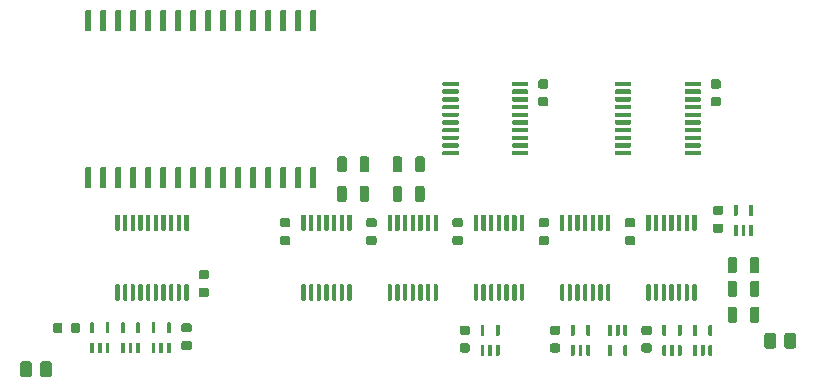
<source format=gtp>
G04 #@! TF.GenerationSoftware,KiCad,Pcbnew,(5.1.5-0-10_14)*
G04 #@! TF.CreationDate,2021-01-05T21:43:12-05:00*
G04 #@! TF.ProjectId,RAM128,52414d31-3238-42e6-9b69-6361645f7063,rev?*
G04 #@! TF.SameCoordinates,Original*
G04 #@! TF.FileFunction,Paste,Top*
G04 #@! TF.FilePolarity,Positive*
%FSLAX46Y46*%
G04 Gerber Fmt 4.6, Leading zero omitted, Abs format (unit mm)*
G04 Created by KiCad (PCBNEW (5.1.5-0-10_14)) date 2021-01-05 21:43:12*
%MOMM*%
%LPD*%
G04 APERTURE LIST*
%ADD10C,0.100000*%
G04 APERTURE END LIST*
D10*
G36*
X132469603Y-120825963D02*
G01*
X132489018Y-120828843D01*
X132508057Y-120833612D01*
X132526537Y-120840224D01*
X132544279Y-120848616D01*
X132561114Y-120858706D01*
X132576879Y-120870398D01*
X132591421Y-120883579D01*
X132604602Y-120898121D01*
X132616294Y-120913886D01*
X132626384Y-120930721D01*
X132634776Y-120948463D01*
X132641388Y-120966943D01*
X132646157Y-120985982D01*
X132649037Y-121005397D01*
X132650000Y-121025000D01*
X132650000Y-121975000D01*
X132649037Y-121994603D01*
X132646157Y-122014018D01*
X132641388Y-122033057D01*
X132634776Y-122051537D01*
X132626384Y-122069279D01*
X132616294Y-122086114D01*
X132604602Y-122101879D01*
X132591421Y-122116421D01*
X132576879Y-122129602D01*
X132561114Y-122141294D01*
X132544279Y-122151384D01*
X132526537Y-122159776D01*
X132508057Y-122166388D01*
X132489018Y-122171157D01*
X132469603Y-122174037D01*
X132450000Y-122175000D01*
X132050000Y-122175000D01*
X132030397Y-122174037D01*
X132010982Y-122171157D01*
X131991943Y-122166388D01*
X131973463Y-122159776D01*
X131955721Y-122151384D01*
X131938886Y-122141294D01*
X131923121Y-122129602D01*
X131908579Y-122116421D01*
X131895398Y-122101879D01*
X131883706Y-122086114D01*
X131873616Y-122069279D01*
X131865224Y-122051537D01*
X131858612Y-122033057D01*
X131853843Y-122014018D01*
X131850963Y-121994603D01*
X131850000Y-121975000D01*
X131850000Y-121025000D01*
X131850963Y-121005397D01*
X131853843Y-120985982D01*
X131858612Y-120966943D01*
X131865224Y-120948463D01*
X131873616Y-120930721D01*
X131883706Y-120913886D01*
X131895398Y-120898121D01*
X131908579Y-120883579D01*
X131923121Y-120870398D01*
X131938886Y-120858706D01*
X131955721Y-120848616D01*
X131973463Y-120840224D01*
X131991943Y-120833612D01*
X132010982Y-120828843D01*
X132030397Y-120825963D01*
X132050000Y-120825000D01*
X132450000Y-120825000D01*
X132469603Y-120825963D01*
G37*
G36*
X134369603Y-120825963D02*
G01*
X134389018Y-120828843D01*
X134408057Y-120833612D01*
X134426537Y-120840224D01*
X134444279Y-120848616D01*
X134461114Y-120858706D01*
X134476879Y-120870398D01*
X134491421Y-120883579D01*
X134504602Y-120898121D01*
X134516294Y-120913886D01*
X134526384Y-120930721D01*
X134534776Y-120948463D01*
X134541388Y-120966943D01*
X134546157Y-120985982D01*
X134549037Y-121005397D01*
X134550000Y-121025000D01*
X134550000Y-121975000D01*
X134549037Y-121994603D01*
X134546157Y-122014018D01*
X134541388Y-122033057D01*
X134534776Y-122051537D01*
X134526384Y-122069279D01*
X134516294Y-122086114D01*
X134504602Y-122101879D01*
X134491421Y-122116421D01*
X134476879Y-122129602D01*
X134461114Y-122141294D01*
X134444279Y-122151384D01*
X134426537Y-122159776D01*
X134408057Y-122166388D01*
X134389018Y-122171157D01*
X134369603Y-122174037D01*
X134350000Y-122175000D01*
X133950000Y-122175000D01*
X133930397Y-122174037D01*
X133910982Y-122171157D01*
X133891943Y-122166388D01*
X133873463Y-122159776D01*
X133855721Y-122151384D01*
X133838886Y-122141294D01*
X133823121Y-122129602D01*
X133808579Y-122116421D01*
X133795398Y-122101879D01*
X133783706Y-122086114D01*
X133773616Y-122069279D01*
X133765224Y-122051537D01*
X133758612Y-122033057D01*
X133753843Y-122014018D01*
X133750963Y-121994603D01*
X133750000Y-121975000D01*
X133750000Y-121025000D01*
X133750963Y-121005397D01*
X133753843Y-120985982D01*
X133758612Y-120966943D01*
X133765224Y-120948463D01*
X133773616Y-120930721D01*
X133783706Y-120913886D01*
X133795398Y-120898121D01*
X133808579Y-120883579D01*
X133823121Y-120870398D01*
X133838886Y-120858706D01*
X133855721Y-120848616D01*
X133873463Y-120840224D01*
X133891943Y-120833612D01*
X133910982Y-120828843D01*
X133930397Y-120825963D01*
X133950000Y-120825000D01*
X134350000Y-120825000D01*
X134369603Y-120825963D01*
G37*
G36*
X96924977Y-99892662D02*
G01*
X96938325Y-99894642D01*
X96951414Y-99897921D01*
X96964119Y-99902467D01*
X96976317Y-99908236D01*
X96987891Y-99915173D01*
X96998729Y-99923211D01*
X97008727Y-99932273D01*
X97017789Y-99942271D01*
X97025827Y-99953109D01*
X97032764Y-99964683D01*
X97038533Y-99976881D01*
X97043079Y-99989586D01*
X97046358Y-100002675D01*
X97048338Y-100016023D01*
X97049000Y-100029500D01*
X97049000Y-101554500D01*
X97048338Y-101567977D01*
X97046358Y-101581325D01*
X97043079Y-101594414D01*
X97038533Y-101607119D01*
X97032764Y-101619317D01*
X97025827Y-101630891D01*
X97017789Y-101641729D01*
X97008727Y-101651727D01*
X96998729Y-101660789D01*
X96987891Y-101668827D01*
X96976317Y-101675764D01*
X96964119Y-101681533D01*
X96951414Y-101686079D01*
X96938325Y-101689358D01*
X96924977Y-101691338D01*
X96911500Y-101692000D01*
X96636500Y-101692000D01*
X96623023Y-101691338D01*
X96609675Y-101689358D01*
X96596586Y-101686079D01*
X96583881Y-101681533D01*
X96571683Y-101675764D01*
X96560109Y-101668827D01*
X96549271Y-101660789D01*
X96539273Y-101651727D01*
X96530211Y-101641729D01*
X96522173Y-101630891D01*
X96515236Y-101619317D01*
X96509467Y-101607119D01*
X96504921Y-101594414D01*
X96501642Y-101581325D01*
X96499662Y-101567977D01*
X96499000Y-101554500D01*
X96499000Y-100029500D01*
X96499662Y-100016023D01*
X96501642Y-100002675D01*
X96504921Y-99989586D01*
X96509467Y-99976881D01*
X96515236Y-99964683D01*
X96522173Y-99953109D01*
X96530211Y-99942271D01*
X96539273Y-99932273D01*
X96549271Y-99923211D01*
X96560109Y-99915173D01*
X96571683Y-99908236D01*
X96583881Y-99902467D01*
X96596586Y-99897921D01*
X96609675Y-99894642D01*
X96623023Y-99892662D01*
X96636500Y-99892000D01*
X96911500Y-99892000D01*
X96924977Y-99892662D01*
G37*
G36*
X95654977Y-99892662D02*
G01*
X95668325Y-99894642D01*
X95681414Y-99897921D01*
X95694119Y-99902467D01*
X95706317Y-99908236D01*
X95717891Y-99915173D01*
X95728729Y-99923211D01*
X95738727Y-99932273D01*
X95747789Y-99942271D01*
X95755827Y-99953109D01*
X95762764Y-99964683D01*
X95768533Y-99976881D01*
X95773079Y-99989586D01*
X95776358Y-100002675D01*
X95778338Y-100016023D01*
X95779000Y-100029500D01*
X95779000Y-101554500D01*
X95778338Y-101567977D01*
X95776358Y-101581325D01*
X95773079Y-101594414D01*
X95768533Y-101607119D01*
X95762764Y-101619317D01*
X95755827Y-101630891D01*
X95747789Y-101641729D01*
X95738727Y-101651727D01*
X95728729Y-101660789D01*
X95717891Y-101668827D01*
X95706317Y-101675764D01*
X95694119Y-101681533D01*
X95681414Y-101686079D01*
X95668325Y-101689358D01*
X95654977Y-101691338D01*
X95641500Y-101692000D01*
X95366500Y-101692000D01*
X95353023Y-101691338D01*
X95339675Y-101689358D01*
X95326586Y-101686079D01*
X95313881Y-101681533D01*
X95301683Y-101675764D01*
X95290109Y-101668827D01*
X95279271Y-101660789D01*
X95269273Y-101651727D01*
X95260211Y-101641729D01*
X95252173Y-101630891D01*
X95245236Y-101619317D01*
X95239467Y-101607119D01*
X95234921Y-101594414D01*
X95231642Y-101581325D01*
X95229662Y-101567977D01*
X95229000Y-101554500D01*
X95229000Y-100029500D01*
X95229662Y-100016023D01*
X95231642Y-100002675D01*
X95234921Y-99989586D01*
X95239467Y-99976881D01*
X95245236Y-99964683D01*
X95252173Y-99953109D01*
X95260211Y-99942271D01*
X95269273Y-99932273D01*
X95279271Y-99923211D01*
X95290109Y-99915173D01*
X95301683Y-99908236D01*
X95313881Y-99902467D01*
X95326586Y-99897921D01*
X95339675Y-99894642D01*
X95353023Y-99892662D01*
X95366500Y-99892000D01*
X95641500Y-99892000D01*
X95654977Y-99892662D01*
G37*
G36*
X94384977Y-99892662D02*
G01*
X94398325Y-99894642D01*
X94411414Y-99897921D01*
X94424119Y-99902467D01*
X94436317Y-99908236D01*
X94447891Y-99915173D01*
X94458729Y-99923211D01*
X94468727Y-99932273D01*
X94477789Y-99942271D01*
X94485827Y-99953109D01*
X94492764Y-99964683D01*
X94498533Y-99976881D01*
X94503079Y-99989586D01*
X94506358Y-100002675D01*
X94508338Y-100016023D01*
X94509000Y-100029500D01*
X94509000Y-101554500D01*
X94508338Y-101567977D01*
X94506358Y-101581325D01*
X94503079Y-101594414D01*
X94498533Y-101607119D01*
X94492764Y-101619317D01*
X94485827Y-101630891D01*
X94477789Y-101641729D01*
X94468727Y-101651727D01*
X94458729Y-101660789D01*
X94447891Y-101668827D01*
X94436317Y-101675764D01*
X94424119Y-101681533D01*
X94411414Y-101686079D01*
X94398325Y-101689358D01*
X94384977Y-101691338D01*
X94371500Y-101692000D01*
X94096500Y-101692000D01*
X94083023Y-101691338D01*
X94069675Y-101689358D01*
X94056586Y-101686079D01*
X94043881Y-101681533D01*
X94031683Y-101675764D01*
X94020109Y-101668827D01*
X94009271Y-101660789D01*
X93999273Y-101651727D01*
X93990211Y-101641729D01*
X93982173Y-101630891D01*
X93975236Y-101619317D01*
X93969467Y-101607119D01*
X93964921Y-101594414D01*
X93961642Y-101581325D01*
X93959662Y-101567977D01*
X93959000Y-101554500D01*
X93959000Y-100029500D01*
X93959662Y-100016023D01*
X93961642Y-100002675D01*
X93964921Y-99989586D01*
X93969467Y-99976881D01*
X93975236Y-99964683D01*
X93982173Y-99953109D01*
X93990211Y-99942271D01*
X93999273Y-99932273D01*
X94009271Y-99923211D01*
X94020109Y-99915173D01*
X94031683Y-99908236D01*
X94043881Y-99902467D01*
X94056586Y-99897921D01*
X94069675Y-99894642D01*
X94083023Y-99892662D01*
X94096500Y-99892000D01*
X94371500Y-99892000D01*
X94384977Y-99892662D01*
G37*
G36*
X93114977Y-99892662D02*
G01*
X93128325Y-99894642D01*
X93141414Y-99897921D01*
X93154119Y-99902467D01*
X93166317Y-99908236D01*
X93177891Y-99915173D01*
X93188729Y-99923211D01*
X93198727Y-99932273D01*
X93207789Y-99942271D01*
X93215827Y-99953109D01*
X93222764Y-99964683D01*
X93228533Y-99976881D01*
X93233079Y-99989586D01*
X93236358Y-100002675D01*
X93238338Y-100016023D01*
X93239000Y-100029500D01*
X93239000Y-101554500D01*
X93238338Y-101567977D01*
X93236358Y-101581325D01*
X93233079Y-101594414D01*
X93228533Y-101607119D01*
X93222764Y-101619317D01*
X93215827Y-101630891D01*
X93207789Y-101641729D01*
X93198727Y-101651727D01*
X93188729Y-101660789D01*
X93177891Y-101668827D01*
X93166317Y-101675764D01*
X93154119Y-101681533D01*
X93141414Y-101686079D01*
X93128325Y-101689358D01*
X93114977Y-101691338D01*
X93101500Y-101692000D01*
X92826500Y-101692000D01*
X92813023Y-101691338D01*
X92799675Y-101689358D01*
X92786586Y-101686079D01*
X92773881Y-101681533D01*
X92761683Y-101675764D01*
X92750109Y-101668827D01*
X92739271Y-101660789D01*
X92729273Y-101651727D01*
X92720211Y-101641729D01*
X92712173Y-101630891D01*
X92705236Y-101619317D01*
X92699467Y-101607119D01*
X92694921Y-101594414D01*
X92691642Y-101581325D01*
X92689662Y-101567977D01*
X92689000Y-101554500D01*
X92689000Y-100029500D01*
X92689662Y-100016023D01*
X92691642Y-100002675D01*
X92694921Y-99989586D01*
X92699467Y-99976881D01*
X92705236Y-99964683D01*
X92712173Y-99953109D01*
X92720211Y-99942271D01*
X92729273Y-99932273D01*
X92739271Y-99923211D01*
X92750109Y-99915173D01*
X92761683Y-99908236D01*
X92773881Y-99902467D01*
X92786586Y-99897921D01*
X92799675Y-99894642D01*
X92813023Y-99892662D01*
X92826500Y-99892000D01*
X93101500Y-99892000D01*
X93114977Y-99892662D01*
G37*
G36*
X91844977Y-99892662D02*
G01*
X91858325Y-99894642D01*
X91871414Y-99897921D01*
X91884119Y-99902467D01*
X91896317Y-99908236D01*
X91907891Y-99915173D01*
X91918729Y-99923211D01*
X91928727Y-99932273D01*
X91937789Y-99942271D01*
X91945827Y-99953109D01*
X91952764Y-99964683D01*
X91958533Y-99976881D01*
X91963079Y-99989586D01*
X91966358Y-100002675D01*
X91968338Y-100016023D01*
X91969000Y-100029500D01*
X91969000Y-101554500D01*
X91968338Y-101567977D01*
X91966358Y-101581325D01*
X91963079Y-101594414D01*
X91958533Y-101607119D01*
X91952764Y-101619317D01*
X91945827Y-101630891D01*
X91937789Y-101641729D01*
X91928727Y-101651727D01*
X91918729Y-101660789D01*
X91907891Y-101668827D01*
X91896317Y-101675764D01*
X91884119Y-101681533D01*
X91871414Y-101686079D01*
X91858325Y-101689358D01*
X91844977Y-101691338D01*
X91831500Y-101692000D01*
X91556500Y-101692000D01*
X91543023Y-101691338D01*
X91529675Y-101689358D01*
X91516586Y-101686079D01*
X91503881Y-101681533D01*
X91491683Y-101675764D01*
X91480109Y-101668827D01*
X91469271Y-101660789D01*
X91459273Y-101651727D01*
X91450211Y-101641729D01*
X91442173Y-101630891D01*
X91435236Y-101619317D01*
X91429467Y-101607119D01*
X91424921Y-101594414D01*
X91421642Y-101581325D01*
X91419662Y-101567977D01*
X91419000Y-101554500D01*
X91419000Y-100029500D01*
X91419662Y-100016023D01*
X91421642Y-100002675D01*
X91424921Y-99989586D01*
X91429467Y-99976881D01*
X91435236Y-99964683D01*
X91442173Y-99953109D01*
X91450211Y-99942271D01*
X91459273Y-99932273D01*
X91469271Y-99923211D01*
X91480109Y-99915173D01*
X91491683Y-99908236D01*
X91503881Y-99902467D01*
X91516586Y-99897921D01*
X91529675Y-99894642D01*
X91543023Y-99892662D01*
X91556500Y-99892000D01*
X91831500Y-99892000D01*
X91844977Y-99892662D01*
G37*
G36*
X90574977Y-99892662D02*
G01*
X90588325Y-99894642D01*
X90601414Y-99897921D01*
X90614119Y-99902467D01*
X90626317Y-99908236D01*
X90637891Y-99915173D01*
X90648729Y-99923211D01*
X90658727Y-99932273D01*
X90667789Y-99942271D01*
X90675827Y-99953109D01*
X90682764Y-99964683D01*
X90688533Y-99976881D01*
X90693079Y-99989586D01*
X90696358Y-100002675D01*
X90698338Y-100016023D01*
X90699000Y-100029500D01*
X90699000Y-101554500D01*
X90698338Y-101567977D01*
X90696358Y-101581325D01*
X90693079Y-101594414D01*
X90688533Y-101607119D01*
X90682764Y-101619317D01*
X90675827Y-101630891D01*
X90667789Y-101641729D01*
X90658727Y-101651727D01*
X90648729Y-101660789D01*
X90637891Y-101668827D01*
X90626317Y-101675764D01*
X90614119Y-101681533D01*
X90601414Y-101686079D01*
X90588325Y-101689358D01*
X90574977Y-101691338D01*
X90561500Y-101692000D01*
X90286500Y-101692000D01*
X90273023Y-101691338D01*
X90259675Y-101689358D01*
X90246586Y-101686079D01*
X90233881Y-101681533D01*
X90221683Y-101675764D01*
X90210109Y-101668827D01*
X90199271Y-101660789D01*
X90189273Y-101651727D01*
X90180211Y-101641729D01*
X90172173Y-101630891D01*
X90165236Y-101619317D01*
X90159467Y-101607119D01*
X90154921Y-101594414D01*
X90151642Y-101581325D01*
X90149662Y-101567977D01*
X90149000Y-101554500D01*
X90149000Y-100029500D01*
X90149662Y-100016023D01*
X90151642Y-100002675D01*
X90154921Y-99989586D01*
X90159467Y-99976881D01*
X90165236Y-99964683D01*
X90172173Y-99953109D01*
X90180211Y-99942271D01*
X90189273Y-99932273D01*
X90199271Y-99923211D01*
X90210109Y-99915173D01*
X90221683Y-99908236D01*
X90233881Y-99902467D01*
X90246586Y-99897921D01*
X90259675Y-99894642D01*
X90273023Y-99892662D01*
X90286500Y-99892000D01*
X90561500Y-99892000D01*
X90574977Y-99892662D01*
G37*
G36*
X89304977Y-99892662D02*
G01*
X89318325Y-99894642D01*
X89331414Y-99897921D01*
X89344119Y-99902467D01*
X89356317Y-99908236D01*
X89367891Y-99915173D01*
X89378729Y-99923211D01*
X89388727Y-99932273D01*
X89397789Y-99942271D01*
X89405827Y-99953109D01*
X89412764Y-99964683D01*
X89418533Y-99976881D01*
X89423079Y-99989586D01*
X89426358Y-100002675D01*
X89428338Y-100016023D01*
X89429000Y-100029500D01*
X89429000Y-101554500D01*
X89428338Y-101567977D01*
X89426358Y-101581325D01*
X89423079Y-101594414D01*
X89418533Y-101607119D01*
X89412764Y-101619317D01*
X89405827Y-101630891D01*
X89397789Y-101641729D01*
X89388727Y-101651727D01*
X89378729Y-101660789D01*
X89367891Y-101668827D01*
X89356317Y-101675764D01*
X89344119Y-101681533D01*
X89331414Y-101686079D01*
X89318325Y-101689358D01*
X89304977Y-101691338D01*
X89291500Y-101692000D01*
X89016500Y-101692000D01*
X89003023Y-101691338D01*
X88989675Y-101689358D01*
X88976586Y-101686079D01*
X88963881Y-101681533D01*
X88951683Y-101675764D01*
X88940109Y-101668827D01*
X88929271Y-101660789D01*
X88919273Y-101651727D01*
X88910211Y-101641729D01*
X88902173Y-101630891D01*
X88895236Y-101619317D01*
X88889467Y-101607119D01*
X88884921Y-101594414D01*
X88881642Y-101581325D01*
X88879662Y-101567977D01*
X88879000Y-101554500D01*
X88879000Y-100029500D01*
X88879662Y-100016023D01*
X88881642Y-100002675D01*
X88884921Y-99989586D01*
X88889467Y-99976881D01*
X88895236Y-99964683D01*
X88902173Y-99953109D01*
X88910211Y-99942271D01*
X88919273Y-99932273D01*
X88929271Y-99923211D01*
X88940109Y-99915173D01*
X88951683Y-99908236D01*
X88963881Y-99902467D01*
X88976586Y-99897921D01*
X88989675Y-99894642D01*
X89003023Y-99892662D01*
X89016500Y-99892000D01*
X89291500Y-99892000D01*
X89304977Y-99892662D01*
G37*
G36*
X88034977Y-99892662D02*
G01*
X88048325Y-99894642D01*
X88061414Y-99897921D01*
X88074119Y-99902467D01*
X88086317Y-99908236D01*
X88097891Y-99915173D01*
X88108729Y-99923211D01*
X88118727Y-99932273D01*
X88127789Y-99942271D01*
X88135827Y-99953109D01*
X88142764Y-99964683D01*
X88148533Y-99976881D01*
X88153079Y-99989586D01*
X88156358Y-100002675D01*
X88158338Y-100016023D01*
X88159000Y-100029500D01*
X88159000Y-101554500D01*
X88158338Y-101567977D01*
X88156358Y-101581325D01*
X88153079Y-101594414D01*
X88148533Y-101607119D01*
X88142764Y-101619317D01*
X88135827Y-101630891D01*
X88127789Y-101641729D01*
X88118727Y-101651727D01*
X88108729Y-101660789D01*
X88097891Y-101668827D01*
X88086317Y-101675764D01*
X88074119Y-101681533D01*
X88061414Y-101686079D01*
X88048325Y-101689358D01*
X88034977Y-101691338D01*
X88021500Y-101692000D01*
X87746500Y-101692000D01*
X87733023Y-101691338D01*
X87719675Y-101689358D01*
X87706586Y-101686079D01*
X87693881Y-101681533D01*
X87681683Y-101675764D01*
X87670109Y-101668827D01*
X87659271Y-101660789D01*
X87649273Y-101651727D01*
X87640211Y-101641729D01*
X87632173Y-101630891D01*
X87625236Y-101619317D01*
X87619467Y-101607119D01*
X87614921Y-101594414D01*
X87611642Y-101581325D01*
X87609662Y-101567977D01*
X87609000Y-101554500D01*
X87609000Y-100029500D01*
X87609662Y-100016023D01*
X87611642Y-100002675D01*
X87614921Y-99989586D01*
X87619467Y-99976881D01*
X87625236Y-99964683D01*
X87632173Y-99953109D01*
X87640211Y-99942271D01*
X87649273Y-99932273D01*
X87659271Y-99923211D01*
X87670109Y-99915173D01*
X87681683Y-99908236D01*
X87693881Y-99902467D01*
X87706586Y-99897921D01*
X87719675Y-99894642D01*
X87733023Y-99892662D01*
X87746500Y-99892000D01*
X88021500Y-99892000D01*
X88034977Y-99892662D01*
G37*
G36*
X86764977Y-99892662D02*
G01*
X86778325Y-99894642D01*
X86791414Y-99897921D01*
X86804119Y-99902467D01*
X86816317Y-99908236D01*
X86827891Y-99915173D01*
X86838729Y-99923211D01*
X86848727Y-99932273D01*
X86857789Y-99942271D01*
X86865827Y-99953109D01*
X86872764Y-99964683D01*
X86878533Y-99976881D01*
X86883079Y-99989586D01*
X86886358Y-100002675D01*
X86888338Y-100016023D01*
X86889000Y-100029500D01*
X86889000Y-101554500D01*
X86888338Y-101567977D01*
X86886358Y-101581325D01*
X86883079Y-101594414D01*
X86878533Y-101607119D01*
X86872764Y-101619317D01*
X86865827Y-101630891D01*
X86857789Y-101641729D01*
X86848727Y-101651727D01*
X86838729Y-101660789D01*
X86827891Y-101668827D01*
X86816317Y-101675764D01*
X86804119Y-101681533D01*
X86791414Y-101686079D01*
X86778325Y-101689358D01*
X86764977Y-101691338D01*
X86751500Y-101692000D01*
X86476500Y-101692000D01*
X86463023Y-101691338D01*
X86449675Y-101689358D01*
X86436586Y-101686079D01*
X86423881Y-101681533D01*
X86411683Y-101675764D01*
X86400109Y-101668827D01*
X86389271Y-101660789D01*
X86379273Y-101651727D01*
X86370211Y-101641729D01*
X86362173Y-101630891D01*
X86355236Y-101619317D01*
X86349467Y-101607119D01*
X86344921Y-101594414D01*
X86341642Y-101581325D01*
X86339662Y-101567977D01*
X86339000Y-101554500D01*
X86339000Y-100029500D01*
X86339662Y-100016023D01*
X86341642Y-100002675D01*
X86344921Y-99989586D01*
X86349467Y-99976881D01*
X86355236Y-99964683D01*
X86362173Y-99953109D01*
X86370211Y-99942271D01*
X86379273Y-99932273D01*
X86389271Y-99923211D01*
X86400109Y-99915173D01*
X86411683Y-99908236D01*
X86423881Y-99902467D01*
X86436586Y-99897921D01*
X86449675Y-99894642D01*
X86463023Y-99892662D01*
X86476500Y-99892000D01*
X86751500Y-99892000D01*
X86764977Y-99892662D01*
G37*
G36*
X85494977Y-99892662D02*
G01*
X85508325Y-99894642D01*
X85521414Y-99897921D01*
X85534119Y-99902467D01*
X85546317Y-99908236D01*
X85557891Y-99915173D01*
X85568729Y-99923211D01*
X85578727Y-99932273D01*
X85587789Y-99942271D01*
X85595827Y-99953109D01*
X85602764Y-99964683D01*
X85608533Y-99976881D01*
X85613079Y-99989586D01*
X85616358Y-100002675D01*
X85618338Y-100016023D01*
X85619000Y-100029500D01*
X85619000Y-101554500D01*
X85618338Y-101567977D01*
X85616358Y-101581325D01*
X85613079Y-101594414D01*
X85608533Y-101607119D01*
X85602764Y-101619317D01*
X85595827Y-101630891D01*
X85587789Y-101641729D01*
X85578727Y-101651727D01*
X85568729Y-101660789D01*
X85557891Y-101668827D01*
X85546317Y-101675764D01*
X85534119Y-101681533D01*
X85521414Y-101686079D01*
X85508325Y-101689358D01*
X85494977Y-101691338D01*
X85481500Y-101692000D01*
X85206500Y-101692000D01*
X85193023Y-101691338D01*
X85179675Y-101689358D01*
X85166586Y-101686079D01*
X85153881Y-101681533D01*
X85141683Y-101675764D01*
X85130109Y-101668827D01*
X85119271Y-101660789D01*
X85109273Y-101651727D01*
X85100211Y-101641729D01*
X85092173Y-101630891D01*
X85085236Y-101619317D01*
X85079467Y-101607119D01*
X85074921Y-101594414D01*
X85071642Y-101581325D01*
X85069662Y-101567977D01*
X85069000Y-101554500D01*
X85069000Y-100029500D01*
X85069662Y-100016023D01*
X85071642Y-100002675D01*
X85074921Y-99989586D01*
X85079467Y-99976881D01*
X85085236Y-99964683D01*
X85092173Y-99953109D01*
X85100211Y-99942271D01*
X85109273Y-99932273D01*
X85119271Y-99923211D01*
X85130109Y-99915173D01*
X85141683Y-99908236D01*
X85153881Y-99902467D01*
X85166586Y-99897921D01*
X85179675Y-99894642D01*
X85193023Y-99892662D01*
X85206500Y-99892000D01*
X85481500Y-99892000D01*
X85494977Y-99892662D01*
G37*
G36*
X84224977Y-99892662D02*
G01*
X84238325Y-99894642D01*
X84251414Y-99897921D01*
X84264119Y-99902467D01*
X84276317Y-99908236D01*
X84287891Y-99915173D01*
X84298729Y-99923211D01*
X84308727Y-99932273D01*
X84317789Y-99942271D01*
X84325827Y-99953109D01*
X84332764Y-99964683D01*
X84338533Y-99976881D01*
X84343079Y-99989586D01*
X84346358Y-100002675D01*
X84348338Y-100016023D01*
X84349000Y-100029500D01*
X84349000Y-101554500D01*
X84348338Y-101567977D01*
X84346358Y-101581325D01*
X84343079Y-101594414D01*
X84338533Y-101607119D01*
X84332764Y-101619317D01*
X84325827Y-101630891D01*
X84317789Y-101641729D01*
X84308727Y-101651727D01*
X84298729Y-101660789D01*
X84287891Y-101668827D01*
X84276317Y-101675764D01*
X84264119Y-101681533D01*
X84251414Y-101686079D01*
X84238325Y-101689358D01*
X84224977Y-101691338D01*
X84211500Y-101692000D01*
X83936500Y-101692000D01*
X83923023Y-101691338D01*
X83909675Y-101689358D01*
X83896586Y-101686079D01*
X83883881Y-101681533D01*
X83871683Y-101675764D01*
X83860109Y-101668827D01*
X83849271Y-101660789D01*
X83839273Y-101651727D01*
X83830211Y-101641729D01*
X83822173Y-101630891D01*
X83815236Y-101619317D01*
X83809467Y-101607119D01*
X83804921Y-101594414D01*
X83801642Y-101581325D01*
X83799662Y-101567977D01*
X83799000Y-101554500D01*
X83799000Y-100029500D01*
X83799662Y-100016023D01*
X83801642Y-100002675D01*
X83804921Y-99989586D01*
X83809467Y-99976881D01*
X83815236Y-99964683D01*
X83822173Y-99953109D01*
X83830211Y-99942271D01*
X83839273Y-99932273D01*
X83849271Y-99923211D01*
X83860109Y-99915173D01*
X83871683Y-99908236D01*
X83883881Y-99902467D01*
X83896586Y-99897921D01*
X83909675Y-99894642D01*
X83923023Y-99892662D01*
X83936500Y-99892000D01*
X84211500Y-99892000D01*
X84224977Y-99892662D01*
G37*
G36*
X82954977Y-99892662D02*
G01*
X82968325Y-99894642D01*
X82981414Y-99897921D01*
X82994119Y-99902467D01*
X83006317Y-99908236D01*
X83017891Y-99915173D01*
X83028729Y-99923211D01*
X83038727Y-99932273D01*
X83047789Y-99942271D01*
X83055827Y-99953109D01*
X83062764Y-99964683D01*
X83068533Y-99976881D01*
X83073079Y-99989586D01*
X83076358Y-100002675D01*
X83078338Y-100016023D01*
X83079000Y-100029500D01*
X83079000Y-101554500D01*
X83078338Y-101567977D01*
X83076358Y-101581325D01*
X83073079Y-101594414D01*
X83068533Y-101607119D01*
X83062764Y-101619317D01*
X83055827Y-101630891D01*
X83047789Y-101641729D01*
X83038727Y-101651727D01*
X83028729Y-101660789D01*
X83017891Y-101668827D01*
X83006317Y-101675764D01*
X82994119Y-101681533D01*
X82981414Y-101686079D01*
X82968325Y-101689358D01*
X82954977Y-101691338D01*
X82941500Y-101692000D01*
X82666500Y-101692000D01*
X82653023Y-101691338D01*
X82639675Y-101689358D01*
X82626586Y-101686079D01*
X82613881Y-101681533D01*
X82601683Y-101675764D01*
X82590109Y-101668827D01*
X82579271Y-101660789D01*
X82569273Y-101651727D01*
X82560211Y-101641729D01*
X82552173Y-101630891D01*
X82545236Y-101619317D01*
X82539467Y-101607119D01*
X82534921Y-101594414D01*
X82531642Y-101581325D01*
X82529662Y-101567977D01*
X82529000Y-101554500D01*
X82529000Y-100029500D01*
X82529662Y-100016023D01*
X82531642Y-100002675D01*
X82534921Y-99989586D01*
X82539467Y-99976881D01*
X82545236Y-99964683D01*
X82552173Y-99953109D01*
X82560211Y-99942271D01*
X82569273Y-99932273D01*
X82579271Y-99923211D01*
X82590109Y-99915173D01*
X82601683Y-99908236D01*
X82613881Y-99902467D01*
X82626586Y-99897921D01*
X82639675Y-99894642D01*
X82653023Y-99892662D01*
X82666500Y-99892000D01*
X82941500Y-99892000D01*
X82954977Y-99892662D01*
G37*
G36*
X81684977Y-99892662D02*
G01*
X81698325Y-99894642D01*
X81711414Y-99897921D01*
X81724119Y-99902467D01*
X81736317Y-99908236D01*
X81747891Y-99915173D01*
X81758729Y-99923211D01*
X81768727Y-99932273D01*
X81777789Y-99942271D01*
X81785827Y-99953109D01*
X81792764Y-99964683D01*
X81798533Y-99976881D01*
X81803079Y-99989586D01*
X81806358Y-100002675D01*
X81808338Y-100016023D01*
X81809000Y-100029500D01*
X81809000Y-101554500D01*
X81808338Y-101567977D01*
X81806358Y-101581325D01*
X81803079Y-101594414D01*
X81798533Y-101607119D01*
X81792764Y-101619317D01*
X81785827Y-101630891D01*
X81777789Y-101641729D01*
X81768727Y-101651727D01*
X81758729Y-101660789D01*
X81747891Y-101668827D01*
X81736317Y-101675764D01*
X81724119Y-101681533D01*
X81711414Y-101686079D01*
X81698325Y-101689358D01*
X81684977Y-101691338D01*
X81671500Y-101692000D01*
X81396500Y-101692000D01*
X81383023Y-101691338D01*
X81369675Y-101689358D01*
X81356586Y-101686079D01*
X81343881Y-101681533D01*
X81331683Y-101675764D01*
X81320109Y-101668827D01*
X81309271Y-101660789D01*
X81299273Y-101651727D01*
X81290211Y-101641729D01*
X81282173Y-101630891D01*
X81275236Y-101619317D01*
X81269467Y-101607119D01*
X81264921Y-101594414D01*
X81261642Y-101581325D01*
X81259662Y-101567977D01*
X81259000Y-101554500D01*
X81259000Y-100029500D01*
X81259662Y-100016023D01*
X81261642Y-100002675D01*
X81264921Y-99989586D01*
X81269467Y-99976881D01*
X81275236Y-99964683D01*
X81282173Y-99953109D01*
X81290211Y-99942271D01*
X81299273Y-99932273D01*
X81309271Y-99923211D01*
X81320109Y-99915173D01*
X81331683Y-99908236D01*
X81343881Y-99902467D01*
X81356586Y-99897921D01*
X81369675Y-99894642D01*
X81383023Y-99892662D01*
X81396500Y-99892000D01*
X81671500Y-99892000D01*
X81684977Y-99892662D01*
G37*
G36*
X80414977Y-99892662D02*
G01*
X80428325Y-99894642D01*
X80441414Y-99897921D01*
X80454119Y-99902467D01*
X80466317Y-99908236D01*
X80477891Y-99915173D01*
X80488729Y-99923211D01*
X80498727Y-99932273D01*
X80507789Y-99942271D01*
X80515827Y-99953109D01*
X80522764Y-99964683D01*
X80528533Y-99976881D01*
X80533079Y-99989586D01*
X80536358Y-100002675D01*
X80538338Y-100016023D01*
X80539000Y-100029500D01*
X80539000Y-101554500D01*
X80538338Y-101567977D01*
X80536358Y-101581325D01*
X80533079Y-101594414D01*
X80528533Y-101607119D01*
X80522764Y-101619317D01*
X80515827Y-101630891D01*
X80507789Y-101641729D01*
X80498727Y-101651727D01*
X80488729Y-101660789D01*
X80477891Y-101668827D01*
X80466317Y-101675764D01*
X80454119Y-101681533D01*
X80441414Y-101686079D01*
X80428325Y-101689358D01*
X80414977Y-101691338D01*
X80401500Y-101692000D01*
X80126500Y-101692000D01*
X80113023Y-101691338D01*
X80099675Y-101689358D01*
X80086586Y-101686079D01*
X80073881Y-101681533D01*
X80061683Y-101675764D01*
X80050109Y-101668827D01*
X80039271Y-101660789D01*
X80029273Y-101651727D01*
X80020211Y-101641729D01*
X80012173Y-101630891D01*
X80005236Y-101619317D01*
X79999467Y-101607119D01*
X79994921Y-101594414D01*
X79991642Y-101581325D01*
X79989662Y-101567977D01*
X79989000Y-101554500D01*
X79989000Y-100029500D01*
X79989662Y-100016023D01*
X79991642Y-100002675D01*
X79994921Y-99989586D01*
X79999467Y-99976881D01*
X80005236Y-99964683D01*
X80012173Y-99953109D01*
X80020211Y-99942271D01*
X80029273Y-99932273D01*
X80039271Y-99923211D01*
X80050109Y-99915173D01*
X80061683Y-99908236D01*
X80073881Y-99902467D01*
X80086586Y-99897921D01*
X80099675Y-99894642D01*
X80113023Y-99892662D01*
X80126500Y-99892000D01*
X80401500Y-99892000D01*
X80414977Y-99892662D01*
G37*
G36*
X79144977Y-99892662D02*
G01*
X79158325Y-99894642D01*
X79171414Y-99897921D01*
X79184119Y-99902467D01*
X79196317Y-99908236D01*
X79207891Y-99915173D01*
X79218729Y-99923211D01*
X79228727Y-99932273D01*
X79237789Y-99942271D01*
X79245827Y-99953109D01*
X79252764Y-99964683D01*
X79258533Y-99976881D01*
X79263079Y-99989586D01*
X79266358Y-100002675D01*
X79268338Y-100016023D01*
X79269000Y-100029500D01*
X79269000Y-101554500D01*
X79268338Y-101567977D01*
X79266358Y-101581325D01*
X79263079Y-101594414D01*
X79258533Y-101607119D01*
X79252764Y-101619317D01*
X79245827Y-101630891D01*
X79237789Y-101641729D01*
X79228727Y-101651727D01*
X79218729Y-101660789D01*
X79207891Y-101668827D01*
X79196317Y-101675764D01*
X79184119Y-101681533D01*
X79171414Y-101686079D01*
X79158325Y-101689358D01*
X79144977Y-101691338D01*
X79131500Y-101692000D01*
X78856500Y-101692000D01*
X78843023Y-101691338D01*
X78829675Y-101689358D01*
X78816586Y-101686079D01*
X78803881Y-101681533D01*
X78791683Y-101675764D01*
X78780109Y-101668827D01*
X78769271Y-101660789D01*
X78759273Y-101651727D01*
X78750211Y-101641729D01*
X78742173Y-101630891D01*
X78735236Y-101619317D01*
X78729467Y-101607119D01*
X78724921Y-101594414D01*
X78721642Y-101581325D01*
X78719662Y-101567977D01*
X78719000Y-101554500D01*
X78719000Y-100029500D01*
X78719662Y-100016023D01*
X78721642Y-100002675D01*
X78724921Y-99989586D01*
X78729467Y-99976881D01*
X78735236Y-99964683D01*
X78742173Y-99953109D01*
X78750211Y-99942271D01*
X78759273Y-99932273D01*
X78769271Y-99923211D01*
X78780109Y-99915173D01*
X78791683Y-99908236D01*
X78803881Y-99902467D01*
X78816586Y-99897921D01*
X78829675Y-99894642D01*
X78843023Y-99892662D01*
X78856500Y-99892000D01*
X79131500Y-99892000D01*
X79144977Y-99892662D01*
G37*
G36*
X77874977Y-99892662D02*
G01*
X77888325Y-99894642D01*
X77901414Y-99897921D01*
X77914119Y-99902467D01*
X77926317Y-99908236D01*
X77937891Y-99915173D01*
X77948729Y-99923211D01*
X77958727Y-99932273D01*
X77967789Y-99942271D01*
X77975827Y-99953109D01*
X77982764Y-99964683D01*
X77988533Y-99976881D01*
X77993079Y-99989586D01*
X77996358Y-100002675D01*
X77998338Y-100016023D01*
X77999000Y-100029500D01*
X77999000Y-101554500D01*
X77998338Y-101567977D01*
X77996358Y-101581325D01*
X77993079Y-101594414D01*
X77988533Y-101607119D01*
X77982764Y-101619317D01*
X77975827Y-101630891D01*
X77967789Y-101641729D01*
X77958727Y-101651727D01*
X77948729Y-101660789D01*
X77937891Y-101668827D01*
X77926317Y-101675764D01*
X77914119Y-101681533D01*
X77901414Y-101686079D01*
X77888325Y-101689358D01*
X77874977Y-101691338D01*
X77861500Y-101692000D01*
X77586500Y-101692000D01*
X77573023Y-101691338D01*
X77559675Y-101689358D01*
X77546586Y-101686079D01*
X77533881Y-101681533D01*
X77521683Y-101675764D01*
X77510109Y-101668827D01*
X77499271Y-101660789D01*
X77489273Y-101651727D01*
X77480211Y-101641729D01*
X77472173Y-101630891D01*
X77465236Y-101619317D01*
X77459467Y-101607119D01*
X77454921Y-101594414D01*
X77451642Y-101581325D01*
X77449662Y-101567977D01*
X77449000Y-101554500D01*
X77449000Y-100029500D01*
X77449662Y-100016023D01*
X77451642Y-100002675D01*
X77454921Y-99989586D01*
X77459467Y-99976881D01*
X77465236Y-99964683D01*
X77472173Y-99953109D01*
X77480211Y-99942271D01*
X77489273Y-99932273D01*
X77499271Y-99923211D01*
X77510109Y-99915173D01*
X77521683Y-99908236D01*
X77533881Y-99902467D01*
X77546586Y-99897921D01*
X77559675Y-99894642D01*
X77573023Y-99892662D01*
X77586500Y-99892000D01*
X77861500Y-99892000D01*
X77874977Y-99892662D01*
G37*
G36*
X77874977Y-113192662D02*
G01*
X77888325Y-113194642D01*
X77901414Y-113197921D01*
X77914119Y-113202467D01*
X77926317Y-113208236D01*
X77937891Y-113215173D01*
X77948729Y-113223211D01*
X77958727Y-113232273D01*
X77967789Y-113242271D01*
X77975827Y-113253109D01*
X77982764Y-113264683D01*
X77988533Y-113276881D01*
X77993079Y-113289586D01*
X77996358Y-113302675D01*
X77998338Y-113316023D01*
X77999000Y-113329500D01*
X77999000Y-114854500D01*
X77998338Y-114867977D01*
X77996358Y-114881325D01*
X77993079Y-114894414D01*
X77988533Y-114907119D01*
X77982764Y-114919317D01*
X77975827Y-114930891D01*
X77967789Y-114941729D01*
X77958727Y-114951727D01*
X77948729Y-114960789D01*
X77937891Y-114968827D01*
X77926317Y-114975764D01*
X77914119Y-114981533D01*
X77901414Y-114986079D01*
X77888325Y-114989358D01*
X77874977Y-114991338D01*
X77861500Y-114992000D01*
X77586500Y-114992000D01*
X77573023Y-114991338D01*
X77559675Y-114989358D01*
X77546586Y-114986079D01*
X77533881Y-114981533D01*
X77521683Y-114975764D01*
X77510109Y-114968827D01*
X77499271Y-114960789D01*
X77489273Y-114951727D01*
X77480211Y-114941729D01*
X77472173Y-114930891D01*
X77465236Y-114919317D01*
X77459467Y-114907119D01*
X77454921Y-114894414D01*
X77451642Y-114881325D01*
X77449662Y-114867977D01*
X77449000Y-114854500D01*
X77449000Y-113329500D01*
X77449662Y-113316023D01*
X77451642Y-113302675D01*
X77454921Y-113289586D01*
X77459467Y-113276881D01*
X77465236Y-113264683D01*
X77472173Y-113253109D01*
X77480211Y-113242271D01*
X77489273Y-113232273D01*
X77499271Y-113223211D01*
X77510109Y-113215173D01*
X77521683Y-113208236D01*
X77533881Y-113202467D01*
X77546586Y-113197921D01*
X77559675Y-113194642D01*
X77573023Y-113192662D01*
X77586500Y-113192000D01*
X77861500Y-113192000D01*
X77874977Y-113192662D01*
G37*
G36*
X79144977Y-113192662D02*
G01*
X79158325Y-113194642D01*
X79171414Y-113197921D01*
X79184119Y-113202467D01*
X79196317Y-113208236D01*
X79207891Y-113215173D01*
X79218729Y-113223211D01*
X79228727Y-113232273D01*
X79237789Y-113242271D01*
X79245827Y-113253109D01*
X79252764Y-113264683D01*
X79258533Y-113276881D01*
X79263079Y-113289586D01*
X79266358Y-113302675D01*
X79268338Y-113316023D01*
X79269000Y-113329500D01*
X79269000Y-114854500D01*
X79268338Y-114867977D01*
X79266358Y-114881325D01*
X79263079Y-114894414D01*
X79258533Y-114907119D01*
X79252764Y-114919317D01*
X79245827Y-114930891D01*
X79237789Y-114941729D01*
X79228727Y-114951727D01*
X79218729Y-114960789D01*
X79207891Y-114968827D01*
X79196317Y-114975764D01*
X79184119Y-114981533D01*
X79171414Y-114986079D01*
X79158325Y-114989358D01*
X79144977Y-114991338D01*
X79131500Y-114992000D01*
X78856500Y-114992000D01*
X78843023Y-114991338D01*
X78829675Y-114989358D01*
X78816586Y-114986079D01*
X78803881Y-114981533D01*
X78791683Y-114975764D01*
X78780109Y-114968827D01*
X78769271Y-114960789D01*
X78759273Y-114951727D01*
X78750211Y-114941729D01*
X78742173Y-114930891D01*
X78735236Y-114919317D01*
X78729467Y-114907119D01*
X78724921Y-114894414D01*
X78721642Y-114881325D01*
X78719662Y-114867977D01*
X78719000Y-114854500D01*
X78719000Y-113329500D01*
X78719662Y-113316023D01*
X78721642Y-113302675D01*
X78724921Y-113289586D01*
X78729467Y-113276881D01*
X78735236Y-113264683D01*
X78742173Y-113253109D01*
X78750211Y-113242271D01*
X78759273Y-113232273D01*
X78769271Y-113223211D01*
X78780109Y-113215173D01*
X78791683Y-113208236D01*
X78803881Y-113202467D01*
X78816586Y-113197921D01*
X78829675Y-113194642D01*
X78843023Y-113192662D01*
X78856500Y-113192000D01*
X79131500Y-113192000D01*
X79144977Y-113192662D01*
G37*
G36*
X80414977Y-113192662D02*
G01*
X80428325Y-113194642D01*
X80441414Y-113197921D01*
X80454119Y-113202467D01*
X80466317Y-113208236D01*
X80477891Y-113215173D01*
X80488729Y-113223211D01*
X80498727Y-113232273D01*
X80507789Y-113242271D01*
X80515827Y-113253109D01*
X80522764Y-113264683D01*
X80528533Y-113276881D01*
X80533079Y-113289586D01*
X80536358Y-113302675D01*
X80538338Y-113316023D01*
X80539000Y-113329500D01*
X80539000Y-114854500D01*
X80538338Y-114867977D01*
X80536358Y-114881325D01*
X80533079Y-114894414D01*
X80528533Y-114907119D01*
X80522764Y-114919317D01*
X80515827Y-114930891D01*
X80507789Y-114941729D01*
X80498727Y-114951727D01*
X80488729Y-114960789D01*
X80477891Y-114968827D01*
X80466317Y-114975764D01*
X80454119Y-114981533D01*
X80441414Y-114986079D01*
X80428325Y-114989358D01*
X80414977Y-114991338D01*
X80401500Y-114992000D01*
X80126500Y-114992000D01*
X80113023Y-114991338D01*
X80099675Y-114989358D01*
X80086586Y-114986079D01*
X80073881Y-114981533D01*
X80061683Y-114975764D01*
X80050109Y-114968827D01*
X80039271Y-114960789D01*
X80029273Y-114951727D01*
X80020211Y-114941729D01*
X80012173Y-114930891D01*
X80005236Y-114919317D01*
X79999467Y-114907119D01*
X79994921Y-114894414D01*
X79991642Y-114881325D01*
X79989662Y-114867977D01*
X79989000Y-114854500D01*
X79989000Y-113329500D01*
X79989662Y-113316023D01*
X79991642Y-113302675D01*
X79994921Y-113289586D01*
X79999467Y-113276881D01*
X80005236Y-113264683D01*
X80012173Y-113253109D01*
X80020211Y-113242271D01*
X80029273Y-113232273D01*
X80039271Y-113223211D01*
X80050109Y-113215173D01*
X80061683Y-113208236D01*
X80073881Y-113202467D01*
X80086586Y-113197921D01*
X80099675Y-113194642D01*
X80113023Y-113192662D01*
X80126500Y-113192000D01*
X80401500Y-113192000D01*
X80414977Y-113192662D01*
G37*
G36*
X81684977Y-113192662D02*
G01*
X81698325Y-113194642D01*
X81711414Y-113197921D01*
X81724119Y-113202467D01*
X81736317Y-113208236D01*
X81747891Y-113215173D01*
X81758729Y-113223211D01*
X81768727Y-113232273D01*
X81777789Y-113242271D01*
X81785827Y-113253109D01*
X81792764Y-113264683D01*
X81798533Y-113276881D01*
X81803079Y-113289586D01*
X81806358Y-113302675D01*
X81808338Y-113316023D01*
X81809000Y-113329500D01*
X81809000Y-114854500D01*
X81808338Y-114867977D01*
X81806358Y-114881325D01*
X81803079Y-114894414D01*
X81798533Y-114907119D01*
X81792764Y-114919317D01*
X81785827Y-114930891D01*
X81777789Y-114941729D01*
X81768727Y-114951727D01*
X81758729Y-114960789D01*
X81747891Y-114968827D01*
X81736317Y-114975764D01*
X81724119Y-114981533D01*
X81711414Y-114986079D01*
X81698325Y-114989358D01*
X81684977Y-114991338D01*
X81671500Y-114992000D01*
X81396500Y-114992000D01*
X81383023Y-114991338D01*
X81369675Y-114989358D01*
X81356586Y-114986079D01*
X81343881Y-114981533D01*
X81331683Y-114975764D01*
X81320109Y-114968827D01*
X81309271Y-114960789D01*
X81299273Y-114951727D01*
X81290211Y-114941729D01*
X81282173Y-114930891D01*
X81275236Y-114919317D01*
X81269467Y-114907119D01*
X81264921Y-114894414D01*
X81261642Y-114881325D01*
X81259662Y-114867977D01*
X81259000Y-114854500D01*
X81259000Y-113329500D01*
X81259662Y-113316023D01*
X81261642Y-113302675D01*
X81264921Y-113289586D01*
X81269467Y-113276881D01*
X81275236Y-113264683D01*
X81282173Y-113253109D01*
X81290211Y-113242271D01*
X81299273Y-113232273D01*
X81309271Y-113223211D01*
X81320109Y-113215173D01*
X81331683Y-113208236D01*
X81343881Y-113202467D01*
X81356586Y-113197921D01*
X81369675Y-113194642D01*
X81383023Y-113192662D01*
X81396500Y-113192000D01*
X81671500Y-113192000D01*
X81684977Y-113192662D01*
G37*
G36*
X82954977Y-113192662D02*
G01*
X82968325Y-113194642D01*
X82981414Y-113197921D01*
X82994119Y-113202467D01*
X83006317Y-113208236D01*
X83017891Y-113215173D01*
X83028729Y-113223211D01*
X83038727Y-113232273D01*
X83047789Y-113242271D01*
X83055827Y-113253109D01*
X83062764Y-113264683D01*
X83068533Y-113276881D01*
X83073079Y-113289586D01*
X83076358Y-113302675D01*
X83078338Y-113316023D01*
X83079000Y-113329500D01*
X83079000Y-114854500D01*
X83078338Y-114867977D01*
X83076358Y-114881325D01*
X83073079Y-114894414D01*
X83068533Y-114907119D01*
X83062764Y-114919317D01*
X83055827Y-114930891D01*
X83047789Y-114941729D01*
X83038727Y-114951727D01*
X83028729Y-114960789D01*
X83017891Y-114968827D01*
X83006317Y-114975764D01*
X82994119Y-114981533D01*
X82981414Y-114986079D01*
X82968325Y-114989358D01*
X82954977Y-114991338D01*
X82941500Y-114992000D01*
X82666500Y-114992000D01*
X82653023Y-114991338D01*
X82639675Y-114989358D01*
X82626586Y-114986079D01*
X82613881Y-114981533D01*
X82601683Y-114975764D01*
X82590109Y-114968827D01*
X82579271Y-114960789D01*
X82569273Y-114951727D01*
X82560211Y-114941729D01*
X82552173Y-114930891D01*
X82545236Y-114919317D01*
X82539467Y-114907119D01*
X82534921Y-114894414D01*
X82531642Y-114881325D01*
X82529662Y-114867977D01*
X82529000Y-114854500D01*
X82529000Y-113329500D01*
X82529662Y-113316023D01*
X82531642Y-113302675D01*
X82534921Y-113289586D01*
X82539467Y-113276881D01*
X82545236Y-113264683D01*
X82552173Y-113253109D01*
X82560211Y-113242271D01*
X82569273Y-113232273D01*
X82579271Y-113223211D01*
X82590109Y-113215173D01*
X82601683Y-113208236D01*
X82613881Y-113202467D01*
X82626586Y-113197921D01*
X82639675Y-113194642D01*
X82653023Y-113192662D01*
X82666500Y-113192000D01*
X82941500Y-113192000D01*
X82954977Y-113192662D01*
G37*
G36*
X84224977Y-113192662D02*
G01*
X84238325Y-113194642D01*
X84251414Y-113197921D01*
X84264119Y-113202467D01*
X84276317Y-113208236D01*
X84287891Y-113215173D01*
X84298729Y-113223211D01*
X84308727Y-113232273D01*
X84317789Y-113242271D01*
X84325827Y-113253109D01*
X84332764Y-113264683D01*
X84338533Y-113276881D01*
X84343079Y-113289586D01*
X84346358Y-113302675D01*
X84348338Y-113316023D01*
X84349000Y-113329500D01*
X84349000Y-114854500D01*
X84348338Y-114867977D01*
X84346358Y-114881325D01*
X84343079Y-114894414D01*
X84338533Y-114907119D01*
X84332764Y-114919317D01*
X84325827Y-114930891D01*
X84317789Y-114941729D01*
X84308727Y-114951727D01*
X84298729Y-114960789D01*
X84287891Y-114968827D01*
X84276317Y-114975764D01*
X84264119Y-114981533D01*
X84251414Y-114986079D01*
X84238325Y-114989358D01*
X84224977Y-114991338D01*
X84211500Y-114992000D01*
X83936500Y-114992000D01*
X83923023Y-114991338D01*
X83909675Y-114989358D01*
X83896586Y-114986079D01*
X83883881Y-114981533D01*
X83871683Y-114975764D01*
X83860109Y-114968827D01*
X83849271Y-114960789D01*
X83839273Y-114951727D01*
X83830211Y-114941729D01*
X83822173Y-114930891D01*
X83815236Y-114919317D01*
X83809467Y-114907119D01*
X83804921Y-114894414D01*
X83801642Y-114881325D01*
X83799662Y-114867977D01*
X83799000Y-114854500D01*
X83799000Y-113329500D01*
X83799662Y-113316023D01*
X83801642Y-113302675D01*
X83804921Y-113289586D01*
X83809467Y-113276881D01*
X83815236Y-113264683D01*
X83822173Y-113253109D01*
X83830211Y-113242271D01*
X83839273Y-113232273D01*
X83849271Y-113223211D01*
X83860109Y-113215173D01*
X83871683Y-113208236D01*
X83883881Y-113202467D01*
X83896586Y-113197921D01*
X83909675Y-113194642D01*
X83923023Y-113192662D01*
X83936500Y-113192000D01*
X84211500Y-113192000D01*
X84224977Y-113192662D01*
G37*
G36*
X85494977Y-113192662D02*
G01*
X85508325Y-113194642D01*
X85521414Y-113197921D01*
X85534119Y-113202467D01*
X85546317Y-113208236D01*
X85557891Y-113215173D01*
X85568729Y-113223211D01*
X85578727Y-113232273D01*
X85587789Y-113242271D01*
X85595827Y-113253109D01*
X85602764Y-113264683D01*
X85608533Y-113276881D01*
X85613079Y-113289586D01*
X85616358Y-113302675D01*
X85618338Y-113316023D01*
X85619000Y-113329500D01*
X85619000Y-114854500D01*
X85618338Y-114867977D01*
X85616358Y-114881325D01*
X85613079Y-114894414D01*
X85608533Y-114907119D01*
X85602764Y-114919317D01*
X85595827Y-114930891D01*
X85587789Y-114941729D01*
X85578727Y-114951727D01*
X85568729Y-114960789D01*
X85557891Y-114968827D01*
X85546317Y-114975764D01*
X85534119Y-114981533D01*
X85521414Y-114986079D01*
X85508325Y-114989358D01*
X85494977Y-114991338D01*
X85481500Y-114992000D01*
X85206500Y-114992000D01*
X85193023Y-114991338D01*
X85179675Y-114989358D01*
X85166586Y-114986079D01*
X85153881Y-114981533D01*
X85141683Y-114975764D01*
X85130109Y-114968827D01*
X85119271Y-114960789D01*
X85109273Y-114951727D01*
X85100211Y-114941729D01*
X85092173Y-114930891D01*
X85085236Y-114919317D01*
X85079467Y-114907119D01*
X85074921Y-114894414D01*
X85071642Y-114881325D01*
X85069662Y-114867977D01*
X85069000Y-114854500D01*
X85069000Y-113329500D01*
X85069662Y-113316023D01*
X85071642Y-113302675D01*
X85074921Y-113289586D01*
X85079467Y-113276881D01*
X85085236Y-113264683D01*
X85092173Y-113253109D01*
X85100211Y-113242271D01*
X85109273Y-113232273D01*
X85119271Y-113223211D01*
X85130109Y-113215173D01*
X85141683Y-113208236D01*
X85153881Y-113202467D01*
X85166586Y-113197921D01*
X85179675Y-113194642D01*
X85193023Y-113192662D01*
X85206500Y-113192000D01*
X85481500Y-113192000D01*
X85494977Y-113192662D01*
G37*
G36*
X86764977Y-113192662D02*
G01*
X86778325Y-113194642D01*
X86791414Y-113197921D01*
X86804119Y-113202467D01*
X86816317Y-113208236D01*
X86827891Y-113215173D01*
X86838729Y-113223211D01*
X86848727Y-113232273D01*
X86857789Y-113242271D01*
X86865827Y-113253109D01*
X86872764Y-113264683D01*
X86878533Y-113276881D01*
X86883079Y-113289586D01*
X86886358Y-113302675D01*
X86888338Y-113316023D01*
X86889000Y-113329500D01*
X86889000Y-114854500D01*
X86888338Y-114867977D01*
X86886358Y-114881325D01*
X86883079Y-114894414D01*
X86878533Y-114907119D01*
X86872764Y-114919317D01*
X86865827Y-114930891D01*
X86857789Y-114941729D01*
X86848727Y-114951727D01*
X86838729Y-114960789D01*
X86827891Y-114968827D01*
X86816317Y-114975764D01*
X86804119Y-114981533D01*
X86791414Y-114986079D01*
X86778325Y-114989358D01*
X86764977Y-114991338D01*
X86751500Y-114992000D01*
X86476500Y-114992000D01*
X86463023Y-114991338D01*
X86449675Y-114989358D01*
X86436586Y-114986079D01*
X86423881Y-114981533D01*
X86411683Y-114975764D01*
X86400109Y-114968827D01*
X86389271Y-114960789D01*
X86379273Y-114951727D01*
X86370211Y-114941729D01*
X86362173Y-114930891D01*
X86355236Y-114919317D01*
X86349467Y-114907119D01*
X86344921Y-114894414D01*
X86341642Y-114881325D01*
X86339662Y-114867977D01*
X86339000Y-114854500D01*
X86339000Y-113329500D01*
X86339662Y-113316023D01*
X86341642Y-113302675D01*
X86344921Y-113289586D01*
X86349467Y-113276881D01*
X86355236Y-113264683D01*
X86362173Y-113253109D01*
X86370211Y-113242271D01*
X86379273Y-113232273D01*
X86389271Y-113223211D01*
X86400109Y-113215173D01*
X86411683Y-113208236D01*
X86423881Y-113202467D01*
X86436586Y-113197921D01*
X86449675Y-113194642D01*
X86463023Y-113192662D01*
X86476500Y-113192000D01*
X86751500Y-113192000D01*
X86764977Y-113192662D01*
G37*
G36*
X88034977Y-113192662D02*
G01*
X88048325Y-113194642D01*
X88061414Y-113197921D01*
X88074119Y-113202467D01*
X88086317Y-113208236D01*
X88097891Y-113215173D01*
X88108729Y-113223211D01*
X88118727Y-113232273D01*
X88127789Y-113242271D01*
X88135827Y-113253109D01*
X88142764Y-113264683D01*
X88148533Y-113276881D01*
X88153079Y-113289586D01*
X88156358Y-113302675D01*
X88158338Y-113316023D01*
X88159000Y-113329500D01*
X88159000Y-114854500D01*
X88158338Y-114867977D01*
X88156358Y-114881325D01*
X88153079Y-114894414D01*
X88148533Y-114907119D01*
X88142764Y-114919317D01*
X88135827Y-114930891D01*
X88127789Y-114941729D01*
X88118727Y-114951727D01*
X88108729Y-114960789D01*
X88097891Y-114968827D01*
X88086317Y-114975764D01*
X88074119Y-114981533D01*
X88061414Y-114986079D01*
X88048325Y-114989358D01*
X88034977Y-114991338D01*
X88021500Y-114992000D01*
X87746500Y-114992000D01*
X87733023Y-114991338D01*
X87719675Y-114989358D01*
X87706586Y-114986079D01*
X87693881Y-114981533D01*
X87681683Y-114975764D01*
X87670109Y-114968827D01*
X87659271Y-114960789D01*
X87649273Y-114951727D01*
X87640211Y-114941729D01*
X87632173Y-114930891D01*
X87625236Y-114919317D01*
X87619467Y-114907119D01*
X87614921Y-114894414D01*
X87611642Y-114881325D01*
X87609662Y-114867977D01*
X87609000Y-114854500D01*
X87609000Y-113329500D01*
X87609662Y-113316023D01*
X87611642Y-113302675D01*
X87614921Y-113289586D01*
X87619467Y-113276881D01*
X87625236Y-113264683D01*
X87632173Y-113253109D01*
X87640211Y-113242271D01*
X87649273Y-113232273D01*
X87659271Y-113223211D01*
X87670109Y-113215173D01*
X87681683Y-113208236D01*
X87693881Y-113202467D01*
X87706586Y-113197921D01*
X87719675Y-113194642D01*
X87733023Y-113192662D01*
X87746500Y-113192000D01*
X88021500Y-113192000D01*
X88034977Y-113192662D01*
G37*
G36*
X89304977Y-113192662D02*
G01*
X89318325Y-113194642D01*
X89331414Y-113197921D01*
X89344119Y-113202467D01*
X89356317Y-113208236D01*
X89367891Y-113215173D01*
X89378729Y-113223211D01*
X89388727Y-113232273D01*
X89397789Y-113242271D01*
X89405827Y-113253109D01*
X89412764Y-113264683D01*
X89418533Y-113276881D01*
X89423079Y-113289586D01*
X89426358Y-113302675D01*
X89428338Y-113316023D01*
X89429000Y-113329500D01*
X89429000Y-114854500D01*
X89428338Y-114867977D01*
X89426358Y-114881325D01*
X89423079Y-114894414D01*
X89418533Y-114907119D01*
X89412764Y-114919317D01*
X89405827Y-114930891D01*
X89397789Y-114941729D01*
X89388727Y-114951727D01*
X89378729Y-114960789D01*
X89367891Y-114968827D01*
X89356317Y-114975764D01*
X89344119Y-114981533D01*
X89331414Y-114986079D01*
X89318325Y-114989358D01*
X89304977Y-114991338D01*
X89291500Y-114992000D01*
X89016500Y-114992000D01*
X89003023Y-114991338D01*
X88989675Y-114989358D01*
X88976586Y-114986079D01*
X88963881Y-114981533D01*
X88951683Y-114975764D01*
X88940109Y-114968827D01*
X88929271Y-114960789D01*
X88919273Y-114951727D01*
X88910211Y-114941729D01*
X88902173Y-114930891D01*
X88895236Y-114919317D01*
X88889467Y-114907119D01*
X88884921Y-114894414D01*
X88881642Y-114881325D01*
X88879662Y-114867977D01*
X88879000Y-114854500D01*
X88879000Y-113329500D01*
X88879662Y-113316023D01*
X88881642Y-113302675D01*
X88884921Y-113289586D01*
X88889467Y-113276881D01*
X88895236Y-113264683D01*
X88902173Y-113253109D01*
X88910211Y-113242271D01*
X88919273Y-113232273D01*
X88929271Y-113223211D01*
X88940109Y-113215173D01*
X88951683Y-113208236D01*
X88963881Y-113202467D01*
X88976586Y-113197921D01*
X88989675Y-113194642D01*
X89003023Y-113192662D01*
X89016500Y-113192000D01*
X89291500Y-113192000D01*
X89304977Y-113192662D01*
G37*
G36*
X90574977Y-113192662D02*
G01*
X90588325Y-113194642D01*
X90601414Y-113197921D01*
X90614119Y-113202467D01*
X90626317Y-113208236D01*
X90637891Y-113215173D01*
X90648729Y-113223211D01*
X90658727Y-113232273D01*
X90667789Y-113242271D01*
X90675827Y-113253109D01*
X90682764Y-113264683D01*
X90688533Y-113276881D01*
X90693079Y-113289586D01*
X90696358Y-113302675D01*
X90698338Y-113316023D01*
X90699000Y-113329500D01*
X90699000Y-114854500D01*
X90698338Y-114867977D01*
X90696358Y-114881325D01*
X90693079Y-114894414D01*
X90688533Y-114907119D01*
X90682764Y-114919317D01*
X90675827Y-114930891D01*
X90667789Y-114941729D01*
X90658727Y-114951727D01*
X90648729Y-114960789D01*
X90637891Y-114968827D01*
X90626317Y-114975764D01*
X90614119Y-114981533D01*
X90601414Y-114986079D01*
X90588325Y-114989358D01*
X90574977Y-114991338D01*
X90561500Y-114992000D01*
X90286500Y-114992000D01*
X90273023Y-114991338D01*
X90259675Y-114989358D01*
X90246586Y-114986079D01*
X90233881Y-114981533D01*
X90221683Y-114975764D01*
X90210109Y-114968827D01*
X90199271Y-114960789D01*
X90189273Y-114951727D01*
X90180211Y-114941729D01*
X90172173Y-114930891D01*
X90165236Y-114919317D01*
X90159467Y-114907119D01*
X90154921Y-114894414D01*
X90151642Y-114881325D01*
X90149662Y-114867977D01*
X90149000Y-114854500D01*
X90149000Y-113329500D01*
X90149662Y-113316023D01*
X90151642Y-113302675D01*
X90154921Y-113289586D01*
X90159467Y-113276881D01*
X90165236Y-113264683D01*
X90172173Y-113253109D01*
X90180211Y-113242271D01*
X90189273Y-113232273D01*
X90199271Y-113223211D01*
X90210109Y-113215173D01*
X90221683Y-113208236D01*
X90233881Y-113202467D01*
X90246586Y-113197921D01*
X90259675Y-113194642D01*
X90273023Y-113192662D01*
X90286500Y-113192000D01*
X90561500Y-113192000D01*
X90574977Y-113192662D01*
G37*
G36*
X91844977Y-113192662D02*
G01*
X91858325Y-113194642D01*
X91871414Y-113197921D01*
X91884119Y-113202467D01*
X91896317Y-113208236D01*
X91907891Y-113215173D01*
X91918729Y-113223211D01*
X91928727Y-113232273D01*
X91937789Y-113242271D01*
X91945827Y-113253109D01*
X91952764Y-113264683D01*
X91958533Y-113276881D01*
X91963079Y-113289586D01*
X91966358Y-113302675D01*
X91968338Y-113316023D01*
X91969000Y-113329500D01*
X91969000Y-114854500D01*
X91968338Y-114867977D01*
X91966358Y-114881325D01*
X91963079Y-114894414D01*
X91958533Y-114907119D01*
X91952764Y-114919317D01*
X91945827Y-114930891D01*
X91937789Y-114941729D01*
X91928727Y-114951727D01*
X91918729Y-114960789D01*
X91907891Y-114968827D01*
X91896317Y-114975764D01*
X91884119Y-114981533D01*
X91871414Y-114986079D01*
X91858325Y-114989358D01*
X91844977Y-114991338D01*
X91831500Y-114992000D01*
X91556500Y-114992000D01*
X91543023Y-114991338D01*
X91529675Y-114989358D01*
X91516586Y-114986079D01*
X91503881Y-114981533D01*
X91491683Y-114975764D01*
X91480109Y-114968827D01*
X91469271Y-114960789D01*
X91459273Y-114951727D01*
X91450211Y-114941729D01*
X91442173Y-114930891D01*
X91435236Y-114919317D01*
X91429467Y-114907119D01*
X91424921Y-114894414D01*
X91421642Y-114881325D01*
X91419662Y-114867977D01*
X91419000Y-114854500D01*
X91419000Y-113329500D01*
X91419662Y-113316023D01*
X91421642Y-113302675D01*
X91424921Y-113289586D01*
X91429467Y-113276881D01*
X91435236Y-113264683D01*
X91442173Y-113253109D01*
X91450211Y-113242271D01*
X91459273Y-113232273D01*
X91469271Y-113223211D01*
X91480109Y-113215173D01*
X91491683Y-113208236D01*
X91503881Y-113202467D01*
X91516586Y-113197921D01*
X91529675Y-113194642D01*
X91543023Y-113192662D01*
X91556500Y-113192000D01*
X91831500Y-113192000D01*
X91844977Y-113192662D01*
G37*
G36*
X93114977Y-113192662D02*
G01*
X93128325Y-113194642D01*
X93141414Y-113197921D01*
X93154119Y-113202467D01*
X93166317Y-113208236D01*
X93177891Y-113215173D01*
X93188729Y-113223211D01*
X93198727Y-113232273D01*
X93207789Y-113242271D01*
X93215827Y-113253109D01*
X93222764Y-113264683D01*
X93228533Y-113276881D01*
X93233079Y-113289586D01*
X93236358Y-113302675D01*
X93238338Y-113316023D01*
X93239000Y-113329500D01*
X93239000Y-114854500D01*
X93238338Y-114867977D01*
X93236358Y-114881325D01*
X93233079Y-114894414D01*
X93228533Y-114907119D01*
X93222764Y-114919317D01*
X93215827Y-114930891D01*
X93207789Y-114941729D01*
X93198727Y-114951727D01*
X93188729Y-114960789D01*
X93177891Y-114968827D01*
X93166317Y-114975764D01*
X93154119Y-114981533D01*
X93141414Y-114986079D01*
X93128325Y-114989358D01*
X93114977Y-114991338D01*
X93101500Y-114992000D01*
X92826500Y-114992000D01*
X92813023Y-114991338D01*
X92799675Y-114989358D01*
X92786586Y-114986079D01*
X92773881Y-114981533D01*
X92761683Y-114975764D01*
X92750109Y-114968827D01*
X92739271Y-114960789D01*
X92729273Y-114951727D01*
X92720211Y-114941729D01*
X92712173Y-114930891D01*
X92705236Y-114919317D01*
X92699467Y-114907119D01*
X92694921Y-114894414D01*
X92691642Y-114881325D01*
X92689662Y-114867977D01*
X92689000Y-114854500D01*
X92689000Y-113329500D01*
X92689662Y-113316023D01*
X92691642Y-113302675D01*
X92694921Y-113289586D01*
X92699467Y-113276881D01*
X92705236Y-113264683D01*
X92712173Y-113253109D01*
X92720211Y-113242271D01*
X92729273Y-113232273D01*
X92739271Y-113223211D01*
X92750109Y-113215173D01*
X92761683Y-113208236D01*
X92773881Y-113202467D01*
X92786586Y-113197921D01*
X92799675Y-113194642D01*
X92813023Y-113192662D01*
X92826500Y-113192000D01*
X93101500Y-113192000D01*
X93114977Y-113192662D01*
G37*
G36*
X94384977Y-113192662D02*
G01*
X94398325Y-113194642D01*
X94411414Y-113197921D01*
X94424119Y-113202467D01*
X94436317Y-113208236D01*
X94447891Y-113215173D01*
X94458729Y-113223211D01*
X94468727Y-113232273D01*
X94477789Y-113242271D01*
X94485827Y-113253109D01*
X94492764Y-113264683D01*
X94498533Y-113276881D01*
X94503079Y-113289586D01*
X94506358Y-113302675D01*
X94508338Y-113316023D01*
X94509000Y-113329500D01*
X94509000Y-114854500D01*
X94508338Y-114867977D01*
X94506358Y-114881325D01*
X94503079Y-114894414D01*
X94498533Y-114907119D01*
X94492764Y-114919317D01*
X94485827Y-114930891D01*
X94477789Y-114941729D01*
X94468727Y-114951727D01*
X94458729Y-114960789D01*
X94447891Y-114968827D01*
X94436317Y-114975764D01*
X94424119Y-114981533D01*
X94411414Y-114986079D01*
X94398325Y-114989358D01*
X94384977Y-114991338D01*
X94371500Y-114992000D01*
X94096500Y-114992000D01*
X94083023Y-114991338D01*
X94069675Y-114989358D01*
X94056586Y-114986079D01*
X94043881Y-114981533D01*
X94031683Y-114975764D01*
X94020109Y-114968827D01*
X94009271Y-114960789D01*
X93999273Y-114951727D01*
X93990211Y-114941729D01*
X93982173Y-114930891D01*
X93975236Y-114919317D01*
X93969467Y-114907119D01*
X93964921Y-114894414D01*
X93961642Y-114881325D01*
X93959662Y-114867977D01*
X93959000Y-114854500D01*
X93959000Y-113329500D01*
X93959662Y-113316023D01*
X93961642Y-113302675D01*
X93964921Y-113289586D01*
X93969467Y-113276881D01*
X93975236Y-113264683D01*
X93982173Y-113253109D01*
X93990211Y-113242271D01*
X93999273Y-113232273D01*
X94009271Y-113223211D01*
X94020109Y-113215173D01*
X94031683Y-113208236D01*
X94043881Y-113202467D01*
X94056586Y-113197921D01*
X94069675Y-113194642D01*
X94083023Y-113192662D01*
X94096500Y-113192000D01*
X94371500Y-113192000D01*
X94384977Y-113192662D01*
G37*
G36*
X95654977Y-113192662D02*
G01*
X95668325Y-113194642D01*
X95681414Y-113197921D01*
X95694119Y-113202467D01*
X95706317Y-113208236D01*
X95717891Y-113215173D01*
X95728729Y-113223211D01*
X95738727Y-113232273D01*
X95747789Y-113242271D01*
X95755827Y-113253109D01*
X95762764Y-113264683D01*
X95768533Y-113276881D01*
X95773079Y-113289586D01*
X95776358Y-113302675D01*
X95778338Y-113316023D01*
X95779000Y-113329500D01*
X95779000Y-114854500D01*
X95778338Y-114867977D01*
X95776358Y-114881325D01*
X95773079Y-114894414D01*
X95768533Y-114907119D01*
X95762764Y-114919317D01*
X95755827Y-114930891D01*
X95747789Y-114941729D01*
X95738727Y-114951727D01*
X95728729Y-114960789D01*
X95717891Y-114968827D01*
X95706317Y-114975764D01*
X95694119Y-114981533D01*
X95681414Y-114986079D01*
X95668325Y-114989358D01*
X95654977Y-114991338D01*
X95641500Y-114992000D01*
X95366500Y-114992000D01*
X95353023Y-114991338D01*
X95339675Y-114989358D01*
X95326586Y-114986079D01*
X95313881Y-114981533D01*
X95301683Y-114975764D01*
X95290109Y-114968827D01*
X95279271Y-114960789D01*
X95269273Y-114951727D01*
X95260211Y-114941729D01*
X95252173Y-114930891D01*
X95245236Y-114919317D01*
X95239467Y-114907119D01*
X95234921Y-114894414D01*
X95231642Y-114881325D01*
X95229662Y-114867977D01*
X95229000Y-114854500D01*
X95229000Y-113329500D01*
X95229662Y-113316023D01*
X95231642Y-113302675D01*
X95234921Y-113289586D01*
X95239467Y-113276881D01*
X95245236Y-113264683D01*
X95252173Y-113253109D01*
X95260211Y-113242271D01*
X95269273Y-113232273D01*
X95279271Y-113223211D01*
X95290109Y-113215173D01*
X95301683Y-113208236D01*
X95313881Y-113202467D01*
X95326586Y-113197921D01*
X95339675Y-113194642D01*
X95353023Y-113192662D01*
X95366500Y-113192000D01*
X95641500Y-113192000D01*
X95654977Y-113192662D01*
G37*
G36*
X96924977Y-113192662D02*
G01*
X96938325Y-113194642D01*
X96951414Y-113197921D01*
X96964119Y-113202467D01*
X96976317Y-113208236D01*
X96987891Y-113215173D01*
X96998729Y-113223211D01*
X97008727Y-113232273D01*
X97017789Y-113242271D01*
X97025827Y-113253109D01*
X97032764Y-113264683D01*
X97038533Y-113276881D01*
X97043079Y-113289586D01*
X97046358Y-113302675D01*
X97048338Y-113316023D01*
X97049000Y-113329500D01*
X97049000Y-114854500D01*
X97048338Y-114867977D01*
X97046358Y-114881325D01*
X97043079Y-114894414D01*
X97038533Y-114907119D01*
X97032764Y-114919317D01*
X97025827Y-114930891D01*
X97017789Y-114941729D01*
X97008727Y-114951727D01*
X96998729Y-114960789D01*
X96987891Y-114968827D01*
X96976317Y-114975764D01*
X96964119Y-114981533D01*
X96951414Y-114986079D01*
X96938325Y-114989358D01*
X96924977Y-114991338D01*
X96911500Y-114992000D01*
X96636500Y-114992000D01*
X96623023Y-114991338D01*
X96609675Y-114989358D01*
X96596586Y-114986079D01*
X96583881Y-114981533D01*
X96571683Y-114975764D01*
X96560109Y-114968827D01*
X96549271Y-114960789D01*
X96539273Y-114951727D01*
X96530211Y-114941729D01*
X96522173Y-114930891D01*
X96515236Y-114919317D01*
X96509467Y-114907119D01*
X96504921Y-114894414D01*
X96501642Y-114881325D01*
X96499662Y-114867977D01*
X96499000Y-114854500D01*
X96499000Y-113329500D01*
X96499662Y-113316023D01*
X96501642Y-113302675D01*
X96504921Y-113289586D01*
X96509467Y-113276881D01*
X96515236Y-113264683D01*
X96522173Y-113253109D01*
X96530211Y-113242271D01*
X96539273Y-113232273D01*
X96549271Y-113223211D01*
X96560109Y-113215173D01*
X96571683Y-113208236D01*
X96583881Y-113202467D01*
X96596586Y-113197921D01*
X96609675Y-113194642D01*
X96623023Y-113192662D01*
X96636500Y-113192000D01*
X96911500Y-113192000D01*
X96924977Y-113192662D01*
G37*
G36*
X131311368Y-116465927D02*
G01*
X131330055Y-116468699D01*
X131348380Y-116473289D01*
X131366167Y-116479653D01*
X131383244Y-116487730D01*
X131399447Y-116497442D01*
X131414621Y-116508695D01*
X131428618Y-116521382D01*
X131441305Y-116535379D01*
X131452558Y-116550553D01*
X131462270Y-116566756D01*
X131470347Y-116583833D01*
X131476711Y-116601620D01*
X131481301Y-116619945D01*
X131484073Y-116638632D01*
X131485000Y-116657500D01*
X131485000Y-117042500D01*
X131484073Y-117061368D01*
X131481301Y-117080055D01*
X131476711Y-117098380D01*
X131470347Y-117116167D01*
X131462270Y-117133244D01*
X131452558Y-117149447D01*
X131441305Y-117164621D01*
X131428618Y-117178618D01*
X131414621Y-117191305D01*
X131399447Y-117202558D01*
X131383244Y-117212270D01*
X131366167Y-117220347D01*
X131348380Y-117226711D01*
X131330055Y-117231301D01*
X131311368Y-117234073D01*
X131292500Y-117235000D01*
X130807500Y-117235000D01*
X130788632Y-117234073D01*
X130769945Y-117231301D01*
X130751620Y-117226711D01*
X130733833Y-117220347D01*
X130716756Y-117212270D01*
X130700553Y-117202558D01*
X130685379Y-117191305D01*
X130671382Y-117178618D01*
X130658695Y-117164621D01*
X130647442Y-117149447D01*
X130637730Y-117133244D01*
X130629653Y-117116167D01*
X130623289Y-117098380D01*
X130618699Y-117080055D01*
X130615927Y-117061368D01*
X130615000Y-117042500D01*
X130615000Y-116657500D01*
X130615927Y-116638632D01*
X130618699Y-116619945D01*
X130623289Y-116601620D01*
X130629653Y-116583833D01*
X130637730Y-116566756D01*
X130647442Y-116550553D01*
X130658695Y-116535379D01*
X130671382Y-116521382D01*
X130685379Y-116508695D01*
X130700553Y-116497442D01*
X130716756Y-116487730D01*
X130733833Y-116479653D01*
X130751620Y-116473289D01*
X130769945Y-116468699D01*
X130788632Y-116465927D01*
X130807500Y-116465000D01*
X131292500Y-116465000D01*
X131311368Y-116465927D01*
G37*
G36*
X131311368Y-117965927D02*
G01*
X131330055Y-117968699D01*
X131348380Y-117973289D01*
X131366167Y-117979653D01*
X131383244Y-117987730D01*
X131399447Y-117997442D01*
X131414621Y-118008695D01*
X131428618Y-118021382D01*
X131441305Y-118035379D01*
X131452558Y-118050553D01*
X131462270Y-118066756D01*
X131470347Y-118083833D01*
X131476711Y-118101620D01*
X131481301Y-118119945D01*
X131484073Y-118138632D01*
X131485000Y-118157500D01*
X131485000Y-118542500D01*
X131484073Y-118561368D01*
X131481301Y-118580055D01*
X131476711Y-118598380D01*
X131470347Y-118616167D01*
X131462270Y-118633244D01*
X131452558Y-118649447D01*
X131441305Y-118664621D01*
X131428618Y-118678618D01*
X131414621Y-118691305D01*
X131399447Y-118702558D01*
X131383244Y-118712270D01*
X131366167Y-118720347D01*
X131348380Y-118726711D01*
X131330055Y-118731301D01*
X131311368Y-118734073D01*
X131292500Y-118735000D01*
X130807500Y-118735000D01*
X130788632Y-118734073D01*
X130769945Y-118731301D01*
X130751620Y-118726711D01*
X130733833Y-118720347D01*
X130716756Y-118712270D01*
X130700553Y-118702558D01*
X130685379Y-118691305D01*
X130671382Y-118678618D01*
X130658695Y-118664621D01*
X130647442Y-118649447D01*
X130637730Y-118633244D01*
X130629653Y-118616167D01*
X130623289Y-118598380D01*
X130618699Y-118580055D01*
X130615927Y-118561368D01*
X130615000Y-118542500D01*
X130615000Y-118157500D01*
X130615927Y-118138632D01*
X130618699Y-118119945D01*
X130623289Y-118101620D01*
X130629653Y-118083833D01*
X130637730Y-118066756D01*
X130647442Y-118050553D01*
X130658695Y-118035379D01*
X130671382Y-118021382D01*
X130685379Y-118008695D01*
X130700553Y-117997442D01*
X130716756Y-117987730D01*
X130733833Y-117979653D01*
X130751620Y-117973289D01*
X130769945Y-117968699D01*
X130788632Y-117965927D01*
X130807500Y-117965000D01*
X131292500Y-117965000D01*
X131311368Y-117965927D01*
G37*
G36*
X87761368Y-121915927D02*
G01*
X87780055Y-121918699D01*
X87798380Y-121923289D01*
X87816167Y-121929653D01*
X87833244Y-121937730D01*
X87849447Y-121947442D01*
X87864621Y-121958695D01*
X87878618Y-121971382D01*
X87891305Y-121985379D01*
X87902558Y-122000553D01*
X87912270Y-122016756D01*
X87920347Y-122033833D01*
X87926711Y-122051620D01*
X87931301Y-122069945D01*
X87934073Y-122088632D01*
X87935000Y-122107500D01*
X87935000Y-122492500D01*
X87934073Y-122511368D01*
X87931301Y-122530055D01*
X87926711Y-122548380D01*
X87920347Y-122566167D01*
X87912270Y-122583244D01*
X87902558Y-122599447D01*
X87891305Y-122614621D01*
X87878618Y-122628618D01*
X87864621Y-122641305D01*
X87849447Y-122652558D01*
X87833244Y-122662270D01*
X87816167Y-122670347D01*
X87798380Y-122676711D01*
X87780055Y-122681301D01*
X87761368Y-122684073D01*
X87742500Y-122685000D01*
X87257500Y-122685000D01*
X87238632Y-122684073D01*
X87219945Y-122681301D01*
X87201620Y-122676711D01*
X87183833Y-122670347D01*
X87166756Y-122662270D01*
X87150553Y-122652558D01*
X87135379Y-122641305D01*
X87121382Y-122628618D01*
X87108695Y-122614621D01*
X87097442Y-122599447D01*
X87087730Y-122583244D01*
X87079653Y-122566167D01*
X87073289Y-122548380D01*
X87068699Y-122530055D01*
X87065927Y-122511368D01*
X87065000Y-122492500D01*
X87065000Y-122107500D01*
X87065927Y-122088632D01*
X87068699Y-122069945D01*
X87073289Y-122051620D01*
X87079653Y-122033833D01*
X87087730Y-122016756D01*
X87097442Y-122000553D01*
X87108695Y-121985379D01*
X87121382Y-121971382D01*
X87135379Y-121958695D01*
X87150553Y-121947442D01*
X87166756Y-121937730D01*
X87183833Y-121929653D01*
X87201620Y-121923289D01*
X87219945Y-121918699D01*
X87238632Y-121915927D01*
X87257500Y-121915000D01*
X87742500Y-121915000D01*
X87761368Y-121915927D01*
G37*
G36*
X87761368Y-123415927D02*
G01*
X87780055Y-123418699D01*
X87798380Y-123423289D01*
X87816167Y-123429653D01*
X87833244Y-123437730D01*
X87849447Y-123447442D01*
X87864621Y-123458695D01*
X87878618Y-123471382D01*
X87891305Y-123485379D01*
X87902558Y-123500553D01*
X87912270Y-123516756D01*
X87920347Y-123533833D01*
X87926711Y-123551620D01*
X87931301Y-123569945D01*
X87934073Y-123588632D01*
X87935000Y-123607500D01*
X87935000Y-123992500D01*
X87934073Y-124011368D01*
X87931301Y-124030055D01*
X87926711Y-124048380D01*
X87920347Y-124066167D01*
X87912270Y-124083244D01*
X87902558Y-124099447D01*
X87891305Y-124114621D01*
X87878618Y-124128618D01*
X87864621Y-124141305D01*
X87849447Y-124152558D01*
X87833244Y-124162270D01*
X87816167Y-124170347D01*
X87798380Y-124176711D01*
X87780055Y-124181301D01*
X87761368Y-124184073D01*
X87742500Y-124185000D01*
X87257500Y-124185000D01*
X87238632Y-124184073D01*
X87219945Y-124181301D01*
X87201620Y-124176711D01*
X87183833Y-124170347D01*
X87166756Y-124162270D01*
X87150553Y-124152558D01*
X87135379Y-124141305D01*
X87121382Y-124128618D01*
X87108695Y-124114621D01*
X87097442Y-124099447D01*
X87087730Y-124083244D01*
X87079653Y-124066167D01*
X87073289Y-124048380D01*
X87068699Y-124030055D01*
X87065927Y-124011368D01*
X87065000Y-123992500D01*
X87065000Y-123607500D01*
X87065927Y-123588632D01*
X87068699Y-123569945D01*
X87073289Y-123551620D01*
X87079653Y-123533833D01*
X87087730Y-123516756D01*
X87097442Y-123500553D01*
X87108695Y-123485379D01*
X87121382Y-123471382D01*
X87135379Y-123458695D01*
X87150553Y-123447442D01*
X87166756Y-123437730D01*
X87183833Y-123429653D01*
X87201620Y-123423289D01*
X87219945Y-123418699D01*
X87238632Y-123415927D01*
X87257500Y-123415000D01*
X87742500Y-123415000D01*
X87761368Y-123415927D01*
G37*
G36*
X106019603Y-114775963D02*
G01*
X106039018Y-114778843D01*
X106058057Y-114783612D01*
X106076537Y-114790224D01*
X106094279Y-114798616D01*
X106111114Y-114808706D01*
X106126879Y-114820398D01*
X106141421Y-114833579D01*
X106154602Y-114848121D01*
X106166294Y-114863886D01*
X106176384Y-114880721D01*
X106184776Y-114898463D01*
X106191388Y-114916943D01*
X106196157Y-114935982D01*
X106199037Y-114955397D01*
X106200000Y-114975000D01*
X106200000Y-115925000D01*
X106199037Y-115944603D01*
X106196157Y-115964018D01*
X106191388Y-115983057D01*
X106184776Y-116001537D01*
X106176384Y-116019279D01*
X106166294Y-116036114D01*
X106154602Y-116051879D01*
X106141421Y-116066421D01*
X106126879Y-116079602D01*
X106111114Y-116091294D01*
X106094279Y-116101384D01*
X106076537Y-116109776D01*
X106058057Y-116116388D01*
X106039018Y-116121157D01*
X106019603Y-116124037D01*
X106000000Y-116125000D01*
X105600000Y-116125000D01*
X105580397Y-116124037D01*
X105560982Y-116121157D01*
X105541943Y-116116388D01*
X105523463Y-116109776D01*
X105505721Y-116101384D01*
X105488886Y-116091294D01*
X105473121Y-116079602D01*
X105458579Y-116066421D01*
X105445398Y-116051879D01*
X105433706Y-116036114D01*
X105423616Y-116019279D01*
X105415224Y-116001537D01*
X105408612Y-115983057D01*
X105403843Y-115964018D01*
X105400963Y-115944603D01*
X105400000Y-115925000D01*
X105400000Y-114975000D01*
X105400963Y-114955397D01*
X105403843Y-114935982D01*
X105408612Y-114916943D01*
X105415224Y-114898463D01*
X105423616Y-114880721D01*
X105433706Y-114863886D01*
X105445398Y-114848121D01*
X105458579Y-114833579D01*
X105473121Y-114820398D01*
X105488886Y-114808706D01*
X105505721Y-114798616D01*
X105523463Y-114790224D01*
X105541943Y-114783612D01*
X105560982Y-114778843D01*
X105580397Y-114775963D01*
X105600000Y-114775000D01*
X106000000Y-114775000D01*
X106019603Y-114775963D01*
G37*
G36*
X104119603Y-114775963D02*
G01*
X104139018Y-114778843D01*
X104158057Y-114783612D01*
X104176537Y-114790224D01*
X104194279Y-114798616D01*
X104211114Y-114808706D01*
X104226879Y-114820398D01*
X104241421Y-114833579D01*
X104254602Y-114848121D01*
X104266294Y-114863886D01*
X104276384Y-114880721D01*
X104284776Y-114898463D01*
X104291388Y-114916943D01*
X104296157Y-114935982D01*
X104299037Y-114955397D01*
X104300000Y-114975000D01*
X104300000Y-115925000D01*
X104299037Y-115944603D01*
X104296157Y-115964018D01*
X104291388Y-115983057D01*
X104284776Y-116001537D01*
X104276384Y-116019279D01*
X104266294Y-116036114D01*
X104254602Y-116051879D01*
X104241421Y-116066421D01*
X104226879Y-116079602D01*
X104211114Y-116091294D01*
X104194279Y-116101384D01*
X104176537Y-116109776D01*
X104158057Y-116116388D01*
X104139018Y-116121157D01*
X104119603Y-116124037D01*
X104100000Y-116125000D01*
X103700000Y-116125000D01*
X103680397Y-116124037D01*
X103660982Y-116121157D01*
X103641943Y-116116388D01*
X103623463Y-116109776D01*
X103605721Y-116101384D01*
X103588886Y-116091294D01*
X103573121Y-116079602D01*
X103558579Y-116066421D01*
X103545398Y-116051879D01*
X103533706Y-116036114D01*
X103523616Y-116019279D01*
X103515224Y-116001537D01*
X103508612Y-115983057D01*
X103503843Y-115964018D01*
X103500963Y-115944603D01*
X103500000Y-115925000D01*
X103500000Y-114975000D01*
X103500963Y-114955397D01*
X103503843Y-114935982D01*
X103508612Y-114916943D01*
X103515224Y-114898463D01*
X103523616Y-114880721D01*
X103533706Y-114863886D01*
X103545398Y-114848121D01*
X103558579Y-114833579D01*
X103573121Y-114820398D01*
X103588886Y-114808706D01*
X103605721Y-114798616D01*
X103623463Y-114790224D01*
X103641943Y-114783612D01*
X103660982Y-114778843D01*
X103680397Y-114775963D01*
X103700000Y-114775000D01*
X104100000Y-114775000D01*
X104119603Y-114775963D01*
G37*
G36*
X117951567Y-123115445D02*
G01*
X117960546Y-123116777D01*
X117969351Y-123118983D01*
X117977898Y-123122041D01*
X117986104Y-123125922D01*
X117993890Y-123130589D01*
X118001181Y-123135997D01*
X118007907Y-123142093D01*
X118014003Y-123148819D01*
X118019411Y-123156110D01*
X118024078Y-123163896D01*
X118027959Y-123172102D01*
X118031017Y-123180649D01*
X118033223Y-123189454D01*
X118034555Y-123198433D01*
X118035000Y-123207500D01*
X118035000Y-124392500D01*
X118034555Y-124401567D01*
X118033223Y-124410546D01*
X118031017Y-124419351D01*
X118027959Y-124427898D01*
X118024078Y-124436104D01*
X118019411Y-124443890D01*
X118014003Y-124451181D01*
X118007907Y-124457907D01*
X118001181Y-124464003D01*
X117993890Y-124469411D01*
X117986104Y-124474078D01*
X117977898Y-124477959D01*
X117969351Y-124481017D01*
X117960546Y-124483223D01*
X117951567Y-124484555D01*
X117942500Y-124485000D01*
X117757500Y-124485000D01*
X117748433Y-124484555D01*
X117739454Y-124483223D01*
X117730649Y-124481017D01*
X117722102Y-124477959D01*
X117713896Y-124474078D01*
X117706110Y-124469411D01*
X117698819Y-124464003D01*
X117692093Y-124457907D01*
X117685997Y-124451181D01*
X117680589Y-124443890D01*
X117675922Y-124436104D01*
X117672041Y-124427898D01*
X117668983Y-124419351D01*
X117666777Y-124410546D01*
X117665445Y-124401567D01*
X117665000Y-124392500D01*
X117665000Y-123207500D01*
X117665445Y-123198433D01*
X117666777Y-123189454D01*
X117668983Y-123180649D01*
X117672041Y-123172102D01*
X117675922Y-123163896D01*
X117680589Y-123156110D01*
X117685997Y-123148819D01*
X117692093Y-123142093D01*
X117698819Y-123135997D01*
X117706110Y-123130589D01*
X117713896Y-123125922D01*
X117722102Y-123122041D01*
X117730649Y-123118983D01*
X117739454Y-123116777D01*
X117748433Y-123115445D01*
X117757500Y-123115000D01*
X117942500Y-123115000D01*
X117951567Y-123115445D01*
G37*
G36*
X118601567Y-123115445D02*
G01*
X118610546Y-123116777D01*
X118619351Y-123118983D01*
X118627898Y-123122041D01*
X118636104Y-123125922D01*
X118643890Y-123130589D01*
X118651181Y-123135997D01*
X118657907Y-123142093D01*
X118664003Y-123148819D01*
X118669411Y-123156110D01*
X118674078Y-123163896D01*
X118677959Y-123172102D01*
X118681017Y-123180649D01*
X118683223Y-123189454D01*
X118684555Y-123198433D01*
X118685000Y-123207500D01*
X118685000Y-124392500D01*
X118684555Y-124401567D01*
X118683223Y-124410546D01*
X118681017Y-124419351D01*
X118677959Y-124427898D01*
X118674078Y-124436104D01*
X118669411Y-124443890D01*
X118664003Y-124451181D01*
X118657907Y-124457907D01*
X118651181Y-124464003D01*
X118643890Y-124469411D01*
X118636104Y-124474078D01*
X118627898Y-124477959D01*
X118619351Y-124481017D01*
X118610546Y-124483223D01*
X118601567Y-124484555D01*
X118592500Y-124485000D01*
X118407500Y-124485000D01*
X118398433Y-124484555D01*
X118389454Y-124483223D01*
X118380649Y-124481017D01*
X118372102Y-124477959D01*
X118363896Y-124474078D01*
X118356110Y-124469411D01*
X118348819Y-124464003D01*
X118342093Y-124457907D01*
X118335997Y-124451181D01*
X118330589Y-124443890D01*
X118325922Y-124436104D01*
X118322041Y-124427898D01*
X118318983Y-124419351D01*
X118316777Y-124410546D01*
X118315445Y-124401567D01*
X118315000Y-124392500D01*
X118315000Y-123207500D01*
X118315445Y-123198433D01*
X118316777Y-123189454D01*
X118318983Y-123180649D01*
X118322041Y-123172102D01*
X118325922Y-123163896D01*
X118330589Y-123156110D01*
X118335997Y-123148819D01*
X118342093Y-123142093D01*
X118348819Y-123135997D01*
X118356110Y-123130589D01*
X118363896Y-123125922D01*
X118372102Y-123122041D01*
X118380649Y-123118983D01*
X118389454Y-123116777D01*
X118398433Y-123115445D01*
X118407500Y-123115000D01*
X118592500Y-123115000D01*
X118601567Y-123115445D01*
G37*
G36*
X119251567Y-123115445D02*
G01*
X119260546Y-123116777D01*
X119269351Y-123118983D01*
X119277898Y-123122041D01*
X119286104Y-123125922D01*
X119293890Y-123130589D01*
X119301181Y-123135997D01*
X119307907Y-123142093D01*
X119314003Y-123148819D01*
X119319411Y-123156110D01*
X119324078Y-123163896D01*
X119327959Y-123172102D01*
X119331017Y-123180649D01*
X119333223Y-123189454D01*
X119334555Y-123198433D01*
X119335000Y-123207500D01*
X119335000Y-124392500D01*
X119334555Y-124401567D01*
X119333223Y-124410546D01*
X119331017Y-124419351D01*
X119327959Y-124427898D01*
X119324078Y-124436104D01*
X119319411Y-124443890D01*
X119314003Y-124451181D01*
X119307907Y-124457907D01*
X119301181Y-124464003D01*
X119293890Y-124469411D01*
X119286104Y-124474078D01*
X119277898Y-124477959D01*
X119269351Y-124481017D01*
X119260546Y-124483223D01*
X119251567Y-124484555D01*
X119242500Y-124485000D01*
X119057500Y-124485000D01*
X119048433Y-124484555D01*
X119039454Y-124483223D01*
X119030649Y-124481017D01*
X119022102Y-124477959D01*
X119013896Y-124474078D01*
X119006110Y-124469411D01*
X118998819Y-124464003D01*
X118992093Y-124457907D01*
X118985997Y-124451181D01*
X118980589Y-124443890D01*
X118975922Y-124436104D01*
X118972041Y-124427898D01*
X118968983Y-124419351D01*
X118966777Y-124410546D01*
X118965445Y-124401567D01*
X118965000Y-124392500D01*
X118965000Y-123207500D01*
X118965445Y-123198433D01*
X118966777Y-123189454D01*
X118968983Y-123180649D01*
X118972041Y-123172102D01*
X118975922Y-123163896D01*
X118980589Y-123156110D01*
X118985997Y-123148819D01*
X118992093Y-123142093D01*
X118998819Y-123135997D01*
X119006110Y-123130589D01*
X119013896Y-123125922D01*
X119022102Y-123122041D01*
X119030649Y-123118983D01*
X119039454Y-123116777D01*
X119048433Y-123115445D01*
X119057500Y-123115000D01*
X119242500Y-123115000D01*
X119251567Y-123115445D01*
G37*
G36*
X119901567Y-123115445D02*
G01*
X119910546Y-123116777D01*
X119919351Y-123118983D01*
X119927898Y-123122041D01*
X119936104Y-123125922D01*
X119943890Y-123130589D01*
X119951181Y-123135997D01*
X119957907Y-123142093D01*
X119964003Y-123148819D01*
X119969411Y-123156110D01*
X119974078Y-123163896D01*
X119977959Y-123172102D01*
X119981017Y-123180649D01*
X119983223Y-123189454D01*
X119984555Y-123198433D01*
X119985000Y-123207500D01*
X119985000Y-124392500D01*
X119984555Y-124401567D01*
X119983223Y-124410546D01*
X119981017Y-124419351D01*
X119977959Y-124427898D01*
X119974078Y-124436104D01*
X119969411Y-124443890D01*
X119964003Y-124451181D01*
X119957907Y-124457907D01*
X119951181Y-124464003D01*
X119943890Y-124469411D01*
X119936104Y-124474078D01*
X119927898Y-124477959D01*
X119919351Y-124481017D01*
X119910546Y-124483223D01*
X119901567Y-124484555D01*
X119892500Y-124485000D01*
X119707500Y-124485000D01*
X119698433Y-124484555D01*
X119689454Y-124483223D01*
X119680649Y-124481017D01*
X119672102Y-124477959D01*
X119663896Y-124474078D01*
X119656110Y-124469411D01*
X119648819Y-124464003D01*
X119642093Y-124457907D01*
X119635997Y-124451181D01*
X119630589Y-124443890D01*
X119625922Y-124436104D01*
X119622041Y-124427898D01*
X119618983Y-124419351D01*
X119616777Y-124410546D01*
X119615445Y-124401567D01*
X119615000Y-124392500D01*
X119615000Y-123207500D01*
X119615445Y-123198433D01*
X119616777Y-123189454D01*
X119618983Y-123180649D01*
X119622041Y-123172102D01*
X119625922Y-123163896D01*
X119630589Y-123156110D01*
X119635997Y-123148819D01*
X119642093Y-123142093D01*
X119648819Y-123135997D01*
X119656110Y-123130589D01*
X119663896Y-123125922D01*
X119672102Y-123122041D01*
X119680649Y-123118983D01*
X119689454Y-123116777D01*
X119698433Y-123115445D01*
X119707500Y-123115000D01*
X119892500Y-123115000D01*
X119901567Y-123115445D01*
G37*
G36*
X120551567Y-123115445D02*
G01*
X120560546Y-123116777D01*
X120569351Y-123118983D01*
X120577898Y-123122041D01*
X120586104Y-123125922D01*
X120593890Y-123130589D01*
X120601181Y-123135997D01*
X120607907Y-123142093D01*
X120614003Y-123148819D01*
X120619411Y-123156110D01*
X120624078Y-123163896D01*
X120627959Y-123172102D01*
X120631017Y-123180649D01*
X120633223Y-123189454D01*
X120634555Y-123198433D01*
X120635000Y-123207500D01*
X120635000Y-124392500D01*
X120634555Y-124401567D01*
X120633223Y-124410546D01*
X120631017Y-124419351D01*
X120627959Y-124427898D01*
X120624078Y-124436104D01*
X120619411Y-124443890D01*
X120614003Y-124451181D01*
X120607907Y-124457907D01*
X120601181Y-124464003D01*
X120593890Y-124469411D01*
X120586104Y-124474078D01*
X120577898Y-124477959D01*
X120569351Y-124481017D01*
X120560546Y-124483223D01*
X120551567Y-124484555D01*
X120542500Y-124485000D01*
X120357500Y-124485000D01*
X120348433Y-124484555D01*
X120339454Y-124483223D01*
X120330649Y-124481017D01*
X120322102Y-124477959D01*
X120313896Y-124474078D01*
X120306110Y-124469411D01*
X120298819Y-124464003D01*
X120292093Y-124457907D01*
X120285997Y-124451181D01*
X120280589Y-124443890D01*
X120275922Y-124436104D01*
X120272041Y-124427898D01*
X120268983Y-124419351D01*
X120266777Y-124410546D01*
X120265445Y-124401567D01*
X120265000Y-124392500D01*
X120265000Y-123207500D01*
X120265445Y-123198433D01*
X120266777Y-123189454D01*
X120268983Y-123180649D01*
X120272041Y-123172102D01*
X120275922Y-123163896D01*
X120280589Y-123156110D01*
X120285997Y-123148819D01*
X120292093Y-123142093D01*
X120298819Y-123135997D01*
X120306110Y-123130589D01*
X120313896Y-123125922D01*
X120322102Y-123122041D01*
X120330649Y-123118983D01*
X120339454Y-123116777D01*
X120348433Y-123115445D01*
X120357500Y-123115000D01*
X120542500Y-123115000D01*
X120551567Y-123115445D01*
G37*
G36*
X121201567Y-123115445D02*
G01*
X121210546Y-123116777D01*
X121219351Y-123118983D01*
X121227898Y-123122041D01*
X121236104Y-123125922D01*
X121243890Y-123130589D01*
X121251181Y-123135997D01*
X121257907Y-123142093D01*
X121264003Y-123148819D01*
X121269411Y-123156110D01*
X121274078Y-123163896D01*
X121277959Y-123172102D01*
X121281017Y-123180649D01*
X121283223Y-123189454D01*
X121284555Y-123198433D01*
X121285000Y-123207500D01*
X121285000Y-124392500D01*
X121284555Y-124401567D01*
X121283223Y-124410546D01*
X121281017Y-124419351D01*
X121277959Y-124427898D01*
X121274078Y-124436104D01*
X121269411Y-124443890D01*
X121264003Y-124451181D01*
X121257907Y-124457907D01*
X121251181Y-124464003D01*
X121243890Y-124469411D01*
X121236104Y-124474078D01*
X121227898Y-124477959D01*
X121219351Y-124481017D01*
X121210546Y-124483223D01*
X121201567Y-124484555D01*
X121192500Y-124485000D01*
X121007500Y-124485000D01*
X120998433Y-124484555D01*
X120989454Y-124483223D01*
X120980649Y-124481017D01*
X120972102Y-124477959D01*
X120963896Y-124474078D01*
X120956110Y-124469411D01*
X120948819Y-124464003D01*
X120942093Y-124457907D01*
X120935997Y-124451181D01*
X120930589Y-124443890D01*
X120925922Y-124436104D01*
X120922041Y-124427898D01*
X120918983Y-124419351D01*
X120916777Y-124410546D01*
X120915445Y-124401567D01*
X120915000Y-124392500D01*
X120915000Y-123207500D01*
X120915445Y-123198433D01*
X120916777Y-123189454D01*
X120918983Y-123180649D01*
X120922041Y-123172102D01*
X120925922Y-123163896D01*
X120930589Y-123156110D01*
X120935997Y-123148819D01*
X120942093Y-123142093D01*
X120948819Y-123135997D01*
X120956110Y-123130589D01*
X120963896Y-123125922D01*
X120972102Y-123122041D01*
X120980649Y-123118983D01*
X120989454Y-123116777D01*
X120998433Y-123115445D01*
X121007500Y-123115000D01*
X121192500Y-123115000D01*
X121201567Y-123115445D01*
G37*
G36*
X121851567Y-123115445D02*
G01*
X121860546Y-123116777D01*
X121869351Y-123118983D01*
X121877898Y-123122041D01*
X121886104Y-123125922D01*
X121893890Y-123130589D01*
X121901181Y-123135997D01*
X121907907Y-123142093D01*
X121914003Y-123148819D01*
X121919411Y-123156110D01*
X121924078Y-123163896D01*
X121927959Y-123172102D01*
X121931017Y-123180649D01*
X121933223Y-123189454D01*
X121934555Y-123198433D01*
X121935000Y-123207500D01*
X121935000Y-124392500D01*
X121934555Y-124401567D01*
X121933223Y-124410546D01*
X121931017Y-124419351D01*
X121927959Y-124427898D01*
X121924078Y-124436104D01*
X121919411Y-124443890D01*
X121914003Y-124451181D01*
X121907907Y-124457907D01*
X121901181Y-124464003D01*
X121893890Y-124469411D01*
X121886104Y-124474078D01*
X121877898Y-124477959D01*
X121869351Y-124481017D01*
X121860546Y-124483223D01*
X121851567Y-124484555D01*
X121842500Y-124485000D01*
X121657500Y-124485000D01*
X121648433Y-124484555D01*
X121639454Y-124483223D01*
X121630649Y-124481017D01*
X121622102Y-124477959D01*
X121613896Y-124474078D01*
X121606110Y-124469411D01*
X121598819Y-124464003D01*
X121592093Y-124457907D01*
X121585997Y-124451181D01*
X121580589Y-124443890D01*
X121575922Y-124436104D01*
X121572041Y-124427898D01*
X121568983Y-124419351D01*
X121566777Y-124410546D01*
X121565445Y-124401567D01*
X121565000Y-124392500D01*
X121565000Y-123207500D01*
X121565445Y-123198433D01*
X121566777Y-123189454D01*
X121568983Y-123180649D01*
X121572041Y-123172102D01*
X121575922Y-123163896D01*
X121580589Y-123156110D01*
X121585997Y-123148819D01*
X121592093Y-123142093D01*
X121598819Y-123135997D01*
X121606110Y-123130589D01*
X121613896Y-123125922D01*
X121622102Y-123122041D01*
X121630649Y-123118983D01*
X121639454Y-123116777D01*
X121648433Y-123115445D01*
X121657500Y-123115000D01*
X121842500Y-123115000D01*
X121851567Y-123115445D01*
G37*
G36*
X121851567Y-117215445D02*
G01*
X121860546Y-117216777D01*
X121869351Y-117218983D01*
X121877898Y-117222041D01*
X121886104Y-117225922D01*
X121893890Y-117230589D01*
X121901181Y-117235997D01*
X121907907Y-117242093D01*
X121914003Y-117248819D01*
X121919411Y-117256110D01*
X121924078Y-117263896D01*
X121927959Y-117272102D01*
X121931017Y-117280649D01*
X121933223Y-117289454D01*
X121934555Y-117298433D01*
X121935000Y-117307500D01*
X121935000Y-118492500D01*
X121934555Y-118501567D01*
X121933223Y-118510546D01*
X121931017Y-118519351D01*
X121927959Y-118527898D01*
X121924078Y-118536104D01*
X121919411Y-118543890D01*
X121914003Y-118551181D01*
X121907907Y-118557907D01*
X121901181Y-118564003D01*
X121893890Y-118569411D01*
X121886104Y-118574078D01*
X121877898Y-118577959D01*
X121869351Y-118581017D01*
X121860546Y-118583223D01*
X121851567Y-118584555D01*
X121842500Y-118585000D01*
X121657500Y-118585000D01*
X121648433Y-118584555D01*
X121639454Y-118583223D01*
X121630649Y-118581017D01*
X121622102Y-118577959D01*
X121613896Y-118574078D01*
X121606110Y-118569411D01*
X121598819Y-118564003D01*
X121592093Y-118557907D01*
X121585997Y-118551181D01*
X121580589Y-118543890D01*
X121575922Y-118536104D01*
X121572041Y-118527898D01*
X121568983Y-118519351D01*
X121566777Y-118510546D01*
X121565445Y-118501567D01*
X121565000Y-118492500D01*
X121565000Y-117307500D01*
X121565445Y-117298433D01*
X121566777Y-117289454D01*
X121568983Y-117280649D01*
X121572041Y-117272102D01*
X121575922Y-117263896D01*
X121580589Y-117256110D01*
X121585997Y-117248819D01*
X121592093Y-117242093D01*
X121598819Y-117235997D01*
X121606110Y-117230589D01*
X121613896Y-117225922D01*
X121622102Y-117222041D01*
X121630649Y-117218983D01*
X121639454Y-117216777D01*
X121648433Y-117215445D01*
X121657500Y-117215000D01*
X121842500Y-117215000D01*
X121851567Y-117215445D01*
G37*
G36*
X121201567Y-117215445D02*
G01*
X121210546Y-117216777D01*
X121219351Y-117218983D01*
X121227898Y-117222041D01*
X121236104Y-117225922D01*
X121243890Y-117230589D01*
X121251181Y-117235997D01*
X121257907Y-117242093D01*
X121264003Y-117248819D01*
X121269411Y-117256110D01*
X121274078Y-117263896D01*
X121277959Y-117272102D01*
X121281017Y-117280649D01*
X121283223Y-117289454D01*
X121284555Y-117298433D01*
X121285000Y-117307500D01*
X121285000Y-118492500D01*
X121284555Y-118501567D01*
X121283223Y-118510546D01*
X121281017Y-118519351D01*
X121277959Y-118527898D01*
X121274078Y-118536104D01*
X121269411Y-118543890D01*
X121264003Y-118551181D01*
X121257907Y-118557907D01*
X121251181Y-118564003D01*
X121243890Y-118569411D01*
X121236104Y-118574078D01*
X121227898Y-118577959D01*
X121219351Y-118581017D01*
X121210546Y-118583223D01*
X121201567Y-118584555D01*
X121192500Y-118585000D01*
X121007500Y-118585000D01*
X120998433Y-118584555D01*
X120989454Y-118583223D01*
X120980649Y-118581017D01*
X120972102Y-118577959D01*
X120963896Y-118574078D01*
X120956110Y-118569411D01*
X120948819Y-118564003D01*
X120942093Y-118557907D01*
X120935997Y-118551181D01*
X120930589Y-118543890D01*
X120925922Y-118536104D01*
X120922041Y-118527898D01*
X120918983Y-118519351D01*
X120916777Y-118510546D01*
X120915445Y-118501567D01*
X120915000Y-118492500D01*
X120915000Y-117307500D01*
X120915445Y-117298433D01*
X120916777Y-117289454D01*
X120918983Y-117280649D01*
X120922041Y-117272102D01*
X120925922Y-117263896D01*
X120930589Y-117256110D01*
X120935997Y-117248819D01*
X120942093Y-117242093D01*
X120948819Y-117235997D01*
X120956110Y-117230589D01*
X120963896Y-117225922D01*
X120972102Y-117222041D01*
X120980649Y-117218983D01*
X120989454Y-117216777D01*
X120998433Y-117215445D01*
X121007500Y-117215000D01*
X121192500Y-117215000D01*
X121201567Y-117215445D01*
G37*
G36*
X120551567Y-117215445D02*
G01*
X120560546Y-117216777D01*
X120569351Y-117218983D01*
X120577898Y-117222041D01*
X120586104Y-117225922D01*
X120593890Y-117230589D01*
X120601181Y-117235997D01*
X120607907Y-117242093D01*
X120614003Y-117248819D01*
X120619411Y-117256110D01*
X120624078Y-117263896D01*
X120627959Y-117272102D01*
X120631017Y-117280649D01*
X120633223Y-117289454D01*
X120634555Y-117298433D01*
X120635000Y-117307500D01*
X120635000Y-118492500D01*
X120634555Y-118501567D01*
X120633223Y-118510546D01*
X120631017Y-118519351D01*
X120627959Y-118527898D01*
X120624078Y-118536104D01*
X120619411Y-118543890D01*
X120614003Y-118551181D01*
X120607907Y-118557907D01*
X120601181Y-118564003D01*
X120593890Y-118569411D01*
X120586104Y-118574078D01*
X120577898Y-118577959D01*
X120569351Y-118581017D01*
X120560546Y-118583223D01*
X120551567Y-118584555D01*
X120542500Y-118585000D01*
X120357500Y-118585000D01*
X120348433Y-118584555D01*
X120339454Y-118583223D01*
X120330649Y-118581017D01*
X120322102Y-118577959D01*
X120313896Y-118574078D01*
X120306110Y-118569411D01*
X120298819Y-118564003D01*
X120292093Y-118557907D01*
X120285997Y-118551181D01*
X120280589Y-118543890D01*
X120275922Y-118536104D01*
X120272041Y-118527898D01*
X120268983Y-118519351D01*
X120266777Y-118510546D01*
X120265445Y-118501567D01*
X120265000Y-118492500D01*
X120265000Y-117307500D01*
X120265445Y-117298433D01*
X120266777Y-117289454D01*
X120268983Y-117280649D01*
X120272041Y-117272102D01*
X120275922Y-117263896D01*
X120280589Y-117256110D01*
X120285997Y-117248819D01*
X120292093Y-117242093D01*
X120298819Y-117235997D01*
X120306110Y-117230589D01*
X120313896Y-117225922D01*
X120322102Y-117222041D01*
X120330649Y-117218983D01*
X120339454Y-117216777D01*
X120348433Y-117215445D01*
X120357500Y-117215000D01*
X120542500Y-117215000D01*
X120551567Y-117215445D01*
G37*
G36*
X119901567Y-117215445D02*
G01*
X119910546Y-117216777D01*
X119919351Y-117218983D01*
X119927898Y-117222041D01*
X119936104Y-117225922D01*
X119943890Y-117230589D01*
X119951181Y-117235997D01*
X119957907Y-117242093D01*
X119964003Y-117248819D01*
X119969411Y-117256110D01*
X119974078Y-117263896D01*
X119977959Y-117272102D01*
X119981017Y-117280649D01*
X119983223Y-117289454D01*
X119984555Y-117298433D01*
X119985000Y-117307500D01*
X119985000Y-118492500D01*
X119984555Y-118501567D01*
X119983223Y-118510546D01*
X119981017Y-118519351D01*
X119977959Y-118527898D01*
X119974078Y-118536104D01*
X119969411Y-118543890D01*
X119964003Y-118551181D01*
X119957907Y-118557907D01*
X119951181Y-118564003D01*
X119943890Y-118569411D01*
X119936104Y-118574078D01*
X119927898Y-118577959D01*
X119919351Y-118581017D01*
X119910546Y-118583223D01*
X119901567Y-118584555D01*
X119892500Y-118585000D01*
X119707500Y-118585000D01*
X119698433Y-118584555D01*
X119689454Y-118583223D01*
X119680649Y-118581017D01*
X119672102Y-118577959D01*
X119663896Y-118574078D01*
X119656110Y-118569411D01*
X119648819Y-118564003D01*
X119642093Y-118557907D01*
X119635997Y-118551181D01*
X119630589Y-118543890D01*
X119625922Y-118536104D01*
X119622041Y-118527898D01*
X119618983Y-118519351D01*
X119616777Y-118510546D01*
X119615445Y-118501567D01*
X119615000Y-118492500D01*
X119615000Y-117307500D01*
X119615445Y-117298433D01*
X119616777Y-117289454D01*
X119618983Y-117280649D01*
X119622041Y-117272102D01*
X119625922Y-117263896D01*
X119630589Y-117256110D01*
X119635997Y-117248819D01*
X119642093Y-117242093D01*
X119648819Y-117235997D01*
X119656110Y-117230589D01*
X119663896Y-117225922D01*
X119672102Y-117222041D01*
X119680649Y-117218983D01*
X119689454Y-117216777D01*
X119698433Y-117215445D01*
X119707500Y-117215000D01*
X119892500Y-117215000D01*
X119901567Y-117215445D01*
G37*
G36*
X119251567Y-117215445D02*
G01*
X119260546Y-117216777D01*
X119269351Y-117218983D01*
X119277898Y-117222041D01*
X119286104Y-117225922D01*
X119293890Y-117230589D01*
X119301181Y-117235997D01*
X119307907Y-117242093D01*
X119314003Y-117248819D01*
X119319411Y-117256110D01*
X119324078Y-117263896D01*
X119327959Y-117272102D01*
X119331017Y-117280649D01*
X119333223Y-117289454D01*
X119334555Y-117298433D01*
X119335000Y-117307500D01*
X119335000Y-118492500D01*
X119334555Y-118501567D01*
X119333223Y-118510546D01*
X119331017Y-118519351D01*
X119327959Y-118527898D01*
X119324078Y-118536104D01*
X119319411Y-118543890D01*
X119314003Y-118551181D01*
X119307907Y-118557907D01*
X119301181Y-118564003D01*
X119293890Y-118569411D01*
X119286104Y-118574078D01*
X119277898Y-118577959D01*
X119269351Y-118581017D01*
X119260546Y-118583223D01*
X119251567Y-118584555D01*
X119242500Y-118585000D01*
X119057500Y-118585000D01*
X119048433Y-118584555D01*
X119039454Y-118583223D01*
X119030649Y-118581017D01*
X119022102Y-118577959D01*
X119013896Y-118574078D01*
X119006110Y-118569411D01*
X118998819Y-118564003D01*
X118992093Y-118557907D01*
X118985997Y-118551181D01*
X118980589Y-118543890D01*
X118975922Y-118536104D01*
X118972041Y-118527898D01*
X118968983Y-118519351D01*
X118966777Y-118510546D01*
X118965445Y-118501567D01*
X118965000Y-118492500D01*
X118965000Y-117307500D01*
X118965445Y-117298433D01*
X118966777Y-117289454D01*
X118968983Y-117280649D01*
X118972041Y-117272102D01*
X118975922Y-117263896D01*
X118980589Y-117256110D01*
X118985997Y-117248819D01*
X118992093Y-117242093D01*
X118998819Y-117235997D01*
X119006110Y-117230589D01*
X119013896Y-117225922D01*
X119022102Y-117222041D01*
X119030649Y-117218983D01*
X119039454Y-117216777D01*
X119048433Y-117215445D01*
X119057500Y-117215000D01*
X119242500Y-117215000D01*
X119251567Y-117215445D01*
G37*
G36*
X118601567Y-117215445D02*
G01*
X118610546Y-117216777D01*
X118619351Y-117218983D01*
X118627898Y-117222041D01*
X118636104Y-117225922D01*
X118643890Y-117230589D01*
X118651181Y-117235997D01*
X118657907Y-117242093D01*
X118664003Y-117248819D01*
X118669411Y-117256110D01*
X118674078Y-117263896D01*
X118677959Y-117272102D01*
X118681017Y-117280649D01*
X118683223Y-117289454D01*
X118684555Y-117298433D01*
X118685000Y-117307500D01*
X118685000Y-118492500D01*
X118684555Y-118501567D01*
X118683223Y-118510546D01*
X118681017Y-118519351D01*
X118677959Y-118527898D01*
X118674078Y-118536104D01*
X118669411Y-118543890D01*
X118664003Y-118551181D01*
X118657907Y-118557907D01*
X118651181Y-118564003D01*
X118643890Y-118569411D01*
X118636104Y-118574078D01*
X118627898Y-118577959D01*
X118619351Y-118581017D01*
X118610546Y-118583223D01*
X118601567Y-118584555D01*
X118592500Y-118585000D01*
X118407500Y-118585000D01*
X118398433Y-118584555D01*
X118389454Y-118583223D01*
X118380649Y-118581017D01*
X118372102Y-118577959D01*
X118363896Y-118574078D01*
X118356110Y-118569411D01*
X118348819Y-118564003D01*
X118342093Y-118557907D01*
X118335997Y-118551181D01*
X118330589Y-118543890D01*
X118325922Y-118536104D01*
X118322041Y-118527898D01*
X118318983Y-118519351D01*
X118316777Y-118510546D01*
X118315445Y-118501567D01*
X118315000Y-118492500D01*
X118315000Y-117307500D01*
X118315445Y-117298433D01*
X118316777Y-117289454D01*
X118318983Y-117280649D01*
X118322041Y-117272102D01*
X118325922Y-117263896D01*
X118330589Y-117256110D01*
X118335997Y-117248819D01*
X118342093Y-117242093D01*
X118348819Y-117235997D01*
X118356110Y-117230589D01*
X118363896Y-117225922D01*
X118372102Y-117222041D01*
X118380649Y-117218983D01*
X118389454Y-117216777D01*
X118398433Y-117215445D01*
X118407500Y-117215000D01*
X118592500Y-117215000D01*
X118601567Y-117215445D01*
G37*
G36*
X117951567Y-117215445D02*
G01*
X117960546Y-117216777D01*
X117969351Y-117218983D01*
X117977898Y-117222041D01*
X117986104Y-117225922D01*
X117993890Y-117230589D01*
X118001181Y-117235997D01*
X118007907Y-117242093D01*
X118014003Y-117248819D01*
X118019411Y-117256110D01*
X118024078Y-117263896D01*
X118027959Y-117272102D01*
X118031017Y-117280649D01*
X118033223Y-117289454D01*
X118034555Y-117298433D01*
X118035000Y-117307500D01*
X118035000Y-118492500D01*
X118034555Y-118501567D01*
X118033223Y-118510546D01*
X118031017Y-118519351D01*
X118027959Y-118527898D01*
X118024078Y-118536104D01*
X118019411Y-118543890D01*
X118014003Y-118551181D01*
X118007907Y-118557907D01*
X118001181Y-118564003D01*
X117993890Y-118569411D01*
X117986104Y-118574078D01*
X117977898Y-118577959D01*
X117969351Y-118581017D01*
X117960546Y-118583223D01*
X117951567Y-118584555D01*
X117942500Y-118585000D01*
X117757500Y-118585000D01*
X117748433Y-118584555D01*
X117739454Y-118583223D01*
X117730649Y-118581017D01*
X117722102Y-118577959D01*
X117713896Y-118574078D01*
X117706110Y-118569411D01*
X117698819Y-118564003D01*
X117692093Y-118557907D01*
X117685997Y-118551181D01*
X117680589Y-118543890D01*
X117675922Y-118536104D01*
X117672041Y-118527898D01*
X117668983Y-118519351D01*
X117666777Y-118510546D01*
X117665445Y-118501567D01*
X117665000Y-118492500D01*
X117665000Y-117307500D01*
X117665445Y-117298433D01*
X117666777Y-117289454D01*
X117668983Y-117280649D01*
X117672041Y-117272102D01*
X117675922Y-117263896D01*
X117680589Y-117256110D01*
X117685997Y-117248819D01*
X117692093Y-117242093D01*
X117698819Y-117235997D01*
X117706110Y-117230589D01*
X117713896Y-117225922D01*
X117722102Y-117222041D01*
X117730649Y-117218983D01*
X117739454Y-117216777D01*
X117748433Y-117215445D01*
X117757500Y-117215000D01*
X117942500Y-117215000D01*
X117951567Y-117215445D01*
G37*
G36*
X131111368Y-105765927D02*
G01*
X131130055Y-105768699D01*
X131148380Y-105773289D01*
X131166167Y-105779653D01*
X131183244Y-105787730D01*
X131199447Y-105797442D01*
X131214621Y-105808695D01*
X131228618Y-105821382D01*
X131241305Y-105835379D01*
X131252558Y-105850553D01*
X131262270Y-105866756D01*
X131270347Y-105883833D01*
X131276711Y-105901620D01*
X131281301Y-105919945D01*
X131284073Y-105938632D01*
X131285000Y-105957500D01*
X131285000Y-106342500D01*
X131284073Y-106361368D01*
X131281301Y-106380055D01*
X131276711Y-106398380D01*
X131270347Y-106416167D01*
X131262270Y-106433244D01*
X131252558Y-106449447D01*
X131241305Y-106464621D01*
X131228618Y-106478618D01*
X131214621Y-106491305D01*
X131199447Y-106502558D01*
X131183244Y-106512270D01*
X131166167Y-106520347D01*
X131148380Y-106526711D01*
X131130055Y-106531301D01*
X131111368Y-106534073D01*
X131092500Y-106535000D01*
X130607500Y-106535000D01*
X130588632Y-106534073D01*
X130569945Y-106531301D01*
X130551620Y-106526711D01*
X130533833Y-106520347D01*
X130516756Y-106512270D01*
X130500553Y-106502558D01*
X130485379Y-106491305D01*
X130471382Y-106478618D01*
X130458695Y-106464621D01*
X130447442Y-106449447D01*
X130437730Y-106433244D01*
X130429653Y-106416167D01*
X130423289Y-106398380D01*
X130418699Y-106380055D01*
X130415927Y-106361368D01*
X130415000Y-106342500D01*
X130415000Y-105957500D01*
X130415927Y-105938632D01*
X130418699Y-105919945D01*
X130423289Y-105901620D01*
X130429653Y-105883833D01*
X130437730Y-105866756D01*
X130447442Y-105850553D01*
X130458695Y-105835379D01*
X130471382Y-105821382D01*
X130485379Y-105808695D01*
X130500553Y-105797442D01*
X130516756Y-105787730D01*
X130533833Y-105779653D01*
X130551620Y-105773289D01*
X130569945Y-105768699D01*
X130588632Y-105765927D01*
X130607500Y-105765000D01*
X131092500Y-105765000D01*
X131111368Y-105765927D01*
G37*
G36*
X131111368Y-107265927D02*
G01*
X131130055Y-107268699D01*
X131148380Y-107273289D01*
X131166167Y-107279653D01*
X131183244Y-107287730D01*
X131199447Y-107297442D01*
X131214621Y-107308695D01*
X131228618Y-107321382D01*
X131241305Y-107335379D01*
X131252558Y-107350553D01*
X131262270Y-107366756D01*
X131270347Y-107383833D01*
X131276711Y-107401620D01*
X131281301Y-107419945D01*
X131284073Y-107438632D01*
X131285000Y-107457500D01*
X131285000Y-107842500D01*
X131284073Y-107861368D01*
X131281301Y-107880055D01*
X131276711Y-107898380D01*
X131270347Y-107916167D01*
X131262270Y-107933244D01*
X131252558Y-107949447D01*
X131241305Y-107964621D01*
X131228618Y-107978618D01*
X131214621Y-107991305D01*
X131199447Y-108002558D01*
X131183244Y-108012270D01*
X131166167Y-108020347D01*
X131148380Y-108026711D01*
X131130055Y-108031301D01*
X131111368Y-108034073D01*
X131092500Y-108035000D01*
X130607500Y-108035000D01*
X130588632Y-108034073D01*
X130569945Y-108031301D01*
X130551620Y-108026711D01*
X130533833Y-108020347D01*
X130516756Y-108012270D01*
X130500553Y-108002558D01*
X130485379Y-107991305D01*
X130471382Y-107978618D01*
X130458695Y-107964621D01*
X130447442Y-107949447D01*
X130437730Y-107933244D01*
X130429653Y-107916167D01*
X130423289Y-107898380D01*
X130418699Y-107880055D01*
X130415927Y-107861368D01*
X130415000Y-107842500D01*
X130415000Y-107457500D01*
X130415927Y-107438632D01*
X130418699Y-107419945D01*
X130423289Y-107401620D01*
X130429653Y-107383833D01*
X130437730Y-107366756D01*
X130447442Y-107350553D01*
X130458695Y-107335379D01*
X130471382Y-107321382D01*
X130485379Y-107308695D01*
X130500553Y-107297442D01*
X130516756Y-107287730D01*
X130533833Y-107279653D01*
X130551620Y-107273289D01*
X130569945Y-107268699D01*
X130588632Y-107265927D01*
X130607500Y-107265000D01*
X131092500Y-107265000D01*
X131111368Y-107265927D01*
G37*
G36*
X125261368Y-128115927D02*
G01*
X125280055Y-128118699D01*
X125298380Y-128123289D01*
X125316167Y-128129653D01*
X125333244Y-128137730D01*
X125349447Y-128147442D01*
X125364621Y-128158695D01*
X125378618Y-128171382D01*
X125391305Y-128185379D01*
X125402558Y-128200553D01*
X125412270Y-128216756D01*
X125420347Y-128233833D01*
X125426711Y-128251620D01*
X125431301Y-128269945D01*
X125434073Y-128288632D01*
X125435000Y-128307500D01*
X125435000Y-128692500D01*
X125434073Y-128711368D01*
X125431301Y-128730055D01*
X125426711Y-128748380D01*
X125420347Y-128766167D01*
X125412270Y-128783244D01*
X125402558Y-128799447D01*
X125391305Y-128814621D01*
X125378618Y-128828618D01*
X125364621Y-128841305D01*
X125349447Y-128852558D01*
X125333244Y-128862270D01*
X125316167Y-128870347D01*
X125298380Y-128876711D01*
X125280055Y-128881301D01*
X125261368Y-128884073D01*
X125242500Y-128885000D01*
X124757500Y-128885000D01*
X124738632Y-128884073D01*
X124719945Y-128881301D01*
X124701620Y-128876711D01*
X124683833Y-128870347D01*
X124666756Y-128862270D01*
X124650553Y-128852558D01*
X124635379Y-128841305D01*
X124621382Y-128828618D01*
X124608695Y-128814621D01*
X124597442Y-128799447D01*
X124587730Y-128783244D01*
X124579653Y-128766167D01*
X124573289Y-128748380D01*
X124568699Y-128730055D01*
X124565927Y-128711368D01*
X124565000Y-128692500D01*
X124565000Y-128307500D01*
X124565927Y-128288632D01*
X124568699Y-128269945D01*
X124573289Y-128251620D01*
X124579653Y-128233833D01*
X124587730Y-128216756D01*
X124597442Y-128200553D01*
X124608695Y-128185379D01*
X124621382Y-128171382D01*
X124635379Y-128158695D01*
X124650553Y-128147442D01*
X124666756Y-128137730D01*
X124683833Y-128129653D01*
X124701620Y-128123289D01*
X124719945Y-128118699D01*
X124738632Y-128115927D01*
X124757500Y-128115000D01*
X125242500Y-128115000D01*
X125261368Y-128115927D01*
G37*
G36*
X125261368Y-126615927D02*
G01*
X125280055Y-126618699D01*
X125298380Y-126623289D01*
X125316167Y-126629653D01*
X125333244Y-126637730D01*
X125349447Y-126647442D01*
X125364621Y-126658695D01*
X125378618Y-126671382D01*
X125391305Y-126685379D01*
X125402558Y-126700553D01*
X125412270Y-126716756D01*
X125420347Y-126733833D01*
X125426711Y-126751620D01*
X125431301Y-126769945D01*
X125434073Y-126788632D01*
X125435000Y-126807500D01*
X125435000Y-127192500D01*
X125434073Y-127211368D01*
X125431301Y-127230055D01*
X125426711Y-127248380D01*
X125420347Y-127266167D01*
X125412270Y-127283244D01*
X125402558Y-127299447D01*
X125391305Y-127314621D01*
X125378618Y-127328618D01*
X125364621Y-127341305D01*
X125349447Y-127352558D01*
X125333244Y-127362270D01*
X125316167Y-127370347D01*
X125298380Y-127376711D01*
X125280055Y-127381301D01*
X125261368Y-127384073D01*
X125242500Y-127385000D01*
X124757500Y-127385000D01*
X124738632Y-127384073D01*
X124719945Y-127381301D01*
X124701620Y-127376711D01*
X124683833Y-127370347D01*
X124666756Y-127362270D01*
X124650553Y-127352558D01*
X124635379Y-127341305D01*
X124621382Y-127328618D01*
X124608695Y-127314621D01*
X124597442Y-127299447D01*
X124587730Y-127283244D01*
X124579653Y-127266167D01*
X124573289Y-127248380D01*
X124568699Y-127230055D01*
X124565927Y-127211368D01*
X124565000Y-127192500D01*
X124565000Y-126807500D01*
X124565927Y-126788632D01*
X124568699Y-126769945D01*
X124573289Y-126751620D01*
X124579653Y-126733833D01*
X124587730Y-126716756D01*
X124597442Y-126700553D01*
X124608695Y-126685379D01*
X124621382Y-126671382D01*
X124635379Y-126658695D01*
X124650553Y-126647442D01*
X124666756Y-126637730D01*
X124683833Y-126629653D01*
X124701620Y-126623289D01*
X124719945Y-126618699D01*
X124738632Y-126615927D01*
X124757500Y-126615000D01*
X125242500Y-126615000D01*
X125261368Y-126615927D01*
G37*
G36*
X94661368Y-119015927D02*
G01*
X94680055Y-119018699D01*
X94698380Y-119023289D01*
X94716167Y-119029653D01*
X94733244Y-119037730D01*
X94749447Y-119047442D01*
X94764621Y-119058695D01*
X94778618Y-119071382D01*
X94791305Y-119085379D01*
X94802558Y-119100553D01*
X94812270Y-119116756D01*
X94820347Y-119133833D01*
X94826711Y-119151620D01*
X94831301Y-119169945D01*
X94834073Y-119188632D01*
X94835000Y-119207500D01*
X94835000Y-119592500D01*
X94834073Y-119611368D01*
X94831301Y-119630055D01*
X94826711Y-119648380D01*
X94820347Y-119666167D01*
X94812270Y-119683244D01*
X94802558Y-119699447D01*
X94791305Y-119714621D01*
X94778618Y-119728618D01*
X94764621Y-119741305D01*
X94749447Y-119752558D01*
X94733244Y-119762270D01*
X94716167Y-119770347D01*
X94698380Y-119776711D01*
X94680055Y-119781301D01*
X94661368Y-119784073D01*
X94642500Y-119785000D01*
X94157500Y-119785000D01*
X94138632Y-119784073D01*
X94119945Y-119781301D01*
X94101620Y-119776711D01*
X94083833Y-119770347D01*
X94066756Y-119762270D01*
X94050553Y-119752558D01*
X94035379Y-119741305D01*
X94021382Y-119728618D01*
X94008695Y-119714621D01*
X93997442Y-119699447D01*
X93987730Y-119683244D01*
X93979653Y-119666167D01*
X93973289Y-119648380D01*
X93968699Y-119630055D01*
X93965927Y-119611368D01*
X93965000Y-119592500D01*
X93965000Y-119207500D01*
X93965927Y-119188632D01*
X93968699Y-119169945D01*
X93973289Y-119151620D01*
X93979653Y-119133833D01*
X93987730Y-119116756D01*
X93997442Y-119100553D01*
X94008695Y-119085379D01*
X94021382Y-119071382D01*
X94035379Y-119058695D01*
X94050553Y-119047442D01*
X94066756Y-119037730D01*
X94083833Y-119029653D01*
X94101620Y-119023289D01*
X94119945Y-119018699D01*
X94138632Y-119015927D01*
X94157500Y-119015000D01*
X94642500Y-119015000D01*
X94661368Y-119015927D01*
G37*
G36*
X94661368Y-117515927D02*
G01*
X94680055Y-117518699D01*
X94698380Y-117523289D01*
X94716167Y-117529653D01*
X94733244Y-117537730D01*
X94749447Y-117547442D01*
X94764621Y-117558695D01*
X94778618Y-117571382D01*
X94791305Y-117585379D01*
X94802558Y-117600553D01*
X94812270Y-117616756D01*
X94820347Y-117633833D01*
X94826711Y-117651620D01*
X94831301Y-117669945D01*
X94834073Y-117688632D01*
X94835000Y-117707500D01*
X94835000Y-118092500D01*
X94834073Y-118111368D01*
X94831301Y-118130055D01*
X94826711Y-118148380D01*
X94820347Y-118166167D01*
X94812270Y-118183244D01*
X94802558Y-118199447D01*
X94791305Y-118214621D01*
X94778618Y-118228618D01*
X94764621Y-118241305D01*
X94749447Y-118252558D01*
X94733244Y-118262270D01*
X94716167Y-118270347D01*
X94698380Y-118276711D01*
X94680055Y-118281301D01*
X94661368Y-118284073D01*
X94642500Y-118285000D01*
X94157500Y-118285000D01*
X94138632Y-118284073D01*
X94119945Y-118281301D01*
X94101620Y-118276711D01*
X94083833Y-118270347D01*
X94066756Y-118262270D01*
X94050553Y-118252558D01*
X94035379Y-118241305D01*
X94021382Y-118228618D01*
X94008695Y-118214621D01*
X93997442Y-118199447D01*
X93987730Y-118183244D01*
X93979653Y-118166167D01*
X93973289Y-118148380D01*
X93968699Y-118130055D01*
X93965927Y-118111368D01*
X93965000Y-118092500D01*
X93965000Y-117707500D01*
X93965927Y-117688632D01*
X93968699Y-117669945D01*
X93973289Y-117651620D01*
X93979653Y-117633833D01*
X93987730Y-117616756D01*
X93997442Y-117600553D01*
X94008695Y-117585379D01*
X94021382Y-117571382D01*
X94035379Y-117558695D01*
X94050553Y-117547442D01*
X94066756Y-117537730D01*
X94083833Y-117529653D01*
X94101620Y-117523289D01*
X94119945Y-117518699D01*
X94138632Y-117515927D01*
X94157500Y-117515000D01*
X94642500Y-117515000D01*
X94661368Y-117515927D01*
G37*
G36*
X86311368Y-126415927D02*
G01*
X86330055Y-126418699D01*
X86348380Y-126423289D01*
X86366167Y-126429653D01*
X86383244Y-126437730D01*
X86399447Y-126447442D01*
X86414621Y-126458695D01*
X86428618Y-126471382D01*
X86441305Y-126485379D01*
X86452558Y-126500553D01*
X86462270Y-126516756D01*
X86470347Y-126533833D01*
X86476711Y-126551620D01*
X86481301Y-126569945D01*
X86484073Y-126588632D01*
X86485000Y-126607500D01*
X86485000Y-126992500D01*
X86484073Y-127011368D01*
X86481301Y-127030055D01*
X86476711Y-127048380D01*
X86470347Y-127066167D01*
X86462270Y-127083244D01*
X86452558Y-127099447D01*
X86441305Y-127114621D01*
X86428618Y-127128618D01*
X86414621Y-127141305D01*
X86399447Y-127152558D01*
X86383244Y-127162270D01*
X86366167Y-127170347D01*
X86348380Y-127176711D01*
X86330055Y-127181301D01*
X86311368Y-127184073D01*
X86292500Y-127185000D01*
X85807500Y-127185000D01*
X85788632Y-127184073D01*
X85769945Y-127181301D01*
X85751620Y-127176711D01*
X85733833Y-127170347D01*
X85716756Y-127162270D01*
X85700553Y-127152558D01*
X85685379Y-127141305D01*
X85671382Y-127128618D01*
X85658695Y-127114621D01*
X85647442Y-127099447D01*
X85637730Y-127083244D01*
X85629653Y-127066167D01*
X85623289Y-127048380D01*
X85618699Y-127030055D01*
X85615927Y-127011368D01*
X85615000Y-126992500D01*
X85615000Y-126607500D01*
X85615927Y-126588632D01*
X85618699Y-126569945D01*
X85623289Y-126551620D01*
X85629653Y-126533833D01*
X85637730Y-126516756D01*
X85647442Y-126500553D01*
X85658695Y-126485379D01*
X85671382Y-126471382D01*
X85685379Y-126458695D01*
X85700553Y-126447442D01*
X85716756Y-126437730D01*
X85733833Y-126429653D01*
X85751620Y-126423289D01*
X85769945Y-126418699D01*
X85788632Y-126415927D01*
X85807500Y-126415000D01*
X86292500Y-126415000D01*
X86311368Y-126415927D01*
G37*
G36*
X86311368Y-127915927D02*
G01*
X86330055Y-127918699D01*
X86348380Y-127923289D01*
X86366167Y-127929653D01*
X86383244Y-127937730D01*
X86399447Y-127947442D01*
X86414621Y-127958695D01*
X86428618Y-127971382D01*
X86441305Y-127985379D01*
X86452558Y-128000553D01*
X86462270Y-128016756D01*
X86470347Y-128033833D01*
X86476711Y-128051620D01*
X86481301Y-128069945D01*
X86484073Y-128088632D01*
X86485000Y-128107500D01*
X86485000Y-128492500D01*
X86484073Y-128511368D01*
X86481301Y-128530055D01*
X86476711Y-128548380D01*
X86470347Y-128566167D01*
X86462270Y-128583244D01*
X86452558Y-128599447D01*
X86441305Y-128614621D01*
X86428618Y-128628618D01*
X86414621Y-128641305D01*
X86399447Y-128652558D01*
X86383244Y-128662270D01*
X86366167Y-128670347D01*
X86348380Y-128676711D01*
X86330055Y-128681301D01*
X86311368Y-128684073D01*
X86292500Y-128685000D01*
X85807500Y-128685000D01*
X85788632Y-128684073D01*
X85769945Y-128681301D01*
X85751620Y-128676711D01*
X85733833Y-128670347D01*
X85716756Y-128662270D01*
X85700553Y-128652558D01*
X85685379Y-128641305D01*
X85671382Y-128628618D01*
X85658695Y-128614621D01*
X85647442Y-128599447D01*
X85637730Y-128583244D01*
X85629653Y-128566167D01*
X85623289Y-128548380D01*
X85618699Y-128530055D01*
X85615927Y-128511368D01*
X85615000Y-128492500D01*
X85615000Y-128107500D01*
X85615927Y-128088632D01*
X85618699Y-128069945D01*
X85623289Y-128051620D01*
X85629653Y-128033833D01*
X85637730Y-128016756D01*
X85647442Y-128000553D01*
X85658695Y-127985379D01*
X85671382Y-127971382D01*
X85685379Y-127958695D01*
X85700553Y-127947442D01*
X85716756Y-127937730D01*
X85733833Y-127929653D01*
X85751620Y-127923289D01*
X85769945Y-127918699D01*
X85788632Y-127915927D01*
X85807500Y-127915000D01*
X86292500Y-127915000D01*
X86311368Y-127915927D01*
G37*
G36*
X76861368Y-126365927D02*
G01*
X76880055Y-126368699D01*
X76898380Y-126373289D01*
X76916167Y-126379653D01*
X76933244Y-126387730D01*
X76949447Y-126397442D01*
X76964621Y-126408695D01*
X76978618Y-126421382D01*
X76991305Y-126435379D01*
X77002558Y-126450553D01*
X77012270Y-126466756D01*
X77020347Y-126483833D01*
X77026711Y-126501620D01*
X77031301Y-126519945D01*
X77034073Y-126538632D01*
X77035000Y-126557500D01*
X77035000Y-127042500D01*
X77034073Y-127061368D01*
X77031301Y-127080055D01*
X77026711Y-127098380D01*
X77020347Y-127116167D01*
X77012270Y-127133244D01*
X77002558Y-127149447D01*
X76991305Y-127164621D01*
X76978618Y-127178618D01*
X76964621Y-127191305D01*
X76949447Y-127202558D01*
X76933244Y-127212270D01*
X76916167Y-127220347D01*
X76898380Y-127226711D01*
X76880055Y-127231301D01*
X76861368Y-127234073D01*
X76842500Y-127235000D01*
X76457500Y-127235000D01*
X76438632Y-127234073D01*
X76419945Y-127231301D01*
X76401620Y-127226711D01*
X76383833Y-127220347D01*
X76366756Y-127212270D01*
X76350553Y-127202558D01*
X76335379Y-127191305D01*
X76321382Y-127178618D01*
X76308695Y-127164621D01*
X76297442Y-127149447D01*
X76287730Y-127133244D01*
X76279653Y-127116167D01*
X76273289Y-127098380D01*
X76268699Y-127080055D01*
X76265927Y-127061368D01*
X76265000Y-127042500D01*
X76265000Y-126557500D01*
X76265927Y-126538632D01*
X76268699Y-126519945D01*
X76273289Y-126501620D01*
X76279653Y-126483833D01*
X76287730Y-126466756D01*
X76297442Y-126450553D01*
X76308695Y-126435379D01*
X76321382Y-126421382D01*
X76335379Y-126408695D01*
X76350553Y-126397442D01*
X76366756Y-126387730D01*
X76383833Y-126379653D01*
X76401620Y-126373289D01*
X76419945Y-126368699D01*
X76438632Y-126365927D01*
X76457500Y-126365000D01*
X76842500Y-126365000D01*
X76861368Y-126365927D01*
G37*
G36*
X75361368Y-126365927D02*
G01*
X75380055Y-126368699D01*
X75398380Y-126373289D01*
X75416167Y-126379653D01*
X75433244Y-126387730D01*
X75449447Y-126397442D01*
X75464621Y-126408695D01*
X75478618Y-126421382D01*
X75491305Y-126435379D01*
X75502558Y-126450553D01*
X75512270Y-126466756D01*
X75520347Y-126483833D01*
X75526711Y-126501620D01*
X75531301Y-126519945D01*
X75534073Y-126538632D01*
X75535000Y-126557500D01*
X75535000Y-127042500D01*
X75534073Y-127061368D01*
X75531301Y-127080055D01*
X75526711Y-127098380D01*
X75520347Y-127116167D01*
X75512270Y-127133244D01*
X75502558Y-127149447D01*
X75491305Y-127164621D01*
X75478618Y-127178618D01*
X75464621Y-127191305D01*
X75449447Y-127202558D01*
X75433244Y-127212270D01*
X75416167Y-127220347D01*
X75398380Y-127226711D01*
X75380055Y-127231301D01*
X75361368Y-127234073D01*
X75342500Y-127235000D01*
X74957500Y-127235000D01*
X74938632Y-127234073D01*
X74919945Y-127231301D01*
X74901620Y-127226711D01*
X74883833Y-127220347D01*
X74866756Y-127212270D01*
X74850553Y-127202558D01*
X74835379Y-127191305D01*
X74821382Y-127178618D01*
X74808695Y-127164621D01*
X74797442Y-127149447D01*
X74787730Y-127133244D01*
X74779653Y-127116167D01*
X74773289Y-127098380D01*
X74768699Y-127080055D01*
X74765927Y-127061368D01*
X74765000Y-127042500D01*
X74765000Y-126557500D01*
X74765927Y-126538632D01*
X74768699Y-126519945D01*
X74773289Y-126501620D01*
X74779653Y-126483833D01*
X74787730Y-126466756D01*
X74797442Y-126450553D01*
X74808695Y-126435379D01*
X74821382Y-126421382D01*
X74835379Y-126408695D01*
X74850553Y-126397442D01*
X74866756Y-126387730D01*
X74883833Y-126379653D01*
X74901620Y-126373289D01*
X74919945Y-126368699D01*
X74938632Y-126365927D01*
X74957500Y-126365000D01*
X75342500Y-126365000D01*
X75361368Y-126365927D01*
G37*
G36*
X117511368Y-126615927D02*
G01*
X117530055Y-126618699D01*
X117548380Y-126623289D01*
X117566167Y-126629653D01*
X117583244Y-126637730D01*
X117599447Y-126647442D01*
X117614621Y-126658695D01*
X117628618Y-126671382D01*
X117641305Y-126685379D01*
X117652558Y-126700553D01*
X117662270Y-126716756D01*
X117670347Y-126733833D01*
X117676711Y-126751620D01*
X117681301Y-126769945D01*
X117684073Y-126788632D01*
X117685000Y-126807500D01*
X117685000Y-127192500D01*
X117684073Y-127211368D01*
X117681301Y-127230055D01*
X117676711Y-127248380D01*
X117670347Y-127266167D01*
X117662270Y-127283244D01*
X117652558Y-127299447D01*
X117641305Y-127314621D01*
X117628618Y-127328618D01*
X117614621Y-127341305D01*
X117599447Y-127352558D01*
X117583244Y-127362270D01*
X117566167Y-127370347D01*
X117548380Y-127376711D01*
X117530055Y-127381301D01*
X117511368Y-127384073D01*
X117492500Y-127385000D01*
X117007500Y-127385000D01*
X116988632Y-127384073D01*
X116969945Y-127381301D01*
X116951620Y-127376711D01*
X116933833Y-127370347D01*
X116916756Y-127362270D01*
X116900553Y-127352558D01*
X116885379Y-127341305D01*
X116871382Y-127328618D01*
X116858695Y-127314621D01*
X116847442Y-127299447D01*
X116837730Y-127283244D01*
X116829653Y-127266167D01*
X116823289Y-127248380D01*
X116818699Y-127230055D01*
X116815927Y-127211368D01*
X116815000Y-127192500D01*
X116815000Y-126807500D01*
X116815927Y-126788632D01*
X116818699Y-126769945D01*
X116823289Y-126751620D01*
X116829653Y-126733833D01*
X116837730Y-126716756D01*
X116847442Y-126700553D01*
X116858695Y-126685379D01*
X116871382Y-126671382D01*
X116885379Y-126658695D01*
X116900553Y-126647442D01*
X116916756Y-126637730D01*
X116933833Y-126629653D01*
X116951620Y-126623289D01*
X116969945Y-126618699D01*
X116988632Y-126615927D01*
X117007500Y-126615000D01*
X117492500Y-126615000D01*
X117511368Y-126615927D01*
G37*
G36*
X117511368Y-128115927D02*
G01*
X117530055Y-128118699D01*
X117548380Y-128123289D01*
X117566167Y-128129653D01*
X117583244Y-128137730D01*
X117599447Y-128147442D01*
X117614621Y-128158695D01*
X117628618Y-128171382D01*
X117641305Y-128185379D01*
X117652558Y-128200553D01*
X117662270Y-128216756D01*
X117670347Y-128233833D01*
X117676711Y-128251620D01*
X117681301Y-128269945D01*
X117684073Y-128288632D01*
X117685000Y-128307500D01*
X117685000Y-128692500D01*
X117684073Y-128711368D01*
X117681301Y-128730055D01*
X117676711Y-128748380D01*
X117670347Y-128766167D01*
X117662270Y-128783244D01*
X117652558Y-128799447D01*
X117641305Y-128814621D01*
X117628618Y-128828618D01*
X117614621Y-128841305D01*
X117599447Y-128852558D01*
X117583244Y-128862270D01*
X117566167Y-128870347D01*
X117548380Y-128876711D01*
X117530055Y-128881301D01*
X117511368Y-128884073D01*
X117492500Y-128885000D01*
X117007500Y-128885000D01*
X116988632Y-128884073D01*
X116969945Y-128881301D01*
X116951620Y-128876711D01*
X116933833Y-128870347D01*
X116916756Y-128862270D01*
X116900553Y-128852558D01*
X116885379Y-128841305D01*
X116871382Y-128828618D01*
X116858695Y-128814621D01*
X116847442Y-128799447D01*
X116837730Y-128783244D01*
X116829653Y-128766167D01*
X116823289Y-128748380D01*
X116818699Y-128730055D01*
X116815927Y-128711368D01*
X116815000Y-128692500D01*
X116815000Y-128307500D01*
X116815927Y-128288632D01*
X116818699Y-128269945D01*
X116823289Y-128251620D01*
X116829653Y-128233833D01*
X116837730Y-128216756D01*
X116847442Y-128200553D01*
X116858695Y-128185379D01*
X116871382Y-128171382D01*
X116885379Y-128158695D01*
X116900553Y-128147442D01*
X116916756Y-128137730D01*
X116933833Y-128129653D01*
X116951620Y-128123289D01*
X116969945Y-128118699D01*
X116988632Y-128115927D01*
X117007500Y-128115000D01*
X117492500Y-128115000D01*
X117511368Y-128115927D01*
G37*
G36*
X96051567Y-123115445D02*
G01*
X96060546Y-123116777D01*
X96069351Y-123118983D01*
X96077898Y-123122041D01*
X96086104Y-123125922D01*
X96093890Y-123130589D01*
X96101181Y-123135997D01*
X96107907Y-123142093D01*
X96114003Y-123148819D01*
X96119411Y-123156110D01*
X96124078Y-123163896D01*
X96127959Y-123172102D01*
X96131017Y-123180649D01*
X96133223Y-123189454D01*
X96134555Y-123198433D01*
X96135000Y-123207500D01*
X96135000Y-124392500D01*
X96134555Y-124401567D01*
X96133223Y-124410546D01*
X96131017Y-124419351D01*
X96127959Y-124427898D01*
X96124078Y-124436104D01*
X96119411Y-124443890D01*
X96114003Y-124451181D01*
X96107907Y-124457907D01*
X96101181Y-124464003D01*
X96093890Y-124469411D01*
X96086104Y-124474078D01*
X96077898Y-124477959D01*
X96069351Y-124481017D01*
X96060546Y-124483223D01*
X96051567Y-124484555D01*
X96042500Y-124485000D01*
X95857500Y-124485000D01*
X95848433Y-124484555D01*
X95839454Y-124483223D01*
X95830649Y-124481017D01*
X95822102Y-124477959D01*
X95813896Y-124474078D01*
X95806110Y-124469411D01*
X95798819Y-124464003D01*
X95792093Y-124457907D01*
X95785997Y-124451181D01*
X95780589Y-124443890D01*
X95775922Y-124436104D01*
X95772041Y-124427898D01*
X95768983Y-124419351D01*
X95766777Y-124410546D01*
X95765445Y-124401567D01*
X95765000Y-124392500D01*
X95765000Y-123207500D01*
X95765445Y-123198433D01*
X95766777Y-123189454D01*
X95768983Y-123180649D01*
X95772041Y-123172102D01*
X95775922Y-123163896D01*
X95780589Y-123156110D01*
X95785997Y-123148819D01*
X95792093Y-123142093D01*
X95798819Y-123135997D01*
X95806110Y-123130589D01*
X95813896Y-123125922D01*
X95822102Y-123122041D01*
X95830649Y-123118983D01*
X95839454Y-123116777D01*
X95848433Y-123115445D01*
X95857500Y-123115000D01*
X96042500Y-123115000D01*
X96051567Y-123115445D01*
G37*
G36*
X96701567Y-123115445D02*
G01*
X96710546Y-123116777D01*
X96719351Y-123118983D01*
X96727898Y-123122041D01*
X96736104Y-123125922D01*
X96743890Y-123130589D01*
X96751181Y-123135997D01*
X96757907Y-123142093D01*
X96764003Y-123148819D01*
X96769411Y-123156110D01*
X96774078Y-123163896D01*
X96777959Y-123172102D01*
X96781017Y-123180649D01*
X96783223Y-123189454D01*
X96784555Y-123198433D01*
X96785000Y-123207500D01*
X96785000Y-124392500D01*
X96784555Y-124401567D01*
X96783223Y-124410546D01*
X96781017Y-124419351D01*
X96777959Y-124427898D01*
X96774078Y-124436104D01*
X96769411Y-124443890D01*
X96764003Y-124451181D01*
X96757907Y-124457907D01*
X96751181Y-124464003D01*
X96743890Y-124469411D01*
X96736104Y-124474078D01*
X96727898Y-124477959D01*
X96719351Y-124481017D01*
X96710546Y-124483223D01*
X96701567Y-124484555D01*
X96692500Y-124485000D01*
X96507500Y-124485000D01*
X96498433Y-124484555D01*
X96489454Y-124483223D01*
X96480649Y-124481017D01*
X96472102Y-124477959D01*
X96463896Y-124474078D01*
X96456110Y-124469411D01*
X96448819Y-124464003D01*
X96442093Y-124457907D01*
X96435997Y-124451181D01*
X96430589Y-124443890D01*
X96425922Y-124436104D01*
X96422041Y-124427898D01*
X96418983Y-124419351D01*
X96416777Y-124410546D01*
X96415445Y-124401567D01*
X96415000Y-124392500D01*
X96415000Y-123207500D01*
X96415445Y-123198433D01*
X96416777Y-123189454D01*
X96418983Y-123180649D01*
X96422041Y-123172102D01*
X96425922Y-123163896D01*
X96430589Y-123156110D01*
X96435997Y-123148819D01*
X96442093Y-123142093D01*
X96448819Y-123135997D01*
X96456110Y-123130589D01*
X96463896Y-123125922D01*
X96472102Y-123122041D01*
X96480649Y-123118983D01*
X96489454Y-123116777D01*
X96498433Y-123115445D01*
X96507500Y-123115000D01*
X96692500Y-123115000D01*
X96701567Y-123115445D01*
G37*
G36*
X97351567Y-123115445D02*
G01*
X97360546Y-123116777D01*
X97369351Y-123118983D01*
X97377898Y-123122041D01*
X97386104Y-123125922D01*
X97393890Y-123130589D01*
X97401181Y-123135997D01*
X97407907Y-123142093D01*
X97414003Y-123148819D01*
X97419411Y-123156110D01*
X97424078Y-123163896D01*
X97427959Y-123172102D01*
X97431017Y-123180649D01*
X97433223Y-123189454D01*
X97434555Y-123198433D01*
X97435000Y-123207500D01*
X97435000Y-124392500D01*
X97434555Y-124401567D01*
X97433223Y-124410546D01*
X97431017Y-124419351D01*
X97427959Y-124427898D01*
X97424078Y-124436104D01*
X97419411Y-124443890D01*
X97414003Y-124451181D01*
X97407907Y-124457907D01*
X97401181Y-124464003D01*
X97393890Y-124469411D01*
X97386104Y-124474078D01*
X97377898Y-124477959D01*
X97369351Y-124481017D01*
X97360546Y-124483223D01*
X97351567Y-124484555D01*
X97342500Y-124485000D01*
X97157500Y-124485000D01*
X97148433Y-124484555D01*
X97139454Y-124483223D01*
X97130649Y-124481017D01*
X97122102Y-124477959D01*
X97113896Y-124474078D01*
X97106110Y-124469411D01*
X97098819Y-124464003D01*
X97092093Y-124457907D01*
X97085997Y-124451181D01*
X97080589Y-124443890D01*
X97075922Y-124436104D01*
X97072041Y-124427898D01*
X97068983Y-124419351D01*
X97066777Y-124410546D01*
X97065445Y-124401567D01*
X97065000Y-124392500D01*
X97065000Y-123207500D01*
X97065445Y-123198433D01*
X97066777Y-123189454D01*
X97068983Y-123180649D01*
X97072041Y-123172102D01*
X97075922Y-123163896D01*
X97080589Y-123156110D01*
X97085997Y-123148819D01*
X97092093Y-123142093D01*
X97098819Y-123135997D01*
X97106110Y-123130589D01*
X97113896Y-123125922D01*
X97122102Y-123122041D01*
X97130649Y-123118983D01*
X97139454Y-123116777D01*
X97148433Y-123115445D01*
X97157500Y-123115000D01*
X97342500Y-123115000D01*
X97351567Y-123115445D01*
G37*
G36*
X98001567Y-123115445D02*
G01*
X98010546Y-123116777D01*
X98019351Y-123118983D01*
X98027898Y-123122041D01*
X98036104Y-123125922D01*
X98043890Y-123130589D01*
X98051181Y-123135997D01*
X98057907Y-123142093D01*
X98064003Y-123148819D01*
X98069411Y-123156110D01*
X98074078Y-123163896D01*
X98077959Y-123172102D01*
X98081017Y-123180649D01*
X98083223Y-123189454D01*
X98084555Y-123198433D01*
X98085000Y-123207500D01*
X98085000Y-124392500D01*
X98084555Y-124401567D01*
X98083223Y-124410546D01*
X98081017Y-124419351D01*
X98077959Y-124427898D01*
X98074078Y-124436104D01*
X98069411Y-124443890D01*
X98064003Y-124451181D01*
X98057907Y-124457907D01*
X98051181Y-124464003D01*
X98043890Y-124469411D01*
X98036104Y-124474078D01*
X98027898Y-124477959D01*
X98019351Y-124481017D01*
X98010546Y-124483223D01*
X98001567Y-124484555D01*
X97992500Y-124485000D01*
X97807500Y-124485000D01*
X97798433Y-124484555D01*
X97789454Y-124483223D01*
X97780649Y-124481017D01*
X97772102Y-124477959D01*
X97763896Y-124474078D01*
X97756110Y-124469411D01*
X97748819Y-124464003D01*
X97742093Y-124457907D01*
X97735997Y-124451181D01*
X97730589Y-124443890D01*
X97725922Y-124436104D01*
X97722041Y-124427898D01*
X97718983Y-124419351D01*
X97716777Y-124410546D01*
X97715445Y-124401567D01*
X97715000Y-124392500D01*
X97715000Y-123207500D01*
X97715445Y-123198433D01*
X97716777Y-123189454D01*
X97718983Y-123180649D01*
X97722041Y-123172102D01*
X97725922Y-123163896D01*
X97730589Y-123156110D01*
X97735997Y-123148819D01*
X97742093Y-123142093D01*
X97748819Y-123135997D01*
X97756110Y-123130589D01*
X97763896Y-123125922D01*
X97772102Y-123122041D01*
X97780649Y-123118983D01*
X97789454Y-123116777D01*
X97798433Y-123115445D01*
X97807500Y-123115000D01*
X97992500Y-123115000D01*
X98001567Y-123115445D01*
G37*
G36*
X98651567Y-123115445D02*
G01*
X98660546Y-123116777D01*
X98669351Y-123118983D01*
X98677898Y-123122041D01*
X98686104Y-123125922D01*
X98693890Y-123130589D01*
X98701181Y-123135997D01*
X98707907Y-123142093D01*
X98714003Y-123148819D01*
X98719411Y-123156110D01*
X98724078Y-123163896D01*
X98727959Y-123172102D01*
X98731017Y-123180649D01*
X98733223Y-123189454D01*
X98734555Y-123198433D01*
X98735000Y-123207500D01*
X98735000Y-124392500D01*
X98734555Y-124401567D01*
X98733223Y-124410546D01*
X98731017Y-124419351D01*
X98727959Y-124427898D01*
X98724078Y-124436104D01*
X98719411Y-124443890D01*
X98714003Y-124451181D01*
X98707907Y-124457907D01*
X98701181Y-124464003D01*
X98693890Y-124469411D01*
X98686104Y-124474078D01*
X98677898Y-124477959D01*
X98669351Y-124481017D01*
X98660546Y-124483223D01*
X98651567Y-124484555D01*
X98642500Y-124485000D01*
X98457500Y-124485000D01*
X98448433Y-124484555D01*
X98439454Y-124483223D01*
X98430649Y-124481017D01*
X98422102Y-124477959D01*
X98413896Y-124474078D01*
X98406110Y-124469411D01*
X98398819Y-124464003D01*
X98392093Y-124457907D01*
X98385997Y-124451181D01*
X98380589Y-124443890D01*
X98375922Y-124436104D01*
X98372041Y-124427898D01*
X98368983Y-124419351D01*
X98366777Y-124410546D01*
X98365445Y-124401567D01*
X98365000Y-124392500D01*
X98365000Y-123207500D01*
X98365445Y-123198433D01*
X98366777Y-123189454D01*
X98368983Y-123180649D01*
X98372041Y-123172102D01*
X98375922Y-123163896D01*
X98380589Y-123156110D01*
X98385997Y-123148819D01*
X98392093Y-123142093D01*
X98398819Y-123135997D01*
X98406110Y-123130589D01*
X98413896Y-123125922D01*
X98422102Y-123122041D01*
X98430649Y-123118983D01*
X98439454Y-123116777D01*
X98448433Y-123115445D01*
X98457500Y-123115000D01*
X98642500Y-123115000D01*
X98651567Y-123115445D01*
G37*
G36*
X99301567Y-123115445D02*
G01*
X99310546Y-123116777D01*
X99319351Y-123118983D01*
X99327898Y-123122041D01*
X99336104Y-123125922D01*
X99343890Y-123130589D01*
X99351181Y-123135997D01*
X99357907Y-123142093D01*
X99364003Y-123148819D01*
X99369411Y-123156110D01*
X99374078Y-123163896D01*
X99377959Y-123172102D01*
X99381017Y-123180649D01*
X99383223Y-123189454D01*
X99384555Y-123198433D01*
X99385000Y-123207500D01*
X99385000Y-124392500D01*
X99384555Y-124401567D01*
X99383223Y-124410546D01*
X99381017Y-124419351D01*
X99377959Y-124427898D01*
X99374078Y-124436104D01*
X99369411Y-124443890D01*
X99364003Y-124451181D01*
X99357907Y-124457907D01*
X99351181Y-124464003D01*
X99343890Y-124469411D01*
X99336104Y-124474078D01*
X99327898Y-124477959D01*
X99319351Y-124481017D01*
X99310546Y-124483223D01*
X99301567Y-124484555D01*
X99292500Y-124485000D01*
X99107500Y-124485000D01*
X99098433Y-124484555D01*
X99089454Y-124483223D01*
X99080649Y-124481017D01*
X99072102Y-124477959D01*
X99063896Y-124474078D01*
X99056110Y-124469411D01*
X99048819Y-124464003D01*
X99042093Y-124457907D01*
X99035997Y-124451181D01*
X99030589Y-124443890D01*
X99025922Y-124436104D01*
X99022041Y-124427898D01*
X99018983Y-124419351D01*
X99016777Y-124410546D01*
X99015445Y-124401567D01*
X99015000Y-124392500D01*
X99015000Y-123207500D01*
X99015445Y-123198433D01*
X99016777Y-123189454D01*
X99018983Y-123180649D01*
X99022041Y-123172102D01*
X99025922Y-123163896D01*
X99030589Y-123156110D01*
X99035997Y-123148819D01*
X99042093Y-123142093D01*
X99048819Y-123135997D01*
X99056110Y-123130589D01*
X99063896Y-123125922D01*
X99072102Y-123122041D01*
X99080649Y-123118983D01*
X99089454Y-123116777D01*
X99098433Y-123115445D01*
X99107500Y-123115000D01*
X99292500Y-123115000D01*
X99301567Y-123115445D01*
G37*
G36*
X99951567Y-123115445D02*
G01*
X99960546Y-123116777D01*
X99969351Y-123118983D01*
X99977898Y-123122041D01*
X99986104Y-123125922D01*
X99993890Y-123130589D01*
X100001181Y-123135997D01*
X100007907Y-123142093D01*
X100014003Y-123148819D01*
X100019411Y-123156110D01*
X100024078Y-123163896D01*
X100027959Y-123172102D01*
X100031017Y-123180649D01*
X100033223Y-123189454D01*
X100034555Y-123198433D01*
X100035000Y-123207500D01*
X100035000Y-124392500D01*
X100034555Y-124401567D01*
X100033223Y-124410546D01*
X100031017Y-124419351D01*
X100027959Y-124427898D01*
X100024078Y-124436104D01*
X100019411Y-124443890D01*
X100014003Y-124451181D01*
X100007907Y-124457907D01*
X100001181Y-124464003D01*
X99993890Y-124469411D01*
X99986104Y-124474078D01*
X99977898Y-124477959D01*
X99969351Y-124481017D01*
X99960546Y-124483223D01*
X99951567Y-124484555D01*
X99942500Y-124485000D01*
X99757500Y-124485000D01*
X99748433Y-124484555D01*
X99739454Y-124483223D01*
X99730649Y-124481017D01*
X99722102Y-124477959D01*
X99713896Y-124474078D01*
X99706110Y-124469411D01*
X99698819Y-124464003D01*
X99692093Y-124457907D01*
X99685997Y-124451181D01*
X99680589Y-124443890D01*
X99675922Y-124436104D01*
X99672041Y-124427898D01*
X99668983Y-124419351D01*
X99666777Y-124410546D01*
X99665445Y-124401567D01*
X99665000Y-124392500D01*
X99665000Y-123207500D01*
X99665445Y-123198433D01*
X99666777Y-123189454D01*
X99668983Y-123180649D01*
X99672041Y-123172102D01*
X99675922Y-123163896D01*
X99680589Y-123156110D01*
X99685997Y-123148819D01*
X99692093Y-123142093D01*
X99698819Y-123135997D01*
X99706110Y-123130589D01*
X99713896Y-123125922D01*
X99722102Y-123122041D01*
X99730649Y-123118983D01*
X99739454Y-123116777D01*
X99748433Y-123115445D01*
X99757500Y-123115000D01*
X99942500Y-123115000D01*
X99951567Y-123115445D01*
G37*
G36*
X99951567Y-117215445D02*
G01*
X99960546Y-117216777D01*
X99969351Y-117218983D01*
X99977898Y-117222041D01*
X99986104Y-117225922D01*
X99993890Y-117230589D01*
X100001181Y-117235997D01*
X100007907Y-117242093D01*
X100014003Y-117248819D01*
X100019411Y-117256110D01*
X100024078Y-117263896D01*
X100027959Y-117272102D01*
X100031017Y-117280649D01*
X100033223Y-117289454D01*
X100034555Y-117298433D01*
X100035000Y-117307500D01*
X100035000Y-118492500D01*
X100034555Y-118501567D01*
X100033223Y-118510546D01*
X100031017Y-118519351D01*
X100027959Y-118527898D01*
X100024078Y-118536104D01*
X100019411Y-118543890D01*
X100014003Y-118551181D01*
X100007907Y-118557907D01*
X100001181Y-118564003D01*
X99993890Y-118569411D01*
X99986104Y-118574078D01*
X99977898Y-118577959D01*
X99969351Y-118581017D01*
X99960546Y-118583223D01*
X99951567Y-118584555D01*
X99942500Y-118585000D01*
X99757500Y-118585000D01*
X99748433Y-118584555D01*
X99739454Y-118583223D01*
X99730649Y-118581017D01*
X99722102Y-118577959D01*
X99713896Y-118574078D01*
X99706110Y-118569411D01*
X99698819Y-118564003D01*
X99692093Y-118557907D01*
X99685997Y-118551181D01*
X99680589Y-118543890D01*
X99675922Y-118536104D01*
X99672041Y-118527898D01*
X99668983Y-118519351D01*
X99666777Y-118510546D01*
X99665445Y-118501567D01*
X99665000Y-118492500D01*
X99665000Y-117307500D01*
X99665445Y-117298433D01*
X99666777Y-117289454D01*
X99668983Y-117280649D01*
X99672041Y-117272102D01*
X99675922Y-117263896D01*
X99680589Y-117256110D01*
X99685997Y-117248819D01*
X99692093Y-117242093D01*
X99698819Y-117235997D01*
X99706110Y-117230589D01*
X99713896Y-117225922D01*
X99722102Y-117222041D01*
X99730649Y-117218983D01*
X99739454Y-117216777D01*
X99748433Y-117215445D01*
X99757500Y-117215000D01*
X99942500Y-117215000D01*
X99951567Y-117215445D01*
G37*
G36*
X99301567Y-117215445D02*
G01*
X99310546Y-117216777D01*
X99319351Y-117218983D01*
X99327898Y-117222041D01*
X99336104Y-117225922D01*
X99343890Y-117230589D01*
X99351181Y-117235997D01*
X99357907Y-117242093D01*
X99364003Y-117248819D01*
X99369411Y-117256110D01*
X99374078Y-117263896D01*
X99377959Y-117272102D01*
X99381017Y-117280649D01*
X99383223Y-117289454D01*
X99384555Y-117298433D01*
X99385000Y-117307500D01*
X99385000Y-118492500D01*
X99384555Y-118501567D01*
X99383223Y-118510546D01*
X99381017Y-118519351D01*
X99377959Y-118527898D01*
X99374078Y-118536104D01*
X99369411Y-118543890D01*
X99364003Y-118551181D01*
X99357907Y-118557907D01*
X99351181Y-118564003D01*
X99343890Y-118569411D01*
X99336104Y-118574078D01*
X99327898Y-118577959D01*
X99319351Y-118581017D01*
X99310546Y-118583223D01*
X99301567Y-118584555D01*
X99292500Y-118585000D01*
X99107500Y-118585000D01*
X99098433Y-118584555D01*
X99089454Y-118583223D01*
X99080649Y-118581017D01*
X99072102Y-118577959D01*
X99063896Y-118574078D01*
X99056110Y-118569411D01*
X99048819Y-118564003D01*
X99042093Y-118557907D01*
X99035997Y-118551181D01*
X99030589Y-118543890D01*
X99025922Y-118536104D01*
X99022041Y-118527898D01*
X99018983Y-118519351D01*
X99016777Y-118510546D01*
X99015445Y-118501567D01*
X99015000Y-118492500D01*
X99015000Y-117307500D01*
X99015445Y-117298433D01*
X99016777Y-117289454D01*
X99018983Y-117280649D01*
X99022041Y-117272102D01*
X99025922Y-117263896D01*
X99030589Y-117256110D01*
X99035997Y-117248819D01*
X99042093Y-117242093D01*
X99048819Y-117235997D01*
X99056110Y-117230589D01*
X99063896Y-117225922D01*
X99072102Y-117222041D01*
X99080649Y-117218983D01*
X99089454Y-117216777D01*
X99098433Y-117215445D01*
X99107500Y-117215000D01*
X99292500Y-117215000D01*
X99301567Y-117215445D01*
G37*
G36*
X98651567Y-117215445D02*
G01*
X98660546Y-117216777D01*
X98669351Y-117218983D01*
X98677898Y-117222041D01*
X98686104Y-117225922D01*
X98693890Y-117230589D01*
X98701181Y-117235997D01*
X98707907Y-117242093D01*
X98714003Y-117248819D01*
X98719411Y-117256110D01*
X98724078Y-117263896D01*
X98727959Y-117272102D01*
X98731017Y-117280649D01*
X98733223Y-117289454D01*
X98734555Y-117298433D01*
X98735000Y-117307500D01*
X98735000Y-118492500D01*
X98734555Y-118501567D01*
X98733223Y-118510546D01*
X98731017Y-118519351D01*
X98727959Y-118527898D01*
X98724078Y-118536104D01*
X98719411Y-118543890D01*
X98714003Y-118551181D01*
X98707907Y-118557907D01*
X98701181Y-118564003D01*
X98693890Y-118569411D01*
X98686104Y-118574078D01*
X98677898Y-118577959D01*
X98669351Y-118581017D01*
X98660546Y-118583223D01*
X98651567Y-118584555D01*
X98642500Y-118585000D01*
X98457500Y-118585000D01*
X98448433Y-118584555D01*
X98439454Y-118583223D01*
X98430649Y-118581017D01*
X98422102Y-118577959D01*
X98413896Y-118574078D01*
X98406110Y-118569411D01*
X98398819Y-118564003D01*
X98392093Y-118557907D01*
X98385997Y-118551181D01*
X98380589Y-118543890D01*
X98375922Y-118536104D01*
X98372041Y-118527898D01*
X98368983Y-118519351D01*
X98366777Y-118510546D01*
X98365445Y-118501567D01*
X98365000Y-118492500D01*
X98365000Y-117307500D01*
X98365445Y-117298433D01*
X98366777Y-117289454D01*
X98368983Y-117280649D01*
X98372041Y-117272102D01*
X98375922Y-117263896D01*
X98380589Y-117256110D01*
X98385997Y-117248819D01*
X98392093Y-117242093D01*
X98398819Y-117235997D01*
X98406110Y-117230589D01*
X98413896Y-117225922D01*
X98422102Y-117222041D01*
X98430649Y-117218983D01*
X98439454Y-117216777D01*
X98448433Y-117215445D01*
X98457500Y-117215000D01*
X98642500Y-117215000D01*
X98651567Y-117215445D01*
G37*
G36*
X98001567Y-117215445D02*
G01*
X98010546Y-117216777D01*
X98019351Y-117218983D01*
X98027898Y-117222041D01*
X98036104Y-117225922D01*
X98043890Y-117230589D01*
X98051181Y-117235997D01*
X98057907Y-117242093D01*
X98064003Y-117248819D01*
X98069411Y-117256110D01*
X98074078Y-117263896D01*
X98077959Y-117272102D01*
X98081017Y-117280649D01*
X98083223Y-117289454D01*
X98084555Y-117298433D01*
X98085000Y-117307500D01*
X98085000Y-118492500D01*
X98084555Y-118501567D01*
X98083223Y-118510546D01*
X98081017Y-118519351D01*
X98077959Y-118527898D01*
X98074078Y-118536104D01*
X98069411Y-118543890D01*
X98064003Y-118551181D01*
X98057907Y-118557907D01*
X98051181Y-118564003D01*
X98043890Y-118569411D01*
X98036104Y-118574078D01*
X98027898Y-118577959D01*
X98019351Y-118581017D01*
X98010546Y-118583223D01*
X98001567Y-118584555D01*
X97992500Y-118585000D01*
X97807500Y-118585000D01*
X97798433Y-118584555D01*
X97789454Y-118583223D01*
X97780649Y-118581017D01*
X97772102Y-118577959D01*
X97763896Y-118574078D01*
X97756110Y-118569411D01*
X97748819Y-118564003D01*
X97742093Y-118557907D01*
X97735997Y-118551181D01*
X97730589Y-118543890D01*
X97725922Y-118536104D01*
X97722041Y-118527898D01*
X97718983Y-118519351D01*
X97716777Y-118510546D01*
X97715445Y-118501567D01*
X97715000Y-118492500D01*
X97715000Y-117307500D01*
X97715445Y-117298433D01*
X97716777Y-117289454D01*
X97718983Y-117280649D01*
X97722041Y-117272102D01*
X97725922Y-117263896D01*
X97730589Y-117256110D01*
X97735997Y-117248819D01*
X97742093Y-117242093D01*
X97748819Y-117235997D01*
X97756110Y-117230589D01*
X97763896Y-117225922D01*
X97772102Y-117222041D01*
X97780649Y-117218983D01*
X97789454Y-117216777D01*
X97798433Y-117215445D01*
X97807500Y-117215000D01*
X97992500Y-117215000D01*
X98001567Y-117215445D01*
G37*
G36*
X97351567Y-117215445D02*
G01*
X97360546Y-117216777D01*
X97369351Y-117218983D01*
X97377898Y-117222041D01*
X97386104Y-117225922D01*
X97393890Y-117230589D01*
X97401181Y-117235997D01*
X97407907Y-117242093D01*
X97414003Y-117248819D01*
X97419411Y-117256110D01*
X97424078Y-117263896D01*
X97427959Y-117272102D01*
X97431017Y-117280649D01*
X97433223Y-117289454D01*
X97434555Y-117298433D01*
X97435000Y-117307500D01*
X97435000Y-118492500D01*
X97434555Y-118501567D01*
X97433223Y-118510546D01*
X97431017Y-118519351D01*
X97427959Y-118527898D01*
X97424078Y-118536104D01*
X97419411Y-118543890D01*
X97414003Y-118551181D01*
X97407907Y-118557907D01*
X97401181Y-118564003D01*
X97393890Y-118569411D01*
X97386104Y-118574078D01*
X97377898Y-118577959D01*
X97369351Y-118581017D01*
X97360546Y-118583223D01*
X97351567Y-118584555D01*
X97342500Y-118585000D01*
X97157500Y-118585000D01*
X97148433Y-118584555D01*
X97139454Y-118583223D01*
X97130649Y-118581017D01*
X97122102Y-118577959D01*
X97113896Y-118574078D01*
X97106110Y-118569411D01*
X97098819Y-118564003D01*
X97092093Y-118557907D01*
X97085997Y-118551181D01*
X97080589Y-118543890D01*
X97075922Y-118536104D01*
X97072041Y-118527898D01*
X97068983Y-118519351D01*
X97066777Y-118510546D01*
X97065445Y-118501567D01*
X97065000Y-118492500D01*
X97065000Y-117307500D01*
X97065445Y-117298433D01*
X97066777Y-117289454D01*
X97068983Y-117280649D01*
X97072041Y-117272102D01*
X97075922Y-117263896D01*
X97080589Y-117256110D01*
X97085997Y-117248819D01*
X97092093Y-117242093D01*
X97098819Y-117235997D01*
X97106110Y-117230589D01*
X97113896Y-117225922D01*
X97122102Y-117222041D01*
X97130649Y-117218983D01*
X97139454Y-117216777D01*
X97148433Y-117215445D01*
X97157500Y-117215000D01*
X97342500Y-117215000D01*
X97351567Y-117215445D01*
G37*
G36*
X96701567Y-117215445D02*
G01*
X96710546Y-117216777D01*
X96719351Y-117218983D01*
X96727898Y-117222041D01*
X96736104Y-117225922D01*
X96743890Y-117230589D01*
X96751181Y-117235997D01*
X96757907Y-117242093D01*
X96764003Y-117248819D01*
X96769411Y-117256110D01*
X96774078Y-117263896D01*
X96777959Y-117272102D01*
X96781017Y-117280649D01*
X96783223Y-117289454D01*
X96784555Y-117298433D01*
X96785000Y-117307500D01*
X96785000Y-118492500D01*
X96784555Y-118501567D01*
X96783223Y-118510546D01*
X96781017Y-118519351D01*
X96777959Y-118527898D01*
X96774078Y-118536104D01*
X96769411Y-118543890D01*
X96764003Y-118551181D01*
X96757907Y-118557907D01*
X96751181Y-118564003D01*
X96743890Y-118569411D01*
X96736104Y-118574078D01*
X96727898Y-118577959D01*
X96719351Y-118581017D01*
X96710546Y-118583223D01*
X96701567Y-118584555D01*
X96692500Y-118585000D01*
X96507500Y-118585000D01*
X96498433Y-118584555D01*
X96489454Y-118583223D01*
X96480649Y-118581017D01*
X96472102Y-118577959D01*
X96463896Y-118574078D01*
X96456110Y-118569411D01*
X96448819Y-118564003D01*
X96442093Y-118557907D01*
X96435997Y-118551181D01*
X96430589Y-118543890D01*
X96425922Y-118536104D01*
X96422041Y-118527898D01*
X96418983Y-118519351D01*
X96416777Y-118510546D01*
X96415445Y-118501567D01*
X96415000Y-118492500D01*
X96415000Y-117307500D01*
X96415445Y-117298433D01*
X96416777Y-117289454D01*
X96418983Y-117280649D01*
X96422041Y-117272102D01*
X96425922Y-117263896D01*
X96430589Y-117256110D01*
X96435997Y-117248819D01*
X96442093Y-117242093D01*
X96448819Y-117235997D01*
X96456110Y-117230589D01*
X96463896Y-117225922D01*
X96472102Y-117222041D01*
X96480649Y-117218983D01*
X96489454Y-117216777D01*
X96498433Y-117215445D01*
X96507500Y-117215000D01*
X96692500Y-117215000D01*
X96701567Y-117215445D01*
G37*
G36*
X96051567Y-117215445D02*
G01*
X96060546Y-117216777D01*
X96069351Y-117218983D01*
X96077898Y-117222041D01*
X96086104Y-117225922D01*
X96093890Y-117230589D01*
X96101181Y-117235997D01*
X96107907Y-117242093D01*
X96114003Y-117248819D01*
X96119411Y-117256110D01*
X96124078Y-117263896D01*
X96127959Y-117272102D01*
X96131017Y-117280649D01*
X96133223Y-117289454D01*
X96134555Y-117298433D01*
X96135000Y-117307500D01*
X96135000Y-118492500D01*
X96134555Y-118501567D01*
X96133223Y-118510546D01*
X96131017Y-118519351D01*
X96127959Y-118527898D01*
X96124078Y-118536104D01*
X96119411Y-118543890D01*
X96114003Y-118551181D01*
X96107907Y-118557907D01*
X96101181Y-118564003D01*
X96093890Y-118569411D01*
X96086104Y-118574078D01*
X96077898Y-118577959D01*
X96069351Y-118581017D01*
X96060546Y-118583223D01*
X96051567Y-118584555D01*
X96042500Y-118585000D01*
X95857500Y-118585000D01*
X95848433Y-118584555D01*
X95839454Y-118583223D01*
X95830649Y-118581017D01*
X95822102Y-118577959D01*
X95813896Y-118574078D01*
X95806110Y-118569411D01*
X95798819Y-118564003D01*
X95792093Y-118557907D01*
X95785997Y-118551181D01*
X95780589Y-118543890D01*
X95775922Y-118536104D01*
X95772041Y-118527898D01*
X95768983Y-118519351D01*
X95766777Y-118510546D01*
X95765445Y-118501567D01*
X95765000Y-118492500D01*
X95765000Y-117307500D01*
X95765445Y-117298433D01*
X95766777Y-117289454D01*
X95768983Y-117280649D01*
X95772041Y-117272102D01*
X95775922Y-117263896D01*
X95780589Y-117256110D01*
X95785997Y-117248819D01*
X95792093Y-117242093D01*
X95798819Y-117235997D01*
X95806110Y-117230589D01*
X95813896Y-117225922D01*
X95822102Y-117222041D01*
X95830649Y-117218983D01*
X95839454Y-117216777D01*
X95848433Y-117215445D01*
X95857500Y-117215000D01*
X96042500Y-117215000D01*
X96051567Y-117215445D01*
G37*
G36*
X116561368Y-119015927D02*
G01*
X116580055Y-119018699D01*
X116598380Y-119023289D01*
X116616167Y-119029653D01*
X116633244Y-119037730D01*
X116649447Y-119047442D01*
X116664621Y-119058695D01*
X116678618Y-119071382D01*
X116691305Y-119085379D01*
X116702558Y-119100553D01*
X116712270Y-119116756D01*
X116720347Y-119133833D01*
X116726711Y-119151620D01*
X116731301Y-119169945D01*
X116734073Y-119188632D01*
X116735000Y-119207500D01*
X116735000Y-119592500D01*
X116734073Y-119611368D01*
X116731301Y-119630055D01*
X116726711Y-119648380D01*
X116720347Y-119666167D01*
X116712270Y-119683244D01*
X116702558Y-119699447D01*
X116691305Y-119714621D01*
X116678618Y-119728618D01*
X116664621Y-119741305D01*
X116649447Y-119752558D01*
X116633244Y-119762270D01*
X116616167Y-119770347D01*
X116598380Y-119776711D01*
X116580055Y-119781301D01*
X116561368Y-119784073D01*
X116542500Y-119785000D01*
X116057500Y-119785000D01*
X116038632Y-119784073D01*
X116019945Y-119781301D01*
X116001620Y-119776711D01*
X115983833Y-119770347D01*
X115966756Y-119762270D01*
X115950553Y-119752558D01*
X115935379Y-119741305D01*
X115921382Y-119728618D01*
X115908695Y-119714621D01*
X115897442Y-119699447D01*
X115887730Y-119683244D01*
X115879653Y-119666167D01*
X115873289Y-119648380D01*
X115868699Y-119630055D01*
X115865927Y-119611368D01*
X115865000Y-119592500D01*
X115865000Y-119207500D01*
X115865927Y-119188632D01*
X115868699Y-119169945D01*
X115873289Y-119151620D01*
X115879653Y-119133833D01*
X115887730Y-119116756D01*
X115897442Y-119100553D01*
X115908695Y-119085379D01*
X115921382Y-119071382D01*
X115935379Y-119058695D01*
X115950553Y-119047442D01*
X115966756Y-119037730D01*
X115983833Y-119029653D01*
X116001620Y-119023289D01*
X116019945Y-119018699D01*
X116038632Y-119015927D01*
X116057500Y-119015000D01*
X116542500Y-119015000D01*
X116561368Y-119015927D01*
G37*
G36*
X116561368Y-117515927D02*
G01*
X116580055Y-117518699D01*
X116598380Y-117523289D01*
X116616167Y-117529653D01*
X116633244Y-117537730D01*
X116649447Y-117547442D01*
X116664621Y-117558695D01*
X116678618Y-117571382D01*
X116691305Y-117585379D01*
X116702558Y-117600553D01*
X116712270Y-117616756D01*
X116720347Y-117633833D01*
X116726711Y-117651620D01*
X116731301Y-117669945D01*
X116734073Y-117688632D01*
X116735000Y-117707500D01*
X116735000Y-118092500D01*
X116734073Y-118111368D01*
X116731301Y-118130055D01*
X116726711Y-118148380D01*
X116720347Y-118166167D01*
X116712270Y-118183244D01*
X116702558Y-118199447D01*
X116691305Y-118214621D01*
X116678618Y-118228618D01*
X116664621Y-118241305D01*
X116649447Y-118252558D01*
X116633244Y-118262270D01*
X116616167Y-118270347D01*
X116598380Y-118276711D01*
X116580055Y-118281301D01*
X116561368Y-118284073D01*
X116542500Y-118285000D01*
X116057500Y-118285000D01*
X116038632Y-118284073D01*
X116019945Y-118281301D01*
X116001620Y-118276711D01*
X115983833Y-118270347D01*
X115966756Y-118262270D01*
X115950553Y-118252558D01*
X115935379Y-118241305D01*
X115921382Y-118228618D01*
X115908695Y-118214621D01*
X115897442Y-118199447D01*
X115887730Y-118183244D01*
X115879653Y-118166167D01*
X115873289Y-118148380D01*
X115868699Y-118130055D01*
X115865927Y-118111368D01*
X115865000Y-118092500D01*
X115865000Y-117707500D01*
X115865927Y-117688632D01*
X115868699Y-117669945D01*
X115873289Y-117651620D01*
X115879653Y-117633833D01*
X115887730Y-117616756D01*
X115897442Y-117600553D01*
X115908695Y-117585379D01*
X115921382Y-117571382D01*
X115935379Y-117558695D01*
X115950553Y-117547442D01*
X115966756Y-117537730D01*
X115983833Y-117529653D01*
X116001620Y-117523289D01*
X116019945Y-117518699D01*
X116038632Y-117515927D01*
X116057500Y-117515000D01*
X116542500Y-117515000D01*
X116561368Y-117515927D01*
G37*
G36*
X125251567Y-117215445D02*
G01*
X125260546Y-117216777D01*
X125269351Y-117218983D01*
X125277898Y-117222041D01*
X125286104Y-117225922D01*
X125293890Y-117230589D01*
X125301181Y-117235997D01*
X125307907Y-117242093D01*
X125314003Y-117248819D01*
X125319411Y-117256110D01*
X125324078Y-117263896D01*
X125327959Y-117272102D01*
X125331017Y-117280649D01*
X125333223Y-117289454D01*
X125334555Y-117298433D01*
X125335000Y-117307500D01*
X125335000Y-118492500D01*
X125334555Y-118501567D01*
X125333223Y-118510546D01*
X125331017Y-118519351D01*
X125327959Y-118527898D01*
X125324078Y-118536104D01*
X125319411Y-118543890D01*
X125314003Y-118551181D01*
X125307907Y-118557907D01*
X125301181Y-118564003D01*
X125293890Y-118569411D01*
X125286104Y-118574078D01*
X125277898Y-118577959D01*
X125269351Y-118581017D01*
X125260546Y-118583223D01*
X125251567Y-118584555D01*
X125242500Y-118585000D01*
X125057500Y-118585000D01*
X125048433Y-118584555D01*
X125039454Y-118583223D01*
X125030649Y-118581017D01*
X125022102Y-118577959D01*
X125013896Y-118574078D01*
X125006110Y-118569411D01*
X124998819Y-118564003D01*
X124992093Y-118557907D01*
X124985997Y-118551181D01*
X124980589Y-118543890D01*
X124975922Y-118536104D01*
X124972041Y-118527898D01*
X124968983Y-118519351D01*
X124966777Y-118510546D01*
X124965445Y-118501567D01*
X124965000Y-118492500D01*
X124965000Y-117307500D01*
X124965445Y-117298433D01*
X124966777Y-117289454D01*
X124968983Y-117280649D01*
X124972041Y-117272102D01*
X124975922Y-117263896D01*
X124980589Y-117256110D01*
X124985997Y-117248819D01*
X124992093Y-117242093D01*
X124998819Y-117235997D01*
X125006110Y-117230589D01*
X125013896Y-117225922D01*
X125022102Y-117222041D01*
X125030649Y-117218983D01*
X125039454Y-117216777D01*
X125048433Y-117215445D01*
X125057500Y-117215000D01*
X125242500Y-117215000D01*
X125251567Y-117215445D01*
G37*
G36*
X125901567Y-117215445D02*
G01*
X125910546Y-117216777D01*
X125919351Y-117218983D01*
X125927898Y-117222041D01*
X125936104Y-117225922D01*
X125943890Y-117230589D01*
X125951181Y-117235997D01*
X125957907Y-117242093D01*
X125964003Y-117248819D01*
X125969411Y-117256110D01*
X125974078Y-117263896D01*
X125977959Y-117272102D01*
X125981017Y-117280649D01*
X125983223Y-117289454D01*
X125984555Y-117298433D01*
X125985000Y-117307500D01*
X125985000Y-118492500D01*
X125984555Y-118501567D01*
X125983223Y-118510546D01*
X125981017Y-118519351D01*
X125977959Y-118527898D01*
X125974078Y-118536104D01*
X125969411Y-118543890D01*
X125964003Y-118551181D01*
X125957907Y-118557907D01*
X125951181Y-118564003D01*
X125943890Y-118569411D01*
X125936104Y-118574078D01*
X125927898Y-118577959D01*
X125919351Y-118581017D01*
X125910546Y-118583223D01*
X125901567Y-118584555D01*
X125892500Y-118585000D01*
X125707500Y-118585000D01*
X125698433Y-118584555D01*
X125689454Y-118583223D01*
X125680649Y-118581017D01*
X125672102Y-118577959D01*
X125663896Y-118574078D01*
X125656110Y-118569411D01*
X125648819Y-118564003D01*
X125642093Y-118557907D01*
X125635997Y-118551181D01*
X125630589Y-118543890D01*
X125625922Y-118536104D01*
X125622041Y-118527898D01*
X125618983Y-118519351D01*
X125616777Y-118510546D01*
X125615445Y-118501567D01*
X125615000Y-118492500D01*
X125615000Y-117307500D01*
X125615445Y-117298433D01*
X125616777Y-117289454D01*
X125618983Y-117280649D01*
X125622041Y-117272102D01*
X125625922Y-117263896D01*
X125630589Y-117256110D01*
X125635997Y-117248819D01*
X125642093Y-117242093D01*
X125648819Y-117235997D01*
X125656110Y-117230589D01*
X125663896Y-117225922D01*
X125672102Y-117222041D01*
X125680649Y-117218983D01*
X125689454Y-117216777D01*
X125698433Y-117215445D01*
X125707500Y-117215000D01*
X125892500Y-117215000D01*
X125901567Y-117215445D01*
G37*
G36*
X126551567Y-117215445D02*
G01*
X126560546Y-117216777D01*
X126569351Y-117218983D01*
X126577898Y-117222041D01*
X126586104Y-117225922D01*
X126593890Y-117230589D01*
X126601181Y-117235997D01*
X126607907Y-117242093D01*
X126614003Y-117248819D01*
X126619411Y-117256110D01*
X126624078Y-117263896D01*
X126627959Y-117272102D01*
X126631017Y-117280649D01*
X126633223Y-117289454D01*
X126634555Y-117298433D01*
X126635000Y-117307500D01*
X126635000Y-118492500D01*
X126634555Y-118501567D01*
X126633223Y-118510546D01*
X126631017Y-118519351D01*
X126627959Y-118527898D01*
X126624078Y-118536104D01*
X126619411Y-118543890D01*
X126614003Y-118551181D01*
X126607907Y-118557907D01*
X126601181Y-118564003D01*
X126593890Y-118569411D01*
X126586104Y-118574078D01*
X126577898Y-118577959D01*
X126569351Y-118581017D01*
X126560546Y-118583223D01*
X126551567Y-118584555D01*
X126542500Y-118585000D01*
X126357500Y-118585000D01*
X126348433Y-118584555D01*
X126339454Y-118583223D01*
X126330649Y-118581017D01*
X126322102Y-118577959D01*
X126313896Y-118574078D01*
X126306110Y-118569411D01*
X126298819Y-118564003D01*
X126292093Y-118557907D01*
X126285997Y-118551181D01*
X126280589Y-118543890D01*
X126275922Y-118536104D01*
X126272041Y-118527898D01*
X126268983Y-118519351D01*
X126266777Y-118510546D01*
X126265445Y-118501567D01*
X126265000Y-118492500D01*
X126265000Y-117307500D01*
X126265445Y-117298433D01*
X126266777Y-117289454D01*
X126268983Y-117280649D01*
X126272041Y-117272102D01*
X126275922Y-117263896D01*
X126280589Y-117256110D01*
X126285997Y-117248819D01*
X126292093Y-117242093D01*
X126298819Y-117235997D01*
X126306110Y-117230589D01*
X126313896Y-117225922D01*
X126322102Y-117222041D01*
X126330649Y-117218983D01*
X126339454Y-117216777D01*
X126348433Y-117215445D01*
X126357500Y-117215000D01*
X126542500Y-117215000D01*
X126551567Y-117215445D01*
G37*
G36*
X127201567Y-117215445D02*
G01*
X127210546Y-117216777D01*
X127219351Y-117218983D01*
X127227898Y-117222041D01*
X127236104Y-117225922D01*
X127243890Y-117230589D01*
X127251181Y-117235997D01*
X127257907Y-117242093D01*
X127264003Y-117248819D01*
X127269411Y-117256110D01*
X127274078Y-117263896D01*
X127277959Y-117272102D01*
X127281017Y-117280649D01*
X127283223Y-117289454D01*
X127284555Y-117298433D01*
X127285000Y-117307500D01*
X127285000Y-118492500D01*
X127284555Y-118501567D01*
X127283223Y-118510546D01*
X127281017Y-118519351D01*
X127277959Y-118527898D01*
X127274078Y-118536104D01*
X127269411Y-118543890D01*
X127264003Y-118551181D01*
X127257907Y-118557907D01*
X127251181Y-118564003D01*
X127243890Y-118569411D01*
X127236104Y-118574078D01*
X127227898Y-118577959D01*
X127219351Y-118581017D01*
X127210546Y-118583223D01*
X127201567Y-118584555D01*
X127192500Y-118585000D01*
X127007500Y-118585000D01*
X126998433Y-118584555D01*
X126989454Y-118583223D01*
X126980649Y-118581017D01*
X126972102Y-118577959D01*
X126963896Y-118574078D01*
X126956110Y-118569411D01*
X126948819Y-118564003D01*
X126942093Y-118557907D01*
X126935997Y-118551181D01*
X126930589Y-118543890D01*
X126925922Y-118536104D01*
X126922041Y-118527898D01*
X126918983Y-118519351D01*
X126916777Y-118510546D01*
X126915445Y-118501567D01*
X126915000Y-118492500D01*
X126915000Y-117307500D01*
X126915445Y-117298433D01*
X126916777Y-117289454D01*
X126918983Y-117280649D01*
X126922041Y-117272102D01*
X126925922Y-117263896D01*
X126930589Y-117256110D01*
X126935997Y-117248819D01*
X126942093Y-117242093D01*
X126948819Y-117235997D01*
X126956110Y-117230589D01*
X126963896Y-117225922D01*
X126972102Y-117222041D01*
X126980649Y-117218983D01*
X126989454Y-117216777D01*
X126998433Y-117215445D01*
X127007500Y-117215000D01*
X127192500Y-117215000D01*
X127201567Y-117215445D01*
G37*
G36*
X127851567Y-117215445D02*
G01*
X127860546Y-117216777D01*
X127869351Y-117218983D01*
X127877898Y-117222041D01*
X127886104Y-117225922D01*
X127893890Y-117230589D01*
X127901181Y-117235997D01*
X127907907Y-117242093D01*
X127914003Y-117248819D01*
X127919411Y-117256110D01*
X127924078Y-117263896D01*
X127927959Y-117272102D01*
X127931017Y-117280649D01*
X127933223Y-117289454D01*
X127934555Y-117298433D01*
X127935000Y-117307500D01*
X127935000Y-118492500D01*
X127934555Y-118501567D01*
X127933223Y-118510546D01*
X127931017Y-118519351D01*
X127927959Y-118527898D01*
X127924078Y-118536104D01*
X127919411Y-118543890D01*
X127914003Y-118551181D01*
X127907907Y-118557907D01*
X127901181Y-118564003D01*
X127893890Y-118569411D01*
X127886104Y-118574078D01*
X127877898Y-118577959D01*
X127869351Y-118581017D01*
X127860546Y-118583223D01*
X127851567Y-118584555D01*
X127842500Y-118585000D01*
X127657500Y-118585000D01*
X127648433Y-118584555D01*
X127639454Y-118583223D01*
X127630649Y-118581017D01*
X127622102Y-118577959D01*
X127613896Y-118574078D01*
X127606110Y-118569411D01*
X127598819Y-118564003D01*
X127592093Y-118557907D01*
X127585997Y-118551181D01*
X127580589Y-118543890D01*
X127575922Y-118536104D01*
X127572041Y-118527898D01*
X127568983Y-118519351D01*
X127566777Y-118510546D01*
X127565445Y-118501567D01*
X127565000Y-118492500D01*
X127565000Y-117307500D01*
X127565445Y-117298433D01*
X127566777Y-117289454D01*
X127568983Y-117280649D01*
X127572041Y-117272102D01*
X127575922Y-117263896D01*
X127580589Y-117256110D01*
X127585997Y-117248819D01*
X127592093Y-117242093D01*
X127598819Y-117235997D01*
X127606110Y-117230589D01*
X127613896Y-117225922D01*
X127622102Y-117222041D01*
X127630649Y-117218983D01*
X127639454Y-117216777D01*
X127648433Y-117215445D01*
X127657500Y-117215000D01*
X127842500Y-117215000D01*
X127851567Y-117215445D01*
G37*
G36*
X128501567Y-117215445D02*
G01*
X128510546Y-117216777D01*
X128519351Y-117218983D01*
X128527898Y-117222041D01*
X128536104Y-117225922D01*
X128543890Y-117230589D01*
X128551181Y-117235997D01*
X128557907Y-117242093D01*
X128564003Y-117248819D01*
X128569411Y-117256110D01*
X128574078Y-117263896D01*
X128577959Y-117272102D01*
X128581017Y-117280649D01*
X128583223Y-117289454D01*
X128584555Y-117298433D01*
X128585000Y-117307500D01*
X128585000Y-118492500D01*
X128584555Y-118501567D01*
X128583223Y-118510546D01*
X128581017Y-118519351D01*
X128577959Y-118527898D01*
X128574078Y-118536104D01*
X128569411Y-118543890D01*
X128564003Y-118551181D01*
X128557907Y-118557907D01*
X128551181Y-118564003D01*
X128543890Y-118569411D01*
X128536104Y-118574078D01*
X128527898Y-118577959D01*
X128519351Y-118581017D01*
X128510546Y-118583223D01*
X128501567Y-118584555D01*
X128492500Y-118585000D01*
X128307500Y-118585000D01*
X128298433Y-118584555D01*
X128289454Y-118583223D01*
X128280649Y-118581017D01*
X128272102Y-118577959D01*
X128263896Y-118574078D01*
X128256110Y-118569411D01*
X128248819Y-118564003D01*
X128242093Y-118557907D01*
X128235997Y-118551181D01*
X128230589Y-118543890D01*
X128225922Y-118536104D01*
X128222041Y-118527898D01*
X128218983Y-118519351D01*
X128216777Y-118510546D01*
X128215445Y-118501567D01*
X128215000Y-118492500D01*
X128215000Y-117307500D01*
X128215445Y-117298433D01*
X128216777Y-117289454D01*
X128218983Y-117280649D01*
X128222041Y-117272102D01*
X128225922Y-117263896D01*
X128230589Y-117256110D01*
X128235997Y-117248819D01*
X128242093Y-117242093D01*
X128248819Y-117235997D01*
X128256110Y-117230589D01*
X128263896Y-117225922D01*
X128272102Y-117222041D01*
X128280649Y-117218983D01*
X128289454Y-117216777D01*
X128298433Y-117215445D01*
X128307500Y-117215000D01*
X128492500Y-117215000D01*
X128501567Y-117215445D01*
G37*
G36*
X129151567Y-117215445D02*
G01*
X129160546Y-117216777D01*
X129169351Y-117218983D01*
X129177898Y-117222041D01*
X129186104Y-117225922D01*
X129193890Y-117230589D01*
X129201181Y-117235997D01*
X129207907Y-117242093D01*
X129214003Y-117248819D01*
X129219411Y-117256110D01*
X129224078Y-117263896D01*
X129227959Y-117272102D01*
X129231017Y-117280649D01*
X129233223Y-117289454D01*
X129234555Y-117298433D01*
X129235000Y-117307500D01*
X129235000Y-118492500D01*
X129234555Y-118501567D01*
X129233223Y-118510546D01*
X129231017Y-118519351D01*
X129227959Y-118527898D01*
X129224078Y-118536104D01*
X129219411Y-118543890D01*
X129214003Y-118551181D01*
X129207907Y-118557907D01*
X129201181Y-118564003D01*
X129193890Y-118569411D01*
X129186104Y-118574078D01*
X129177898Y-118577959D01*
X129169351Y-118581017D01*
X129160546Y-118583223D01*
X129151567Y-118584555D01*
X129142500Y-118585000D01*
X128957500Y-118585000D01*
X128948433Y-118584555D01*
X128939454Y-118583223D01*
X128930649Y-118581017D01*
X128922102Y-118577959D01*
X128913896Y-118574078D01*
X128906110Y-118569411D01*
X128898819Y-118564003D01*
X128892093Y-118557907D01*
X128885997Y-118551181D01*
X128880589Y-118543890D01*
X128875922Y-118536104D01*
X128872041Y-118527898D01*
X128868983Y-118519351D01*
X128866777Y-118510546D01*
X128865445Y-118501567D01*
X128865000Y-118492500D01*
X128865000Y-117307500D01*
X128865445Y-117298433D01*
X128866777Y-117289454D01*
X128868983Y-117280649D01*
X128872041Y-117272102D01*
X128875922Y-117263896D01*
X128880589Y-117256110D01*
X128885997Y-117248819D01*
X128892093Y-117242093D01*
X128898819Y-117235997D01*
X128906110Y-117230589D01*
X128913896Y-117225922D01*
X128922102Y-117222041D01*
X128930649Y-117218983D01*
X128939454Y-117216777D01*
X128948433Y-117215445D01*
X128957500Y-117215000D01*
X129142500Y-117215000D01*
X129151567Y-117215445D01*
G37*
G36*
X129151567Y-123115445D02*
G01*
X129160546Y-123116777D01*
X129169351Y-123118983D01*
X129177898Y-123122041D01*
X129186104Y-123125922D01*
X129193890Y-123130589D01*
X129201181Y-123135997D01*
X129207907Y-123142093D01*
X129214003Y-123148819D01*
X129219411Y-123156110D01*
X129224078Y-123163896D01*
X129227959Y-123172102D01*
X129231017Y-123180649D01*
X129233223Y-123189454D01*
X129234555Y-123198433D01*
X129235000Y-123207500D01*
X129235000Y-124392500D01*
X129234555Y-124401567D01*
X129233223Y-124410546D01*
X129231017Y-124419351D01*
X129227959Y-124427898D01*
X129224078Y-124436104D01*
X129219411Y-124443890D01*
X129214003Y-124451181D01*
X129207907Y-124457907D01*
X129201181Y-124464003D01*
X129193890Y-124469411D01*
X129186104Y-124474078D01*
X129177898Y-124477959D01*
X129169351Y-124481017D01*
X129160546Y-124483223D01*
X129151567Y-124484555D01*
X129142500Y-124485000D01*
X128957500Y-124485000D01*
X128948433Y-124484555D01*
X128939454Y-124483223D01*
X128930649Y-124481017D01*
X128922102Y-124477959D01*
X128913896Y-124474078D01*
X128906110Y-124469411D01*
X128898819Y-124464003D01*
X128892093Y-124457907D01*
X128885997Y-124451181D01*
X128880589Y-124443890D01*
X128875922Y-124436104D01*
X128872041Y-124427898D01*
X128868983Y-124419351D01*
X128866777Y-124410546D01*
X128865445Y-124401567D01*
X128865000Y-124392500D01*
X128865000Y-123207500D01*
X128865445Y-123198433D01*
X128866777Y-123189454D01*
X128868983Y-123180649D01*
X128872041Y-123172102D01*
X128875922Y-123163896D01*
X128880589Y-123156110D01*
X128885997Y-123148819D01*
X128892093Y-123142093D01*
X128898819Y-123135997D01*
X128906110Y-123130589D01*
X128913896Y-123125922D01*
X128922102Y-123122041D01*
X128930649Y-123118983D01*
X128939454Y-123116777D01*
X128948433Y-123115445D01*
X128957500Y-123115000D01*
X129142500Y-123115000D01*
X129151567Y-123115445D01*
G37*
G36*
X128501567Y-123115445D02*
G01*
X128510546Y-123116777D01*
X128519351Y-123118983D01*
X128527898Y-123122041D01*
X128536104Y-123125922D01*
X128543890Y-123130589D01*
X128551181Y-123135997D01*
X128557907Y-123142093D01*
X128564003Y-123148819D01*
X128569411Y-123156110D01*
X128574078Y-123163896D01*
X128577959Y-123172102D01*
X128581017Y-123180649D01*
X128583223Y-123189454D01*
X128584555Y-123198433D01*
X128585000Y-123207500D01*
X128585000Y-124392500D01*
X128584555Y-124401567D01*
X128583223Y-124410546D01*
X128581017Y-124419351D01*
X128577959Y-124427898D01*
X128574078Y-124436104D01*
X128569411Y-124443890D01*
X128564003Y-124451181D01*
X128557907Y-124457907D01*
X128551181Y-124464003D01*
X128543890Y-124469411D01*
X128536104Y-124474078D01*
X128527898Y-124477959D01*
X128519351Y-124481017D01*
X128510546Y-124483223D01*
X128501567Y-124484555D01*
X128492500Y-124485000D01*
X128307500Y-124485000D01*
X128298433Y-124484555D01*
X128289454Y-124483223D01*
X128280649Y-124481017D01*
X128272102Y-124477959D01*
X128263896Y-124474078D01*
X128256110Y-124469411D01*
X128248819Y-124464003D01*
X128242093Y-124457907D01*
X128235997Y-124451181D01*
X128230589Y-124443890D01*
X128225922Y-124436104D01*
X128222041Y-124427898D01*
X128218983Y-124419351D01*
X128216777Y-124410546D01*
X128215445Y-124401567D01*
X128215000Y-124392500D01*
X128215000Y-123207500D01*
X128215445Y-123198433D01*
X128216777Y-123189454D01*
X128218983Y-123180649D01*
X128222041Y-123172102D01*
X128225922Y-123163896D01*
X128230589Y-123156110D01*
X128235997Y-123148819D01*
X128242093Y-123142093D01*
X128248819Y-123135997D01*
X128256110Y-123130589D01*
X128263896Y-123125922D01*
X128272102Y-123122041D01*
X128280649Y-123118983D01*
X128289454Y-123116777D01*
X128298433Y-123115445D01*
X128307500Y-123115000D01*
X128492500Y-123115000D01*
X128501567Y-123115445D01*
G37*
G36*
X127851567Y-123115445D02*
G01*
X127860546Y-123116777D01*
X127869351Y-123118983D01*
X127877898Y-123122041D01*
X127886104Y-123125922D01*
X127893890Y-123130589D01*
X127901181Y-123135997D01*
X127907907Y-123142093D01*
X127914003Y-123148819D01*
X127919411Y-123156110D01*
X127924078Y-123163896D01*
X127927959Y-123172102D01*
X127931017Y-123180649D01*
X127933223Y-123189454D01*
X127934555Y-123198433D01*
X127935000Y-123207500D01*
X127935000Y-124392500D01*
X127934555Y-124401567D01*
X127933223Y-124410546D01*
X127931017Y-124419351D01*
X127927959Y-124427898D01*
X127924078Y-124436104D01*
X127919411Y-124443890D01*
X127914003Y-124451181D01*
X127907907Y-124457907D01*
X127901181Y-124464003D01*
X127893890Y-124469411D01*
X127886104Y-124474078D01*
X127877898Y-124477959D01*
X127869351Y-124481017D01*
X127860546Y-124483223D01*
X127851567Y-124484555D01*
X127842500Y-124485000D01*
X127657500Y-124485000D01*
X127648433Y-124484555D01*
X127639454Y-124483223D01*
X127630649Y-124481017D01*
X127622102Y-124477959D01*
X127613896Y-124474078D01*
X127606110Y-124469411D01*
X127598819Y-124464003D01*
X127592093Y-124457907D01*
X127585997Y-124451181D01*
X127580589Y-124443890D01*
X127575922Y-124436104D01*
X127572041Y-124427898D01*
X127568983Y-124419351D01*
X127566777Y-124410546D01*
X127565445Y-124401567D01*
X127565000Y-124392500D01*
X127565000Y-123207500D01*
X127565445Y-123198433D01*
X127566777Y-123189454D01*
X127568983Y-123180649D01*
X127572041Y-123172102D01*
X127575922Y-123163896D01*
X127580589Y-123156110D01*
X127585997Y-123148819D01*
X127592093Y-123142093D01*
X127598819Y-123135997D01*
X127606110Y-123130589D01*
X127613896Y-123125922D01*
X127622102Y-123122041D01*
X127630649Y-123118983D01*
X127639454Y-123116777D01*
X127648433Y-123115445D01*
X127657500Y-123115000D01*
X127842500Y-123115000D01*
X127851567Y-123115445D01*
G37*
G36*
X127201567Y-123115445D02*
G01*
X127210546Y-123116777D01*
X127219351Y-123118983D01*
X127227898Y-123122041D01*
X127236104Y-123125922D01*
X127243890Y-123130589D01*
X127251181Y-123135997D01*
X127257907Y-123142093D01*
X127264003Y-123148819D01*
X127269411Y-123156110D01*
X127274078Y-123163896D01*
X127277959Y-123172102D01*
X127281017Y-123180649D01*
X127283223Y-123189454D01*
X127284555Y-123198433D01*
X127285000Y-123207500D01*
X127285000Y-124392500D01*
X127284555Y-124401567D01*
X127283223Y-124410546D01*
X127281017Y-124419351D01*
X127277959Y-124427898D01*
X127274078Y-124436104D01*
X127269411Y-124443890D01*
X127264003Y-124451181D01*
X127257907Y-124457907D01*
X127251181Y-124464003D01*
X127243890Y-124469411D01*
X127236104Y-124474078D01*
X127227898Y-124477959D01*
X127219351Y-124481017D01*
X127210546Y-124483223D01*
X127201567Y-124484555D01*
X127192500Y-124485000D01*
X127007500Y-124485000D01*
X126998433Y-124484555D01*
X126989454Y-124483223D01*
X126980649Y-124481017D01*
X126972102Y-124477959D01*
X126963896Y-124474078D01*
X126956110Y-124469411D01*
X126948819Y-124464003D01*
X126942093Y-124457907D01*
X126935997Y-124451181D01*
X126930589Y-124443890D01*
X126925922Y-124436104D01*
X126922041Y-124427898D01*
X126918983Y-124419351D01*
X126916777Y-124410546D01*
X126915445Y-124401567D01*
X126915000Y-124392500D01*
X126915000Y-123207500D01*
X126915445Y-123198433D01*
X126916777Y-123189454D01*
X126918983Y-123180649D01*
X126922041Y-123172102D01*
X126925922Y-123163896D01*
X126930589Y-123156110D01*
X126935997Y-123148819D01*
X126942093Y-123142093D01*
X126948819Y-123135997D01*
X126956110Y-123130589D01*
X126963896Y-123125922D01*
X126972102Y-123122041D01*
X126980649Y-123118983D01*
X126989454Y-123116777D01*
X126998433Y-123115445D01*
X127007500Y-123115000D01*
X127192500Y-123115000D01*
X127201567Y-123115445D01*
G37*
G36*
X126551567Y-123115445D02*
G01*
X126560546Y-123116777D01*
X126569351Y-123118983D01*
X126577898Y-123122041D01*
X126586104Y-123125922D01*
X126593890Y-123130589D01*
X126601181Y-123135997D01*
X126607907Y-123142093D01*
X126614003Y-123148819D01*
X126619411Y-123156110D01*
X126624078Y-123163896D01*
X126627959Y-123172102D01*
X126631017Y-123180649D01*
X126633223Y-123189454D01*
X126634555Y-123198433D01*
X126635000Y-123207500D01*
X126635000Y-124392500D01*
X126634555Y-124401567D01*
X126633223Y-124410546D01*
X126631017Y-124419351D01*
X126627959Y-124427898D01*
X126624078Y-124436104D01*
X126619411Y-124443890D01*
X126614003Y-124451181D01*
X126607907Y-124457907D01*
X126601181Y-124464003D01*
X126593890Y-124469411D01*
X126586104Y-124474078D01*
X126577898Y-124477959D01*
X126569351Y-124481017D01*
X126560546Y-124483223D01*
X126551567Y-124484555D01*
X126542500Y-124485000D01*
X126357500Y-124485000D01*
X126348433Y-124484555D01*
X126339454Y-124483223D01*
X126330649Y-124481017D01*
X126322102Y-124477959D01*
X126313896Y-124474078D01*
X126306110Y-124469411D01*
X126298819Y-124464003D01*
X126292093Y-124457907D01*
X126285997Y-124451181D01*
X126280589Y-124443890D01*
X126275922Y-124436104D01*
X126272041Y-124427898D01*
X126268983Y-124419351D01*
X126266777Y-124410546D01*
X126265445Y-124401567D01*
X126265000Y-124392500D01*
X126265000Y-123207500D01*
X126265445Y-123198433D01*
X126266777Y-123189454D01*
X126268983Y-123180649D01*
X126272041Y-123172102D01*
X126275922Y-123163896D01*
X126280589Y-123156110D01*
X126285997Y-123148819D01*
X126292093Y-123142093D01*
X126298819Y-123135997D01*
X126306110Y-123130589D01*
X126313896Y-123125922D01*
X126322102Y-123122041D01*
X126330649Y-123118983D01*
X126339454Y-123116777D01*
X126348433Y-123115445D01*
X126357500Y-123115000D01*
X126542500Y-123115000D01*
X126551567Y-123115445D01*
G37*
G36*
X125901567Y-123115445D02*
G01*
X125910546Y-123116777D01*
X125919351Y-123118983D01*
X125927898Y-123122041D01*
X125936104Y-123125922D01*
X125943890Y-123130589D01*
X125951181Y-123135997D01*
X125957907Y-123142093D01*
X125964003Y-123148819D01*
X125969411Y-123156110D01*
X125974078Y-123163896D01*
X125977959Y-123172102D01*
X125981017Y-123180649D01*
X125983223Y-123189454D01*
X125984555Y-123198433D01*
X125985000Y-123207500D01*
X125985000Y-124392500D01*
X125984555Y-124401567D01*
X125983223Y-124410546D01*
X125981017Y-124419351D01*
X125977959Y-124427898D01*
X125974078Y-124436104D01*
X125969411Y-124443890D01*
X125964003Y-124451181D01*
X125957907Y-124457907D01*
X125951181Y-124464003D01*
X125943890Y-124469411D01*
X125936104Y-124474078D01*
X125927898Y-124477959D01*
X125919351Y-124481017D01*
X125910546Y-124483223D01*
X125901567Y-124484555D01*
X125892500Y-124485000D01*
X125707500Y-124485000D01*
X125698433Y-124484555D01*
X125689454Y-124483223D01*
X125680649Y-124481017D01*
X125672102Y-124477959D01*
X125663896Y-124474078D01*
X125656110Y-124469411D01*
X125648819Y-124464003D01*
X125642093Y-124457907D01*
X125635997Y-124451181D01*
X125630589Y-124443890D01*
X125625922Y-124436104D01*
X125622041Y-124427898D01*
X125618983Y-124419351D01*
X125616777Y-124410546D01*
X125615445Y-124401567D01*
X125615000Y-124392500D01*
X125615000Y-123207500D01*
X125615445Y-123198433D01*
X125616777Y-123189454D01*
X125618983Y-123180649D01*
X125622041Y-123172102D01*
X125625922Y-123163896D01*
X125630589Y-123156110D01*
X125635997Y-123148819D01*
X125642093Y-123142093D01*
X125648819Y-123135997D01*
X125656110Y-123130589D01*
X125663896Y-123125922D01*
X125672102Y-123122041D01*
X125680649Y-123118983D01*
X125689454Y-123116777D01*
X125698433Y-123115445D01*
X125707500Y-123115000D01*
X125892500Y-123115000D01*
X125901567Y-123115445D01*
G37*
G36*
X125251567Y-123115445D02*
G01*
X125260546Y-123116777D01*
X125269351Y-123118983D01*
X125277898Y-123122041D01*
X125286104Y-123125922D01*
X125293890Y-123130589D01*
X125301181Y-123135997D01*
X125307907Y-123142093D01*
X125314003Y-123148819D01*
X125319411Y-123156110D01*
X125324078Y-123163896D01*
X125327959Y-123172102D01*
X125331017Y-123180649D01*
X125333223Y-123189454D01*
X125334555Y-123198433D01*
X125335000Y-123207500D01*
X125335000Y-124392500D01*
X125334555Y-124401567D01*
X125333223Y-124410546D01*
X125331017Y-124419351D01*
X125327959Y-124427898D01*
X125324078Y-124436104D01*
X125319411Y-124443890D01*
X125314003Y-124451181D01*
X125307907Y-124457907D01*
X125301181Y-124464003D01*
X125293890Y-124469411D01*
X125286104Y-124474078D01*
X125277898Y-124477959D01*
X125269351Y-124481017D01*
X125260546Y-124483223D01*
X125251567Y-124484555D01*
X125242500Y-124485000D01*
X125057500Y-124485000D01*
X125048433Y-124484555D01*
X125039454Y-124483223D01*
X125030649Y-124481017D01*
X125022102Y-124477959D01*
X125013896Y-124474078D01*
X125006110Y-124469411D01*
X124998819Y-124464003D01*
X124992093Y-124457907D01*
X124985997Y-124451181D01*
X124980589Y-124443890D01*
X124975922Y-124436104D01*
X124972041Y-124427898D01*
X124968983Y-124419351D01*
X124966777Y-124410546D01*
X124965445Y-124401567D01*
X124965000Y-124392500D01*
X124965000Y-123207500D01*
X124965445Y-123198433D01*
X124966777Y-123189454D01*
X124968983Y-123180649D01*
X124972041Y-123172102D01*
X124975922Y-123163896D01*
X124980589Y-123156110D01*
X124985997Y-123148819D01*
X124992093Y-123142093D01*
X124998819Y-123135997D01*
X125006110Y-123130589D01*
X125013896Y-123125922D01*
X125022102Y-123122041D01*
X125030649Y-123118983D01*
X125039454Y-123116777D01*
X125048433Y-123115445D01*
X125057500Y-123115000D01*
X125242500Y-123115000D01*
X125251567Y-123115445D01*
G37*
G36*
X123861368Y-117515927D02*
G01*
X123880055Y-117518699D01*
X123898380Y-117523289D01*
X123916167Y-117529653D01*
X123933244Y-117537730D01*
X123949447Y-117547442D01*
X123964621Y-117558695D01*
X123978618Y-117571382D01*
X123991305Y-117585379D01*
X124002558Y-117600553D01*
X124012270Y-117616756D01*
X124020347Y-117633833D01*
X124026711Y-117651620D01*
X124031301Y-117669945D01*
X124034073Y-117688632D01*
X124035000Y-117707500D01*
X124035000Y-118092500D01*
X124034073Y-118111368D01*
X124031301Y-118130055D01*
X124026711Y-118148380D01*
X124020347Y-118166167D01*
X124012270Y-118183244D01*
X124002558Y-118199447D01*
X123991305Y-118214621D01*
X123978618Y-118228618D01*
X123964621Y-118241305D01*
X123949447Y-118252558D01*
X123933244Y-118262270D01*
X123916167Y-118270347D01*
X123898380Y-118276711D01*
X123880055Y-118281301D01*
X123861368Y-118284073D01*
X123842500Y-118285000D01*
X123357500Y-118285000D01*
X123338632Y-118284073D01*
X123319945Y-118281301D01*
X123301620Y-118276711D01*
X123283833Y-118270347D01*
X123266756Y-118262270D01*
X123250553Y-118252558D01*
X123235379Y-118241305D01*
X123221382Y-118228618D01*
X123208695Y-118214621D01*
X123197442Y-118199447D01*
X123187730Y-118183244D01*
X123179653Y-118166167D01*
X123173289Y-118148380D01*
X123168699Y-118130055D01*
X123165927Y-118111368D01*
X123165000Y-118092500D01*
X123165000Y-117707500D01*
X123165927Y-117688632D01*
X123168699Y-117669945D01*
X123173289Y-117651620D01*
X123179653Y-117633833D01*
X123187730Y-117616756D01*
X123197442Y-117600553D01*
X123208695Y-117585379D01*
X123221382Y-117571382D01*
X123235379Y-117558695D01*
X123250553Y-117547442D01*
X123266756Y-117537730D01*
X123283833Y-117529653D01*
X123301620Y-117523289D01*
X123319945Y-117518699D01*
X123338632Y-117515927D01*
X123357500Y-117515000D01*
X123842500Y-117515000D01*
X123861368Y-117515927D01*
G37*
G36*
X123861368Y-119015927D02*
G01*
X123880055Y-119018699D01*
X123898380Y-119023289D01*
X123916167Y-119029653D01*
X123933244Y-119037730D01*
X123949447Y-119047442D01*
X123964621Y-119058695D01*
X123978618Y-119071382D01*
X123991305Y-119085379D01*
X124002558Y-119100553D01*
X124012270Y-119116756D01*
X124020347Y-119133833D01*
X124026711Y-119151620D01*
X124031301Y-119169945D01*
X124034073Y-119188632D01*
X124035000Y-119207500D01*
X124035000Y-119592500D01*
X124034073Y-119611368D01*
X124031301Y-119630055D01*
X124026711Y-119648380D01*
X124020347Y-119666167D01*
X124012270Y-119683244D01*
X124002558Y-119699447D01*
X123991305Y-119714621D01*
X123978618Y-119728618D01*
X123964621Y-119741305D01*
X123949447Y-119752558D01*
X123933244Y-119762270D01*
X123916167Y-119770347D01*
X123898380Y-119776711D01*
X123880055Y-119781301D01*
X123861368Y-119784073D01*
X123842500Y-119785000D01*
X123357500Y-119785000D01*
X123338632Y-119784073D01*
X123319945Y-119781301D01*
X123301620Y-119776711D01*
X123283833Y-119770347D01*
X123266756Y-119762270D01*
X123250553Y-119752558D01*
X123235379Y-119741305D01*
X123221382Y-119728618D01*
X123208695Y-119714621D01*
X123197442Y-119699447D01*
X123187730Y-119683244D01*
X123179653Y-119666167D01*
X123173289Y-119648380D01*
X123168699Y-119630055D01*
X123165927Y-119611368D01*
X123165000Y-119592500D01*
X123165000Y-119207500D01*
X123165927Y-119188632D01*
X123168699Y-119169945D01*
X123173289Y-119151620D01*
X123179653Y-119133833D01*
X123187730Y-119116756D01*
X123197442Y-119100553D01*
X123208695Y-119085379D01*
X123221382Y-119071382D01*
X123235379Y-119058695D01*
X123250553Y-119047442D01*
X123266756Y-119037730D01*
X123283833Y-119029653D01*
X123301620Y-119023289D01*
X123319945Y-119018699D01*
X123338632Y-119015927D01*
X123357500Y-119015000D01*
X123842500Y-119015000D01*
X123861368Y-119015927D01*
G37*
G36*
X110651567Y-123115445D02*
G01*
X110660546Y-123116777D01*
X110669351Y-123118983D01*
X110677898Y-123122041D01*
X110686104Y-123125922D01*
X110693890Y-123130589D01*
X110701181Y-123135997D01*
X110707907Y-123142093D01*
X110714003Y-123148819D01*
X110719411Y-123156110D01*
X110724078Y-123163896D01*
X110727959Y-123172102D01*
X110731017Y-123180649D01*
X110733223Y-123189454D01*
X110734555Y-123198433D01*
X110735000Y-123207500D01*
X110735000Y-124392500D01*
X110734555Y-124401567D01*
X110733223Y-124410546D01*
X110731017Y-124419351D01*
X110727959Y-124427898D01*
X110724078Y-124436104D01*
X110719411Y-124443890D01*
X110714003Y-124451181D01*
X110707907Y-124457907D01*
X110701181Y-124464003D01*
X110693890Y-124469411D01*
X110686104Y-124474078D01*
X110677898Y-124477959D01*
X110669351Y-124481017D01*
X110660546Y-124483223D01*
X110651567Y-124484555D01*
X110642500Y-124485000D01*
X110457500Y-124485000D01*
X110448433Y-124484555D01*
X110439454Y-124483223D01*
X110430649Y-124481017D01*
X110422102Y-124477959D01*
X110413896Y-124474078D01*
X110406110Y-124469411D01*
X110398819Y-124464003D01*
X110392093Y-124457907D01*
X110385997Y-124451181D01*
X110380589Y-124443890D01*
X110375922Y-124436104D01*
X110372041Y-124427898D01*
X110368983Y-124419351D01*
X110366777Y-124410546D01*
X110365445Y-124401567D01*
X110365000Y-124392500D01*
X110365000Y-123207500D01*
X110365445Y-123198433D01*
X110366777Y-123189454D01*
X110368983Y-123180649D01*
X110372041Y-123172102D01*
X110375922Y-123163896D01*
X110380589Y-123156110D01*
X110385997Y-123148819D01*
X110392093Y-123142093D01*
X110398819Y-123135997D01*
X110406110Y-123130589D01*
X110413896Y-123125922D01*
X110422102Y-123122041D01*
X110430649Y-123118983D01*
X110439454Y-123116777D01*
X110448433Y-123115445D01*
X110457500Y-123115000D01*
X110642500Y-123115000D01*
X110651567Y-123115445D01*
G37*
G36*
X111301567Y-123115445D02*
G01*
X111310546Y-123116777D01*
X111319351Y-123118983D01*
X111327898Y-123122041D01*
X111336104Y-123125922D01*
X111343890Y-123130589D01*
X111351181Y-123135997D01*
X111357907Y-123142093D01*
X111364003Y-123148819D01*
X111369411Y-123156110D01*
X111374078Y-123163896D01*
X111377959Y-123172102D01*
X111381017Y-123180649D01*
X111383223Y-123189454D01*
X111384555Y-123198433D01*
X111385000Y-123207500D01*
X111385000Y-124392500D01*
X111384555Y-124401567D01*
X111383223Y-124410546D01*
X111381017Y-124419351D01*
X111377959Y-124427898D01*
X111374078Y-124436104D01*
X111369411Y-124443890D01*
X111364003Y-124451181D01*
X111357907Y-124457907D01*
X111351181Y-124464003D01*
X111343890Y-124469411D01*
X111336104Y-124474078D01*
X111327898Y-124477959D01*
X111319351Y-124481017D01*
X111310546Y-124483223D01*
X111301567Y-124484555D01*
X111292500Y-124485000D01*
X111107500Y-124485000D01*
X111098433Y-124484555D01*
X111089454Y-124483223D01*
X111080649Y-124481017D01*
X111072102Y-124477959D01*
X111063896Y-124474078D01*
X111056110Y-124469411D01*
X111048819Y-124464003D01*
X111042093Y-124457907D01*
X111035997Y-124451181D01*
X111030589Y-124443890D01*
X111025922Y-124436104D01*
X111022041Y-124427898D01*
X111018983Y-124419351D01*
X111016777Y-124410546D01*
X111015445Y-124401567D01*
X111015000Y-124392500D01*
X111015000Y-123207500D01*
X111015445Y-123198433D01*
X111016777Y-123189454D01*
X111018983Y-123180649D01*
X111022041Y-123172102D01*
X111025922Y-123163896D01*
X111030589Y-123156110D01*
X111035997Y-123148819D01*
X111042093Y-123142093D01*
X111048819Y-123135997D01*
X111056110Y-123130589D01*
X111063896Y-123125922D01*
X111072102Y-123122041D01*
X111080649Y-123118983D01*
X111089454Y-123116777D01*
X111098433Y-123115445D01*
X111107500Y-123115000D01*
X111292500Y-123115000D01*
X111301567Y-123115445D01*
G37*
G36*
X111951567Y-123115445D02*
G01*
X111960546Y-123116777D01*
X111969351Y-123118983D01*
X111977898Y-123122041D01*
X111986104Y-123125922D01*
X111993890Y-123130589D01*
X112001181Y-123135997D01*
X112007907Y-123142093D01*
X112014003Y-123148819D01*
X112019411Y-123156110D01*
X112024078Y-123163896D01*
X112027959Y-123172102D01*
X112031017Y-123180649D01*
X112033223Y-123189454D01*
X112034555Y-123198433D01*
X112035000Y-123207500D01*
X112035000Y-124392500D01*
X112034555Y-124401567D01*
X112033223Y-124410546D01*
X112031017Y-124419351D01*
X112027959Y-124427898D01*
X112024078Y-124436104D01*
X112019411Y-124443890D01*
X112014003Y-124451181D01*
X112007907Y-124457907D01*
X112001181Y-124464003D01*
X111993890Y-124469411D01*
X111986104Y-124474078D01*
X111977898Y-124477959D01*
X111969351Y-124481017D01*
X111960546Y-124483223D01*
X111951567Y-124484555D01*
X111942500Y-124485000D01*
X111757500Y-124485000D01*
X111748433Y-124484555D01*
X111739454Y-124483223D01*
X111730649Y-124481017D01*
X111722102Y-124477959D01*
X111713896Y-124474078D01*
X111706110Y-124469411D01*
X111698819Y-124464003D01*
X111692093Y-124457907D01*
X111685997Y-124451181D01*
X111680589Y-124443890D01*
X111675922Y-124436104D01*
X111672041Y-124427898D01*
X111668983Y-124419351D01*
X111666777Y-124410546D01*
X111665445Y-124401567D01*
X111665000Y-124392500D01*
X111665000Y-123207500D01*
X111665445Y-123198433D01*
X111666777Y-123189454D01*
X111668983Y-123180649D01*
X111672041Y-123172102D01*
X111675922Y-123163896D01*
X111680589Y-123156110D01*
X111685997Y-123148819D01*
X111692093Y-123142093D01*
X111698819Y-123135997D01*
X111706110Y-123130589D01*
X111713896Y-123125922D01*
X111722102Y-123122041D01*
X111730649Y-123118983D01*
X111739454Y-123116777D01*
X111748433Y-123115445D01*
X111757500Y-123115000D01*
X111942500Y-123115000D01*
X111951567Y-123115445D01*
G37*
G36*
X112601567Y-123115445D02*
G01*
X112610546Y-123116777D01*
X112619351Y-123118983D01*
X112627898Y-123122041D01*
X112636104Y-123125922D01*
X112643890Y-123130589D01*
X112651181Y-123135997D01*
X112657907Y-123142093D01*
X112664003Y-123148819D01*
X112669411Y-123156110D01*
X112674078Y-123163896D01*
X112677959Y-123172102D01*
X112681017Y-123180649D01*
X112683223Y-123189454D01*
X112684555Y-123198433D01*
X112685000Y-123207500D01*
X112685000Y-124392500D01*
X112684555Y-124401567D01*
X112683223Y-124410546D01*
X112681017Y-124419351D01*
X112677959Y-124427898D01*
X112674078Y-124436104D01*
X112669411Y-124443890D01*
X112664003Y-124451181D01*
X112657907Y-124457907D01*
X112651181Y-124464003D01*
X112643890Y-124469411D01*
X112636104Y-124474078D01*
X112627898Y-124477959D01*
X112619351Y-124481017D01*
X112610546Y-124483223D01*
X112601567Y-124484555D01*
X112592500Y-124485000D01*
X112407500Y-124485000D01*
X112398433Y-124484555D01*
X112389454Y-124483223D01*
X112380649Y-124481017D01*
X112372102Y-124477959D01*
X112363896Y-124474078D01*
X112356110Y-124469411D01*
X112348819Y-124464003D01*
X112342093Y-124457907D01*
X112335997Y-124451181D01*
X112330589Y-124443890D01*
X112325922Y-124436104D01*
X112322041Y-124427898D01*
X112318983Y-124419351D01*
X112316777Y-124410546D01*
X112315445Y-124401567D01*
X112315000Y-124392500D01*
X112315000Y-123207500D01*
X112315445Y-123198433D01*
X112316777Y-123189454D01*
X112318983Y-123180649D01*
X112322041Y-123172102D01*
X112325922Y-123163896D01*
X112330589Y-123156110D01*
X112335997Y-123148819D01*
X112342093Y-123142093D01*
X112348819Y-123135997D01*
X112356110Y-123130589D01*
X112363896Y-123125922D01*
X112372102Y-123122041D01*
X112380649Y-123118983D01*
X112389454Y-123116777D01*
X112398433Y-123115445D01*
X112407500Y-123115000D01*
X112592500Y-123115000D01*
X112601567Y-123115445D01*
G37*
G36*
X113251567Y-123115445D02*
G01*
X113260546Y-123116777D01*
X113269351Y-123118983D01*
X113277898Y-123122041D01*
X113286104Y-123125922D01*
X113293890Y-123130589D01*
X113301181Y-123135997D01*
X113307907Y-123142093D01*
X113314003Y-123148819D01*
X113319411Y-123156110D01*
X113324078Y-123163896D01*
X113327959Y-123172102D01*
X113331017Y-123180649D01*
X113333223Y-123189454D01*
X113334555Y-123198433D01*
X113335000Y-123207500D01*
X113335000Y-124392500D01*
X113334555Y-124401567D01*
X113333223Y-124410546D01*
X113331017Y-124419351D01*
X113327959Y-124427898D01*
X113324078Y-124436104D01*
X113319411Y-124443890D01*
X113314003Y-124451181D01*
X113307907Y-124457907D01*
X113301181Y-124464003D01*
X113293890Y-124469411D01*
X113286104Y-124474078D01*
X113277898Y-124477959D01*
X113269351Y-124481017D01*
X113260546Y-124483223D01*
X113251567Y-124484555D01*
X113242500Y-124485000D01*
X113057500Y-124485000D01*
X113048433Y-124484555D01*
X113039454Y-124483223D01*
X113030649Y-124481017D01*
X113022102Y-124477959D01*
X113013896Y-124474078D01*
X113006110Y-124469411D01*
X112998819Y-124464003D01*
X112992093Y-124457907D01*
X112985997Y-124451181D01*
X112980589Y-124443890D01*
X112975922Y-124436104D01*
X112972041Y-124427898D01*
X112968983Y-124419351D01*
X112966777Y-124410546D01*
X112965445Y-124401567D01*
X112965000Y-124392500D01*
X112965000Y-123207500D01*
X112965445Y-123198433D01*
X112966777Y-123189454D01*
X112968983Y-123180649D01*
X112972041Y-123172102D01*
X112975922Y-123163896D01*
X112980589Y-123156110D01*
X112985997Y-123148819D01*
X112992093Y-123142093D01*
X112998819Y-123135997D01*
X113006110Y-123130589D01*
X113013896Y-123125922D01*
X113022102Y-123122041D01*
X113030649Y-123118983D01*
X113039454Y-123116777D01*
X113048433Y-123115445D01*
X113057500Y-123115000D01*
X113242500Y-123115000D01*
X113251567Y-123115445D01*
G37*
G36*
X113901567Y-123115445D02*
G01*
X113910546Y-123116777D01*
X113919351Y-123118983D01*
X113927898Y-123122041D01*
X113936104Y-123125922D01*
X113943890Y-123130589D01*
X113951181Y-123135997D01*
X113957907Y-123142093D01*
X113964003Y-123148819D01*
X113969411Y-123156110D01*
X113974078Y-123163896D01*
X113977959Y-123172102D01*
X113981017Y-123180649D01*
X113983223Y-123189454D01*
X113984555Y-123198433D01*
X113985000Y-123207500D01*
X113985000Y-124392500D01*
X113984555Y-124401567D01*
X113983223Y-124410546D01*
X113981017Y-124419351D01*
X113977959Y-124427898D01*
X113974078Y-124436104D01*
X113969411Y-124443890D01*
X113964003Y-124451181D01*
X113957907Y-124457907D01*
X113951181Y-124464003D01*
X113943890Y-124469411D01*
X113936104Y-124474078D01*
X113927898Y-124477959D01*
X113919351Y-124481017D01*
X113910546Y-124483223D01*
X113901567Y-124484555D01*
X113892500Y-124485000D01*
X113707500Y-124485000D01*
X113698433Y-124484555D01*
X113689454Y-124483223D01*
X113680649Y-124481017D01*
X113672102Y-124477959D01*
X113663896Y-124474078D01*
X113656110Y-124469411D01*
X113648819Y-124464003D01*
X113642093Y-124457907D01*
X113635997Y-124451181D01*
X113630589Y-124443890D01*
X113625922Y-124436104D01*
X113622041Y-124427898D01*
X113618983Y-124419351D01*
X113616777Y-124410546D01*
X113615445Y-124401567D01*
X113615000Y-124392500D01*
X113615000Y-123207500D01*
X113615445Y-123198433D01*
X113616777Y-123189454D01*
X113618983Y-123180649D01*
X113622041Y-123172102D01*
X113625922Y-123163896D01*
X113630589Y-123156110D01*
X113635997Y-123148819D01*
X113642093Y-123142093D01*
X113648819Y-123135997D01*
X113656110Y-123130589D01*
X113663896Y-123125922D01*
X113672102Y-123122041D01*
X113680649Y-123118983D01*
X113689454Y-123116777D01*
X113698433Y-123115445D01*
X113707500Y-123115000D01*
X113892500Y-123115000D01*
X113901567Y-123115445D01*
G37*
G36*
X114551567Y-123115445D02*
G01*
X114560546Y-123116777D01*
X114569351Y-123118983D01*
X114577898Y-123122041D01*
X114586104Y-123125922D01*
X114593890Y-123130589D01*
X114601181Y-123135997D01*
X114607907Y-123142093D01*
X114614003Y-123148819D01*
X114619411Y-123156110D01*
X114624078Y-123163896D01*
X114627959Y-123172102D01*
X114631017Y-123180649D01*
X114633223Y-123189454D01*
X114634555Y-123198433D01*
X114635000Y-123207500D01*
X114635000Y-124392500D01*
X114634555Y-124401567D01*
X114633223Y-124410546D01*
X114631017Y-124419351D01*
X114627959Y-124427898D01*
X114624078Y-124436104D01*
X114619411Y-124443890D01*
X114614003Y-124451181D01*
X114607907Y-124457907D01*
X114601181Y-124464003D01*
X114593890Y-124469411D01*
X114586104Y-124474078D01*
X114577898Y-124477959D01*
X114569351Y-124481017D01*
X114560546Y-124483223D01*
X114551567Y-124484555D01*
X114542500Y-124485000D01*
X114357500Y-124485000D01*
X114348433Y-124484555D01*
X114339454Y-124483223D01*
X114330649Y-124481017D01*
X114322102Y-124477959D01*
X114313896Y-124474078D01*
X114306110Y-124469411D01*
X114298819Y-124464003D01*
X114292093Y-124457907D01*
X114285997Y-124451181D01*
X114280589Y-124443890D01*
X114275922Y-124436104D01*
X114272041Y-124427898D01*
X114268983Y-124419351D01*
X114266777Y-124410546D01*
X114265445Y-124401567D01*
X114265000Y-124392500D01*
X114265000Y-123207500D01*
X114265445Y-123198433D01*
X114266777Y-123189454D01*
X114268983Y-123180649D01*
X114272041Y-123172102D01*
X114275922Y-123163896D01*
X114280589Y-123156110D01*
X114285997Y-123148819D01*
X114292093Y-123142093D01*
X114298819Y-123135997D01*
X114306110Y-123130589D01*
X114313896Y-123125922D01*
X114322102Y-123122041D01*
X114330649Y-123118983D01*
X114339454Y-123116777D01*
X114348433Y-123115445D01*
X114357500Y-123115000D01*
X114542500Y-123115000D01*
X114551567Y-123115445D01*
G37*
G36*
X114551567Y-117215445D02*
G01*
X114560546Y-117216777D01*
X114569351Y-117218983D01*
X114577898Y-117222041D01*
X114586104Y-117225922D01*
X114593890Y-117230589D01*
X114601181Y-117235997D01*
X114607907Y-117242093D01*
X114614003Y-117248819D01*
X114619411Y-117256110D01*
X114624078Y-117263896D01*
X114627959Y-117272102D01*
X114631017Y-117280649D01*
X114633223Y-117289454D01*
X114634555Y-117298433D01*
X114635000Y-117307500D01*
X114635000Y-118492500D01*
X114634555Y-118501567D01*
X114633223Y-118510546D01*
X114631017Y-118519351D01*
X114627959Y-118527898D01*
X114624078Y-118536104D01*
X114619411Y-118543890D01*
X114614003Y-118551181D01*
X114607907Y-118557907D01*
X114601181Y-118564003D01*
X114593890Y-118569411D01*
X114586104Y-118574078D01*
X114577898Y-118577959D01*
X114569351Y-118581017D01*
X114560546Y-118583223D01*
X114551567Y-118584555D01*
X114542500Y-118585000D01*
X114357500Y-118585000D01*
X114348433Y-118584555D01*
X114339454Y-118583223D01*
X114330649Y-118581017D01*
X114322102Y-118577959D01*
X114313896Y-118574078D01*
X114306110Y-118569411D01*
X114298819Y-118564003D01*
X114292093Y-118557907D01*
X114285997Y-118551181D01*
X114280589Y-118543890D01*
X114275922Y-118536104D01*
X114272041Y-118527898D01*
X114268983Y-118519351D01*
X114266777Y-118510546D01*
X114265445Y-118501567D01*
X114265000Y-118492500D01*
X114265000Y-117307500D01*
X114265445Y-117298433D01*
X114266777Y-117289454D01*
X114268983Y-117280649D01*
X114272041Y-117272102D01*
X114275922Y-117263896D01*
X114280589Y-117256110D01*
X114285997Y-117248819D01*
X114292093Y-117242093D01*
X114298819Y-117235997D01*
X114306110Y-117230589D01*
X114313896Y-117225922D01*
X114322102Y-117222041D01*
X114330649Y-117218983D01*
X114339454Y-117216777D01*
X114348433Y-117215445D01*
X114357500Y-117215000D01*
X114542500Y-117215000D01*
X114551567Y-117215445D01*
G37*
G36*
X113901567Y-117215445D02*
G01*
X113910546Y-117216777D01*
X113919351Y-117218983D01*
X113927898Y-117222041D01*
X113936104Y-117225922D01*
X113943890Y-117230589D01*
X113951181Y-117235997D01*
X113957907Y-117242093D01*
X113964003Y-117248819D01*
X113969411Y-117256110D01*
X113974078Y-117263896D01*
X113977959Y-117272102D01*
X113981017Y-117280649D01*
X113983223Y-117289454D01*
X113984555Y-117298433D01*
X113985000Y-117307500D01*
X113985000Y-118492500D01*
X113984555Y-118501567D01*
X113983223Y-118510546D01*
X113981017Y-118519351D01*
X113977959Y-118527898D01*
X113974078Y-118536104D01*
X113969411Y-118543890D01*
X113964003Y-118551181D01*
X113957907Y-118557907D01*
X113951181Y-118564003D01*
X113943890Y-118569411D01*
X113936104Y-118574078D01*
X113927898Y-118577959D01*
X113919351Y-118581017D01*
X113910546Y-118583223D01*
X113901567Y-118584555D01*
X113892500Y-118585000D01*
X113707500Y-118585000D01*
X113698433Y-118584555D01*
X113689454Y-118583223D01*
X113680649Y-118581017D01*
X113672102Y-118577959D01*
X113663896Y-118574078D01*
X113656110Y-118569411D01*
X113648819Y-118564003D01*
X113642093Y-118557907D01*
X113635997Y-118551181D01*
X113630589Y-118543890D01*
X113625922Y-118536104D01*
X113622041Y-118527898D01*
X113618983Y-118519351D01*
X113616777Y-118510546D01*
X113615445Y-118501567D01*
X113615000Y-118492500D01*
X113615000Y-117307500D01*
X113615445Y-117298433D01*
X113616777Y-117289454D01*
X113618983Y-117280649D01*
X113622041Y-117272102D01*
X113625922Y-117263896D01*
X113630589Y-117256110D01*
X113635997Y-117248819D01*
X113642093Y-117242093D01*
X113648819Y-117235997D01*
X113656110Y-117230589D01*
X113663896Y-117225922D01*
X113672102Y-117222041D01*
X113680649Y-117218983D01*
X113689454Y-117216777D01*
X113698433Y-117215445D01*
X113707500Y-117215000D01*
X113892500Y-117215000D01*
X113901567Y-117215445D01*
G37*
G36*
X113251567Y-117215445D02*
G01*
X113260546Y-117216777D01*
X113269351Y-117218983D01*
X113277898Y-117222041D01*
X113286104Y-117225922D01*
X113293890Y-117230589D01*
X113301181Y-117235997D01*
X113307907Y-117242093D01*
X113314003Y-117248819D01*
X113319411Y-117256110D01*
X113324078Y-117263896D01*
X113327959Y-117272102D01*
X113331017Y-117280649D01*
X113333223Y-117289454D01*
X113334555Y-117298433D01*
X113335000Y-117307500D01*
X113335000Y-118492500D01*
X113334555Y-118501567D01*
X113333223Y-118510546D01*
X113331017Y-118519351D01*
X113327959Y-118527898D01*
X113324078Y-118536104D01*
X113319411Y-118543890D01*
X113314003Y-118551181D01*
X113307907Y-118557907D01*
X113301181Y-118564003D01*
X113293890Y-118569411D01*
X113286104Y-118574078D01*
X113277898Y-118577959D01*
X113269351Y-118581017D01*
X113260546Y-118583223D01*
X113251567Y-118584555D01*
X113242500Y-118585000D01*
X113057500Y-118585000D01*
X113048433Y-118584555D01*
X113039454Y-118583223D01*
X113030649Y-118581017D01*
X113022102Y-118577959D01*
X113013896Y-118574078D01*
X113006110Y-118569411D01*
X112998819Y-118564003D01*
X112992093Y-118557907D01*
X112985997Y-118551181D01*
X112980589Y-118543890D01*
X112975922Y-118536104D01*
X112972041Y-118527898D01*
X112968983Y-118519351D01*
X112966777Y-118510546D01*
X112965445Y-118501567D01*
X112965000Y-118492500D01*
X112965000Y-117307500D01*
X112965445Y-117298433D01*
X112966777Y-117289454D01*
X112968983Y-117280649D01*
X112972041Y-117272102D01*
X112975922Y-117263896D01*
X112980589Y-117256110D01*
X112985997Y-117248819D01*
X112992093Y-117242093D01*
X112998819Y-117235997D01*
X113006110Y-117230589D01*
X113013896Y-117225922D01*
X113022102Y-117222041D01*
X113030649Y-117218983D01*
X113039454Y-117216777D01*
X113048433Y-117215445D01*
X113057500Y-117215000D01*
X113242500Y-117215000D01*
X113251567Y-117215445D01*
G37*
G36*
X112601567Y-117215445D02*
G01*
X112610546Y-117216777D01*
X112619351Y-117218983D01*
X112627898Y-117222041D01*
X112636104Y-117225922D01*
X112643890Y-117230589D01*
X112651181Y-117235997D01*
X112657907Y-117242093D01*
X112664003Y-117248819D01*
X112669411Y-117256110D01*
X112674078Y-117263896D01*
X112677959Y-117272102D01*
X112681017Y-117280649D01*
X112683223Y-117289454D01*
X112684555Y-117298433D01*
X112685000Y-117307500D01*
X112685000Y-118492500D01*
X112684555Y-118501567D01*
X112683223Y-118510546D01*
X112681017Y-118519351D01*
X112677959Y-118527898D01*
X112674078Y-118536104D01*
X112669411Y-118543890D01*
X112664003Y-118551181D01*
X112657907Y-118557907D01*
X112651181Y-118564003D01*
X112643890Y-118569411D01*
X112636104Y-118574078D01*
X112627898Y-118577959D01*
X112619351Y-118581017D01*
X112610546Y-118583223D01*
X112601567Y-118584555D01*
X112592500Y-118585000D01*
X112407500Y-118585000D01*
X112398433Y-118584555D01*
X112389454Y-118583223D01*
X112380649Y-118581017D01*
X112372102Y-118577959D01*
X112363896Y-118574078D01*
X112356110Y-118569411D01*
X112348819Y-118564003D01*
X112342093Y-118557907D01*
X112335997Y-118551181D01*
X112330589Y-118543890D01*
X112325922Y-118536104D01*
X112322041Y-118527898D01*
X112318983Y-118519351D01*
X112316777Y-118510546D01*
X112315445Y-118501567D01*
X112315000Y-118492500D01*
X112315000Y-117307500D01*
X112315445Y-117298433D01*
X112316777Y-117289454D01*
X112318983Y-117280649D01*
X112322041Y-117272102D01*
X112325922Y-117263896D01*
X112330589Y-117256110D01*
X112335997Y-117248819D01*
X112342093Y-117242093D01*
X112348819Y-117235997D01*
X112356110Y-117230589D01*
X112363896Y-117225922D01*
X112372102Y-117222041D01*
X112380649Y-117218983D01*
X112389454Y-117216777D01*
X112398433Y-117215445D01*
X112407500Y-117215000D01*
X112592500Y-117215000D01*
X112601567Y-117215445D01*
G37*
G36*
X111951567Y-117215445D02*
G01*
X111960546Y-117216777D01*
X111969351Y-117218983D01*
X111977898Y-117222041D01*
X111986104Y-117225922D01*
X111993890Y-117230589D01*
X112001181Y-117235997D01*
X112007907Y-117242093D01*
X112014003Y-117248819D01*
X112019411Y-117256110D01*
X112024078Y-117263896D01*
X112027959Y-117272102D01*
X112031017Y-117280649D01*
X112033223Y-117289454D01*
X112034555Y-117298433D01*
X112035000Y-117307500D01*
X112035000Y-118492500D01*
X112034555Y-118501567D01*
X112033223Y-118510546D01*
X112031017Y-118519351D01*
X112027959Y-118527898D01*
X112024078Y-118536104D01*
X112019411Y-118543890D01*
X112014003Y-118551181D01*
X112007907Y-118557907D01*
X112001181Y-118564003D01*
X111993890Y-118569411D01*
X111986104Y-118574078D01*
X111977898Y-118577959D01*
X111969351Y-118581017D01*
X111960546Y-118583223D01*
X111951567Y-118584555D01*
X111942500Y-118585000D01*
X111757500Y-118585000D01*
X111748433Y-118584555D01*
X111739454Y-118583223D01*
X111730649Y-118581017D01*
X111722102Y-118577959D01*
X111713896Y-118574078D01*
X111706110Y-118569411D01*
X111698819Y-118564003D01*
X111692093Y-118557907D01*
X111685997Y-118551181D01*
X111680589Y-118543890D01*
X111675922Y-118536104D01*
X111672041Y-118527898D01*
X111668983Y-118519351D01*
X111666777Y-118510546D01*
X111665445Y-118501567D01*
X111665000Y-118492500D01*
X111665000Y-117307500D01*
X111665445Y-117298433D01*
X111666777Y-117289454D01*
X111668983Y-117280649D01*
X111672041Y-117272102D01*
X111675922Y-117263896D01*
X111680589Y-117256110D01*
X111685997Y-117248819D01*
X111692093Y-117242093D01*
X111698819Y-117235997D01*
X111706110Y-117230589D01*
X111713896Y-117225922D01*
X111722102Y-117222041D01*
X111730649Y-117218983D01*
X111739454Y-117216777D01*
X111748433Y-117215445D01*
X111757500Y-117215000D01*
X111942500Y-117215000D01*
X111951567Y-117215445D01*
G37*
G36*
X111301567Y-117215445D02*
G01*
X111310546Y-117216777D01*
X111319351Y-117218983D01*
X111327898Y-117222041D01*
X111336104Y-117225922D01*
X111343890Y-117230589D01*
X111351181Y-117235997D01*
X111357907Y-117242093D01*
X111364003Y-117248819D01*
X111369411Y-117256110D01*
X111374078Y-117263896D01*
X111377959Y-117272102D01*
X111381017Y-117280649D01*
X111383223Y-117289454D01*
X111384555Y-117298433D01*
X111385000Y-117307500D01*
X111385000Y-118492500D01*
X111384555Y-118501567D01*
X111383223Y-118510546D01*
X111381017Y-118519351D01*
X111377959Y-118527898D01*
X111374078Y-118536104D01*
X111369411Y-118543890D01*
X111364003Y-118551181D01*
X111357907Y-118557907D01*
X111351181Y-118564003D01*
X111343890Y-118569411D01*
X111336104Y-118574078D01*
X111327898Y-118577959D01*
X111319351Y-118581017D01*
X111310546Y-118583223D01*
X111301567Y-118584555D01*
X111292500Y-118585000D01*
X111107500Y-118585000D01*
X111098433Y-118584555D01*
X111089454Y-118583223D01*
X111080649Y-118581017D01*
X111072102Y-118577959D01*
X111063896Y-118574078D01*
X111056110Y-118569411D01*
X111048819Y-118564003D01*
X111042093Y-118557907D01*
X111035997Y-118551181D01*
X111030589Y-118543890D01*
X111025922Y-118536104D01*
X111022041Y-118527898D01*
X111018983Y-118519351D01*
X111016777Y-118510546D01*
X111015445Y-118501567D01*
X111015000Y-118492500D01*
X111015000Y-117307500D01*
X111015445Y-117298433D01*
X111016777Y-117289454D01*
X111018983Y-117280649D01*
X111022041Y-117272102D01*
X111025922Y-117263896D01*
X111030589Y-117256110D01*
X111035997Y-117248819D01*
X111042093Y-117242093D01*
X111048819Y-117235997D01*
X111056110Y-117230589D01*
X111063896Y-117225922D01*
X111072102Y-117222041D01*
X111080649Y-117218983D01*
X111089454Y-117216777D01*
X111098433Y-117215445D01*
X111107500Y-117215000D01*
X111292500Y-117215000D01*
X111301567Y-117215445D01*
G37*
G36*
X110651567Y-117215445D02*
G01*
X110660546Y-117216777D01*
X110669351Y-117218983D01*
X110677898Y-117222041D01*
X110686104Y-117225922D01*
X110693890Y-117230589D01*
X110701181Y-117235997D01*
X110707907Y-117242093D01*
X110714003Y-117248819D01*
X110719411Y-117256110D01*
X110724078Y-117263896D01*
X110727959Y-117272102D01*
X110731017Y-117280649D01*
X110733223Y-117289454D01*
X110734555Y-117298433D01*
X110735000Y-117307500D01*
X110735000Y-118492500D01*
X110734555Y-118501567D01*
X110733223Y-118510546D01*
X110731017Y-118519351D01*
X110727959Y-118527898D01*
X110724078Y-118536104D01*
X110719411Y-118543890D01*
X110714003Y-118551181D01*
X110707907Y-118557907D01*
X110701181Y-118564003D01*
X110693890Y-118569411D01*
X110686104Y-118574078D01*
X110677898Y-118577959D01*
X110669351Y-118581017D01*
X110660546Y-118583223D01*
X110651567Y-118584555D01*
X110642500Y-118585000D01*
X110457500Y-118585000D01*
X110448433Y-118584555D01*
X110439454Y-118583223D01*
X110430649Y-118581017D01*
X110422102Y-118577959D01*
X110413896Y-118574078D01*
X110406110Y-118569411D01*
X110398819Y-118564003D01*
X110392093Y-118557907D01*
X110385997Y-118551181D01*
X110380589Y-118543890D01*
X110375922Y-118536104D01*
X110372041Y-118527898D01*
X110368983Y-118519351D01*
X110366777Y-118510546D01*
X110365445Y-118501567D01*
X110365000Y-118492500D01*
X110365000Y-117307500D01*
X110365445Y-117298433D01*
X110366777Y-117289454D01*
X110368983Y-117280649D01*
X110372041Y-117272102D01*
X110375922Y-117263896D01*
X110380589Y-117256110D01*
X110385997Y-117248819D01*
X110392093Y-117242093D01*
X110398819Y-117235997D01*
X110406110Y-117230589D01*
X110413896Y-117225922D01*
X110422102Y-117222041D01*
X110430649Y-117218983D01*
X110439454Y-117216777D01*
X110448433Y-117215445D01*
X110457500Y-117215000D01*
X110642500Y-117215000D01*
X110651567Y-117215445D01*
G37*
G36*
X109261368Y-119015927D02*
G01*
X109280055Y-119018699D01*
X109298380Y-119023289D01*
X109316167Y-119029653D01*
X109333244Y-119037730D01*
X109349447Y-119047442D01*
X109364621Y-119058695D01*
X109378618Y-119071382D01*
X109391305Y-119085379D01*
X109402558Y-119100553D01*
X109412270Y-119116756D01*
X109420347Y-119133833D01*
X109426711Y-119151620D01*
X109431301Y-119169945D01*
X109434073Y-119188632D01*
X109435000Y-119207500D01*
X109435000Y-119592500D01*
X109434073Y-119611368D01*
X109431301Y-119630055D01*
X109426711Y-119648380D01*
X109420347Y-119666167D01*
X109412270Y-119683244D01*
X109402558Y-119699447D01*
X109391305Y-119714621D01*
X109378618Y-119728618D01*
X109364621Y-119741305D01*
X109349447Y-119752558D01*
X109333244Y-119762270D01*
X109316167Y-119770347D01*
X109298380Y-119776711D01*
X109280055Y-119781301D01*
X109261368Y-119784073D01*
X109242500Y-119785000D01*
X108757500Y-119785000D01*
X108738632Y-119784073D01*
X108719945Y-119781301D01*
X108701620Y-119776711D01*
X108683833Y-119770347D01*
X108666756Y-119762270D01*
... [251360 chars truncated]
</source>
